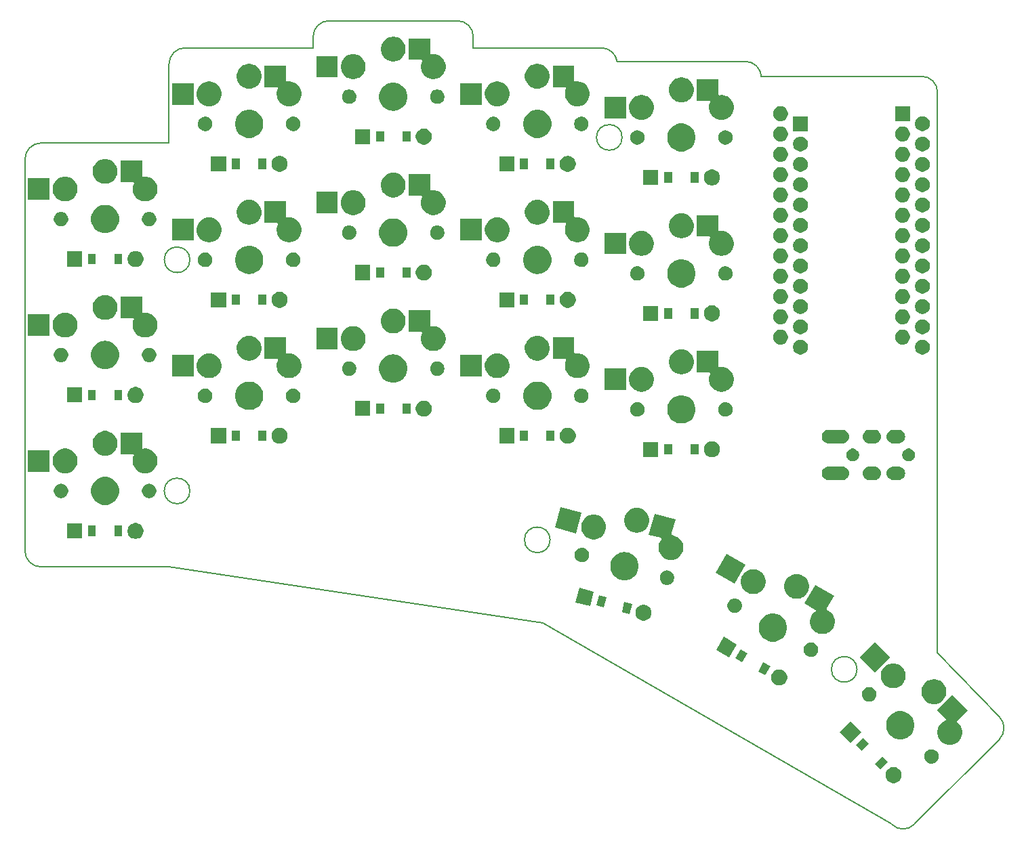
<source format=gbr>
G04 #@! TF.GenerationSoftware,KiCad,Pcbnew,5.1.5+dfsg1-2build2*
G04 #@! TF.CreationDate,2021-09-10T19:33:11+00:00*
G04 #@! TF.ProjectId,main-routed,6d61696e-2d72-46f7-9574-65642e6b6963,VERSION_HERE*
G04 #@! TF.SameCoordinates,Original*
G04 #@! TF.FileFunction,Soldermask,Top*
G04 #@! TF.FilePolarity,Negative*
%FSLAX46Y46*%
G04 Gerber Fmt 4.6, Leading zero omitted, Abs format (unit mm)*
G04 Created by KiCad (PCBNEW 5.1.5+dfsg1-2build2) date 2021-09-10 19:33:11*
%MOMM*%
%LPD*%
G04 APERTURE LIST*
G04 #@! TA.AperFunction,Profile*
%ADD10C,0.150000*%
G04 #@! TD*
%ADD11C,0.350000*%
G04 APERTURE END LIST*
D10*
X10000000Y-9500000D02*
X26000000Y-9500000D01*
X8000000Y-7500000D02*
X8000000Y41500000D01*
X10000000Y-9500000D02*
G75*
G02X8000000Y-7500000I0J2000000D01*
G01*
X26000000Y43500000D02*
X10000000Y43500000D01*
X8000000Y41500000D02*
G75*
G02X10000000Y43500000I2000000J0D01*
G01*
X44000000Y55400000D02*
X28000000Y55400000D01*
X26000000Y53400000D02*
G75*
G02X28000000Y55400000I2000000J0D01*
G01*
X26000000Y53400000D02*
X26000000Y43500000D01*
X64000000Y55400000D02*
X64000000Y56800000D01*
X62000000Y58800000D02*
G75*
G02X64000000Y56800000I0J-2000000D01*
G01*
X62000000Y58800000D02*
X46000000Y58800000D01*
X44000000Y56800000D02*
G75*
G02X46000000Y58800000I2000000J0D01*
G01*
X44000000Y56800000D02*
X44000000Y55400000D01*
X80000000Y55400000D02*
G75*
G02X81977391Y53699872I0J-2000000D01*
G01*
X80000000Y55400000D02*
X64000000Y55400000D01*
X98000000Y53700000D02*
G75*
G02X99994367Y51850000I0J-2000000D01*
G01*
X98000000Y53700000D02*
X82000000Y53700000D01*
X81977391Y53699872D02*
G75*
G02X82000000Y53700000I22609J-1999872D01*
G01*
X119117258Y-41686664D02*
G75*
G02X116288831Y-41686665I-1414214J1414213D01*
G01*
X119117258Y-41686665D02*
X129723860Y-31080063D01*
X129723859Y-28251636D02*
G75*
G02X129723860Y-31080063I-1414213J-1414214D01*
G01*
X122000000Y-20208734D02*
X129723860Y-28251636D01*
X116288831Y-41686665D02*
X72707107Y-16524745D01*
X72707107Y-16524745D02*
X26000000Y-9500000D01*
X122000000Y-20208734D02*
X122000000Y49850000D01*
X120000000Y51850000D02*
G75*
G02X122000000Y49850000I0J-2000000D01*
G01*
X120000000Y51850000D02*
X99994367Y51850000D01*
X28600000Y28900000D02*
G75*
G03X28600000Y28900000I-1600000J0D01*
G01*
X28600000Y0D02*
G75*
G03X28600000Y0I-1600000J0D01*
G01*
X82600000Y44200000D02*
G75*
G03X82600000Y44200000I-1600000J0D01*
G01*
X73600000Y-6120000D02*
G75*
G03X73600000Y-6120000I-1600000J0D01*
G01*
X111949134Y-22311939D02*
G75*
G03X111949134Y-22311939I-1600000J0D01*
G01*
D11*
G36*
X116800496Y-34577902D02*
G01*
X116982939Y-34653473D01*
X117147134Y-34763184D01*
X117286770Y-34902820D01*
X117396481Y-35067015D01*
X117472052Y-35249458D01*
X117510577Y-35443139D01*
X117510577Y-35640615D01*
X117472052Y-35834296D01*
X117396481Y-36016739D01*
X117286770Y-36180934D01*
X117147134Y-36320570D01*
X116982939Y-36430281D01*
X116800496Y-36505852D01*
X116606815Y-36544377D01*
X116409339Y-36544377D01*
X116215658Y-36505852D01*
X116033215Y-36430281D01*
X115869020Y-36320570D01*
X115729384Y-36180934D01*
X115619673Y-36016739D01*
X115544102Y-35834296D01*
X115505577Y-35640615D01*
X115505577Y-35443139D01*
X115544102Y-35249458D01*
X115619673Y-35067015D01*
X115729384Y-34902820D01*
X115869020Y-34763184D01*
X116033215Y-34653473D01*
X116215658Y-34577902D01*
X116409339Y-34539377D01*
X116606815Y-34539377D01*
X116800496Y-34577902D01*
G37*
G36*
X115793899Y-33908460D02*
G01*
X114874660Y-34827699D01*
X114167553Y-34120592D01*
X115086792Y-33201353D01*
X115793899Y-33908460D01*
G37*
G36*
X121413844Y-32317797D02*
G01*
X121500870Y-32335108D01*
X121664824Y-32403020D01*
X121812375Y-32501610D01*
X121937864Y-32627099D01*
X122036454Y-32774650D01*
X122104366Y-32938605D01*
X122138987Y-33112655D01*
X122138987Y-33290119D01*
X122104366Y-33464169D01*
X122036454Y-33628124D01*
X121937864Y-33775675D01*
X121812375Y-33901164D01*
X121664824Y-33999754D01*
X121500870Y-34067666D01*
X121413844Y-34084976D01*
X121326819Y-34102287D01*
X121149355Y-34102287D01*
X121062330Y-34084977D01*
X120975304Y-34067666D01*
X120811350Y-33999754D01*
X120663799Y-33901164D01*
X120538310Y-33775675D01*
X120439720Y-33628124D01*
X120371808Y-33464169D01*
X120337187Y-33290119D01*
X120337187Y-33112655D01*
X120371808Y-32938605D01*
X120439720Y-32774650D01*
X120538310Y-32627099D01*
X120663799Y-32501610D01*
X120811350Y-32403020D01*
X120893328Y-32369064D01*
X120975304Y-32335108D01*
X121062330Y-32317798D01*
X121149355Y-32300487D01*
X121326819Y-32300487D01*
X121413844Y-32317797D01*
G37*
G36*
X113460447Y-31575008D02*
G01*
X112541208Y-32494247D01*
X111834101Y-31787140D01*
X112753340Y-30867901D01*
X113460447Y-31575008D01*
G37*
G36*
X125781248Y-27420789D02*
G01*
X124443463Y-28758574D01*
X124427918Y-28777516D01*
X124416367Y-28799127D01*
X124409254Y-28822576D01*
X124406852Y-28846962D01*
X124409254Y-28871348D01*
X124416367Y-28894797D01*
X124427918Y-28916408D01*
X124443463Y-28935350D01*
X124462406Y-28950895D01*
X124524252Y-28992219D01*
X124740148Y-29208115D01*
X124821573Y-29329977D01*
X124909777Y-29461984D01*
X125026619Y-29744066D01*
X125086184Y-30043520D01*
X125086184Y-30348846D01*
X125026619Y-30648300D01*
X124909777Y-30930382D01*
X124909776Y-30930383D01*
X124740148Y-31184251D01*
X124524252Y-31400147D01*
X124402245Y-31481669D01*
X124270383Y-31569776D01*
X124105144Y-31638220D01*
X123988302Y-31686618D01*
X123838574Y-31716400D01*
X123688847Y-31746183D01*
X123383521Y-31746183D01*
X123233794Y-31716400D01*
X123084066Y-31686618D01*
X122967224Y-31638220D01*
X122801985Y-31569776D01*
X122670123Y-31481669D01*
X122548116Y-31400147D01*
X122332220Y-31184251D01*
X122162592Y-30930383D01*
X122162591Y-30930382D01*
X122045749Y-30648300D01*
X121986184Y-30348846D01*
X121986184Y-30043520D01*
X122045749Y-29744066D01*
X122162591Y-29461984D01*
X122250795Y-29329977D01*
X122332220Y-29208115D01*
X122548116Y-28992219D01*
X122765510Y-28846962D01*
X122801985Y-28822590D01*
X123027031Y-28729373D01*
X123048642Y-28717822D01*
X123067584Y-28702277D01*
X123083129Y-28683335D01*
X123094680Y-28661724D01*
X123101793Y-28638275D01*
X123104195Y-28613889D01*
X123101793Y-28589503D01*
X123094680Y-28566054D01*
X123083129Y-28544443D01*
X123067584Y-28525501D01*
X121962872Y-27420789D01*
X123872060Y-25511601D01*
X125781248Y-27420789D01*
G37*
G36*
X112447870Y-30153723D02*
G01*
X111119923Y-31481670D01*
X109791976Y-30153723D01*
X111119923Y-28825776D01*
X112447870Y-30153723D01*
G37*
G36*
X117565255Y-27556247D02*
G01*
X117863686Y-27615608D01*
X118184804Y-27748620D01*
X118473803Y-27941723D01*
X118719577Y-28187497D01*
X118912680Y-28476496D01*
X119045692Y-28797614D01*
X119113500Y-29138512D01*
X119113500Y-29486088D01*
X119045692Y-29826986D01*
X118912680Y-30148104D01*
X118719577Y-30437103D01*
X118473803Y-30682877D01*
X118184804Y-30875980D01*
X117863686Y-31008992D01*
X117565255Y-31068353D01*
X117522789Y-31076800D01*
X117175211Y-31076800D01*
X117132745Y-31068353D01*
X116834314Y-31008992D01*
X116513196Y-30875980D01*
X116224197Y-30682877D01*
X115978423Y-30437103D01*
X115785320Y-30148104D01*
X115652308Y-29826986D01*
X115584500Y-29486088D01*
X115584500Y-29138512D01*
X115652308Y-28797614D01*
X115785320Y-28476496D01*
X115978423Y-28187497D01*
X116224197Y-27941723D01*
X116513196Y-27748620D01*
X116834314Y-27615608D01*
X117132745Y-27556247D01*
X117175211Y-27547800D01*
X117522789Y-27547800D01*
X117565255Y-27556247D01*
G37*
G36*
X121858675Y-23584797D02*
G01*
X122008403Y-23614580D01*
X122125245Y-23662978D01*
X122290484Y-23731422D01*
X122290485Y-23731423D01*
X122544353Y-23901051D01*
X122760249Y-24116947D01*
X122829844Y-24221104D01*
X122929878Y-24370816D01*
X122982853Y-24498709D01*
X123046720Y-24652897D01*
X123106285Y-24952353D01*
X123106285Y-25257677D01*
X123055709Y-25511944D01*
X123046720Y-25557132D01*
X122929878Y-25839214D01*
X122929877Y-25839215D01*
X122760249Y-26093083D01*
X122544353Y-26308979D01*
X122374724Y-26422321D01*
X122290484Y-26478608D01*
X122125245Y-26547052D01*
X122008403Y-26595450D01*
X121858675Y-26625232D01*
X121708948Y-26655015D01*
X121403622Y-26655015D01*
X121253895Y-26625232D01*
X121104167Y-26595450D01*
X120987325Y-26547052D01*
X120822086Y-26478608D01*
X120737846Y-26422321D01*
X120568217Y-26308979D01*
X120352321Y-26093083D01*
X120182693Y-25839215D01*
X120182692Y-25839214D01*
X120065850Y-25557132D01*
X120056862Y-25511944D01*
X120006285Y-25257677D01*
X120006285Y-24952353D01*
X120065850Y-24652897D01*
X120129717Y-24498709D01*
X120182692Y-24370816D01*
X120282726Y-24221104D01*
X120352321Y-24116947D01*
X120568217Y-23901051D01*
X120822085Y-23731423D01*
X120822086Y-23731422D01*
X120987325Y-23662978D01*
X121104167Y-23614580D01*
X121253895Y-23584797D01*
X121403622Y-23555015D01*
X121708948Y-23555015D01*
X121858675Y-23584797D01*
G37*
G36*
X113635670Y-24539623D02*
G01*
X113722696Y-24556934D01*
X113886650Y-24624846D01*
X114034201Y-24723436D01*
X114159690Y-24848925D01*
X114258280Y-24996476D01*
X114326192Y-25160431D01*
X114360813Y-25334481D01*
X114360813Y-25511945D01*
X114326192Y-25685995D01*
X114258280Y-25849950D01*
X114159690Y-25997501D01*
X114034201Y-26122990D01*
X113886650Y-26221580D01*
X113722696Y-26289492D01*
X113635670Y-26306803D01*
X113548645Y-26324113D01*
X113371181Y-26324113D01*
X113284156Y-26306803D01*
X113197130Y-26289492D01*
X113033176Y-26221580D01*
X112885625Y-26122990D01*
X112760136Y-25997501D01*
X112661546Y-25849950D01*
X112593634Y-25685995D01*
X112559013Y-25511945D01*
X112559013Y-25334481D01*
X112593634Y-25160431D01*
X112661546Y-24996476D01*
X112760136Y-24848925D01*
X112885625Y-24723436D01*
X113033176Y-24624846D01*
X113197130Y-24556934D01*
X113284156Y-24539624D01*
X113371181Y-24522313D01*
X113548645Y-24522313D01*
X113635670Y-24539623D01*
G37*
G36*
X116767507Y-21604898D02*
G01*
X116917235Y-21634681D01*
X117034077Y-21683079D01*
X117199316Y-21751523D01*
X117199317Y-21751524D01*
X117453185Y-21921152D01*
X117669081Y-22137048D01*
X117782423Y-22306677D01*
X117838710Y-22390917D01*
X117860820Y-22444296D01*
X117955552Y-22672998D01*
X118015117Y-22972454D01*
X118015117Y-23277778D01*
X117955552Y-23577234D01*
X117935717Y-23625119D01*
X117838710Y-23859315D01*
X117838709Y-23859316D01*
X117669081Y-24113184D01*
X117453185Y-24329080D01*
X117390722Y-24370816D01*
X117199316Y-24498709D01*
X117058748Y-24556934D01*
X116917235Y-24615551D01*
X116870505Y-24624846D01*
X116617780Y-24675116D01*
X116312454Y-24675116D01*
X116059729Y-24624846D01*
X116012999Y-24615551D01*
X115871486Y-24556934D01*
X115730918Y-24498709D01*
X115539512Y-24370816D01*
X115477049Y-24329080D01*
X115261153Y-24113184D01*
X115091525Y-23859316D01*
X115091524Y-23859315D01*
X114994517Y-23625119D01*
X114974682Y-23577234D01*
X114915117Y-23277778D01*
X114915117Y-22972454D01*
X114974682Y-22672998D01*
X115069414Y-22444296D01*
X115091524Y-22390917D01*
X115147811Y-22306677D01*
X115261153Y-22137048D01*
X115477049Y-21921152D01*
X115730917Y-21751524D01*
X115730918Y-21751523D01*
X115896157Y-21683079D01*
X116012999Y-21634681D01*
X116162727Y-21604898D01*
X116312454Y-21575116D01*
X116617780Y-21575116D01*
X116767507Y-21604898D01*
G37*
G36*
X102522876Y-22368725D02*
G01*
X102705319Y-22444296D01*
X102869514Y-22554007D01*
X103009150Y-22693643D01*
X103118861Y-22857838D01*
X103194432Y-23040281D01*
X103232957Y-23233962D01*
X103232957Y-23431438D01*
X103194432Y-23625119D01*
X103118861Y-23807562D01*
X103009150Y-23971757D01*
X102869514Y-24111393D01*
X102705319Y-24221104D01*
X102522876Y-24296675D01*
X102329195Y-24335200D01*
X102131719Y-24335200D01*
X101938038Y-24296675D01*
X101755595Y-24221104D01*
X101591400Y-24111393D01*
X101451764Y-23971757D01*
X101342053Y-23807562D01*
X101266482Y-23625119D01*
X101227957Y-23431438D01*
X101227957Y-23233962D01*
X101266482Y-23040281D01*
X101342053Y-22857838D01*
X101451764Y-22693643D01*
X101591400Y-22554007D01*
X101755595Y-22444296D01*
X101938038Y-22368725D01*
X102131719Y-22330200D01*
X102329195Y-22330200D01*
X102522876Y-22368725D01*
G37*
G36*
X101117855Y-21939783D02*
G01*
X100467855Y-23065617D01*
X99601829Y-22565617D01*
X100251829Y-21439783D01*
X101117855Y-21939783D01*
G37*
G36*
X116058530Y-20809341D02*
G01*
X114149342Y-22718529D01*
X112240154Y-20809341D01*
X114149342Y-18900153D01*
X116058530Y-20809341D01*
G37*
G36*
X98259971Y-20289783D02*
G01*
X97609971Y-21415617D01*
X96743945Y-20915617D01*
X97393945Y-19789783D01*
X98259971Y-20289783D01*
G37*
G36*
X96914042Y-19179002D02*
G01*
X95975041Y-20805399D01*
X94348644Y-19866398D01*
X95287645Y-18240001D01*
X96914042Y-19179002D01*
G37*
G36*
X106369897Y-18963911D02*
G01*
X106456923Y-18981221D01*
X106620877Y-19049133D01*
X106768428Y-19147723D01*
X106893917Y-19273212D01*
X106992507Y-19420763D01*
X107060419Y-19584718D01*
X107095040Y-19758768D01*
X107095040Y-19936232D01*
X107060419Y-20110282D01*
X106992507Y-20274237D01*
X106893917Y-20421788D01*
X106768428Y-20547277D01*
X106620877Y-20645867D01*
X106538899Y-20679823D01*
X106456923Y-20713779D01*
X106369897Y-20731089D01*
X106282872Y-20748400D01*
X106105408Y-20748400D01*
X106018383Y-20731090D01*
X105931357Y-20713779D01*
X105767403Y-20645867D01*
X105619852Y-20547277D01*
X105494363Y-20421788D01*
X105395773Y-20274237D01*
X105327861Y-20110282D01*
X105293240Y-19936232D01*
X105293240Y-19758768D01*
X105327861Y-19584718D01*
X105395773Y-19420763D01*
X105494363Y-19273212D01*
X105619852Y-19147723D01*
X105767403Y-19049133D01*
X105931357Y-18981221D01*
X106018383Y-18963910D01*
X106105408Y-18946600D01*
X106282872Y-18946600D01*
X106369897Y-18963911D01*
G37*
G36*
X101647255Y-15341447D02*
G01*
X101945686Y-15400808D01*
X102266804Y-15533820D01*
X102555803Y-15726923D01*
X102801577Y-15972697D01*
X102994680Y-16261696D01*
X103127692Y-16582814D01*
X103195500Y-16923712D01*
X103195500Y-17271288D01*
X103127692Y-17612186D01*
X102994680Y-17933304D01*
X102801577Y-18222303D01*
X102555803Y-18468077D01*
X102266804Y-18661180D01*
X101945686Y-18794192D01*
X101647255Y-18853553D01*
X101604789Y-18862000D01*
X101257211Y-18862000D01*
X101214745Y-18853553D01*
X100916314Y-18794192D01*
X100595196Y-18661180D01*
X100306197Y-18468077D01*
X100060423Y-18222303D01*
X99867320Y-17933304D01*
X99734308Y-17612186D01*
X99666500Y-17271288D01*
X99666500Y-16923712D01*
X99734308Y-16582814D01*
X99867320Y-16261696D01*
X100060423Y-15972697D01*
X100306197Y-15726923D01*
X100595196Y-15533820D01*
X100916314Y-15400808D01*
X101214745Y-15341447D01*
X101257211Y-15333000D01*
X101604789Y-15333000D01*
X101647255Y-15341447D01*
G37*
G36*
X109086367Y-13088015D02*
G01*
X108207486Y-14610282D01*
X108139637Y-14727799D01*
X108129524Y-14750119D01*
X108123959Y-14773983D01*
X108123158Y-14798474D01*
X108127149Y-14822651D01*
X108135781Y-14845585D01*
X108148721Y-14866394D01*
X108165471Y-14884278D01*
X108185389Y-14898551D01*
X108200054Y-14905783D01*
X108370326Y-14976312D01*
X108370327Y-14976313D01*
X108624195Y-15145941D01*
X108840091Y-15361837D01*
X108950529Y-15527120D01*
X109009720Y-15615706D01*
X109055788Y-15726924D01*
X109126562Y-15897787D01*
X109149558Y-16013395D01*
X109186127Y-16197242D01*
X109186127Y-16502568D01*
X109126562Y-16802022D01*
X109009720Y-17084104D01*
X109009719Y-17084105D01*
X108840091Y-17337973D01*
X108624195Y-17553869D01*
X108454566Y-17667211D01*
X108370326Y-17723498D01*
X108205087Y-17791942D01*
X108088245Y-17840340D01*
X107938517Y-17870123D01*
X107788790Y-17899905D01*
X107483464Y-17899905D01*
X107333737Y-17870122D01*
X107184009Y-17840340D01*
X107067167Y-17791942D01*
X106901928Y-17723498D01*
X106817688Y-17667211D01*
X106648059Y-17553869D01*
X106432163Y-17337973D01*
X106262535Y-17084105D01*
X106262534Y-17084104D01*
X106145692Y-16802022D01*
X106086127Y-16502568D01*
X106086127Y-16197242D01*
X106122696Y-16013395D01*
X106145692Y-15897787D01*
X106216466Y-15726924D01*
X106262534Y-15615706D01*
X106321725Y-15527120D01*
X106432163Y-15361837D01*
X106648059Y-15145941D01*
X106760317Y-15070933D01*
X106779258Y-15055389D01*
X106794803Y-15036447D01*
X106806354Y-15014836D01*
X106813467Y-14991387D01*
X106815869Y-14967001D01*
X106813467Y-14942615D01*
X106806354Y-14919166D01*
X106794803Y-14897555D01*
X106779258Y-14878613D01*
X106753369Y-14858749D01*
X105398099Y-14076284D01*
X105398099Y-14076283D01*
X106748099Y-11738015D01*
X109086367Y-13088015D01*
G37*
G36*
X85571796Y-14270727D02*
G01*
X85754239Y-14346298D01*
X85918434Y-14456009D01*
X86058070Y-14595645D01*
X86167781Y-14759840D01*
X86243352Y-14942283D01*
X86281877Y-15135964D01*
X86281877Y-15333440D01*
X86243352Y-15527121D01*
X86167781Y-15709564D01*
X86058070Y-15873759D01*
X85918434Y-16013395D01*
X85754239Y-16123106D01*
X85571796Y-16198677D01*
X85378115Y-16237202D01*
X85180639Y-16237202D01*
X84986958Y-16198677D01*
X84804515Y-16123106D01*
X84640320Y-16013395D01*
X84500684Y-15873759D01*
X84390973Y-15709564D01*
X84315402Y-15527121D01*
X84276877Y-15333440D01*
X84276877Y-15135964D01*
X84315402Y-14942283D01*
X84390973Y-14759840D01*
X84500684Y-14595645D01*
X84640320Y-14456009D01*
X84804515Y-14346298D01*
X84986958Y-14270727D01*
X85180639Y-14232202D01*
X85378115Y-14232202D01*
X85571796Y-14270727D01*
G37*
G36*
X83844173Y-14177208D02*
G01*
X83507709Y-15432911D01*
X83507708Y-15432911D01*
X82541783Y-15174092D01*
X82575763Y-15047277D01*
X82878247Y-13918389D01*
X82878248Y-13918389D01*
X83844173Y-14177208D01*
G37*
G36*
X96843617Y-13463910D02*
G01*
X96930643Y-13481221D01*
X97012619Y-13515177D01*
X97094597Y-13549133D01*
X97242148Y-13647723D01*
X97367637Y-13773212D01*
X97466227Y-13920763D01*
X97534139Y-14084718D01*
X97568760Y-14258768D01*
X97568760Y-14436232D01*
X97534139Y-14610282D01*
X97466227Y-14774237D01*
X97367637Y-14921788D01*
X97242148Y-15047277D01*
X97094597Y-15145867D01*
X97026455Y-15174092D01*
X96930643Y-15213779D01*
X96843617Y-15231090D01*
X96756592Y-15248400D01*
X96579128Y-15248400D01*
X96492103Y-15231090D01*
X96405077Y-15213779D01*
X96309265Y-15174092D01*
X96241123Y-15145867D01*
X96093572Y-15047277D01*
X95968083Y-14921788D01*
X95869493Y-14774237D01*
X95801581Y-14610282D01*
X95766960Y-14436232D01*
X95766960Y-14258768D01*
X95801581Y-14084718D01*
X95869493Y-13920763D01*
X95968083Y-13773212D01*
X96093572Y-13647723D01*
X96241123Y-13549133D01*
X96323101Y-13515177D01*
X96405077Y-13481221D01*
X96492103Y-13463910D01*
X96579128Y-13446600D01*
X96756592Y-13446600D01*
X96843617Y-13463910D01*
G37*
G36*
X80005393Y-13148613D02*
G01*
X80656617Y-13323108D01*
X80320153Y-14578811D01*
X80320152Y-14578811D01*
X79354227Y-14319992D01*
X79367427Y-14270728D01*
X79690691Y-13064289D01*
X79690692Y-13064289D01*
X80005393Y-13148613D01*
G37*
G36*
X79069058Y-12598525D02*
G01*
X78582996Y-14412533D01*
X76768988Y-13926471D01*
X77255050Y-12112463D01*
X79069058Y-12598525D01*
G37*
G36*
X104708390Y-10424432D02*
G01*
X104858118Y-10454214D01*
X104974960Y-10502612D01*
X105140199Y-10571056D01*
X105224439Y-10627343D01*
X105394068Y-10740685D01*
X105609964Y-10956581D01*
X105709325Y-11105287D01*
X105779593Y-11210450D01*
X105803945Y-11269241D01*
X105896435Y-11492531D01*
X105906331Y-11542282D01*
X105956000Y-11791986D01*
X105956000Y-12097312D01*
X105896435Y-12396766D01*
X105779593Y-12678848D01*
X105749759Y-12723498D01*
X105609964Y-12932717D01*
X105394068Y-13148613D01*
X105224439Y-13261955D01*
X105140199Y-13318242D01*
X104974960Y-13386686D01*
X104858118Y-13435084D01*
X104708390Y-13464866D01*
X104558663Y-13494649D01*
X104253337Y-13494649D01*
X104103610Y-13464866D01*
X103953882Y-13435084D01*
X103837040Y-13386686D01*
X103671801Y-13318242D01*
X103587561Y-13261955D01*
X103417932Y-13148613D01*
X103202036Y-12932717D01*
X103062241Y-12723498D01*
X103032407Y-12678848D01*
X102915565Y-12396766D01*
X102856000Y-12097312D01*
X102856000Y-11791986D01*
X102905669Y-11542282D01*
X102915565Y-11492531D01*
X103008055Y-11269241D01*
X103032407Y-11210450D01*
X103102675Y-11105287D01*
X103202036Y-10956581D01*
X103417932Y-10740685D01*
X103587561Y-10627343D01*
X103671801Y-10571056D01*
X103837040Y-10502612D01*
X103953882Y-10454214D01*
X104103610Y-10424432D01*
X104253337Y-10394649D01*
X104558663Y-10394649D01*
X104708390Y-10424432D01*
G37*
G36*
X99278263Y-9829688D02*
G01*
X99427991Y-9859470D01*
X99544833Y-9907868D01*
X99710072Y-9976312D01*
X99710073Y-9976313D01*
X99963941Y-10145941D01*
X100179837Y-10361837D01*
X100201761Y-10394649D01*
X100349466Y-10615706D01*
X100417910Y-10780945D01*
X100466308Y-10897787D01*
X100478003Y-10956581D01*
X100525873Y-11197242D01*
X100525873Y-11502568D01*
X100466308Y-11802022D01*
X100349466Y-12084104D01*
X100330517Y-12112463D01*
X100179837Y-12337973D01*
X99963941Y-12553869D01*
X99897108Y-12598525D01*
X99710072Y-12723498D01*
X99544833Y-12791942D01*
X99427991Y-12840340D01*
X99278263Y-12870123D01*
X99128536Y-12899905D01*
X98823210Y-12899905D01*
X98673483Y-12870123D01*
X98523755Y-12840340D01*
X98406913Y-12791942D01*
X98241674Y-12723498D01*
X98054638Y-12598525D01*
X97987805Y-12553869D01*
X97771909Y-12337973D01*
X97621229Y-12112463D01*
X97602280Y-12084104D01*
X97485438Y-11802022D01*
X97425873Y-11502568D01*
X97425873Y-11197242D01*
X97473743Y-10956581D01*
X97485438Y-10897787D01*
X97533836Y-10780945D01*
X97602280Y-10615706D01*
X97749985Y-10394649D01*
X97771909Y-10361837D01*
X97987805Y-10145941D01*
X98241673Y-9976313D01*
X98241674Y-9976312D01*
X98406913Y-9907868D01*
X98523755Y-9859470D01*
X98673483Y-9829688D01*
X98823210Y-9799905D01*
X99128536Y-9799905D01*
X99278263Y-9829688D01*
G37*
G36*
X88381649Y-9958916D02*
G01*
X88468675Y-9976226D01*
X88550651Y-10010182D01*
X88632629Y-10044138D01*
X88780180Y-10142728D01*
X88905669Y-10268217D01*
X89004259Y-10415768D01*
X89004259Y-10415769D01*
X89068582Y-10571057D01*
X89072171Y-10579723D01*
X89106792Y-10753773D01*
X89106792Y-10931237D01*
X89072171Y-11105287D01*
X89004259Y-11269242D01*
X88905669Y-11416793D01*
X88780180Y-11542282D01*
X88632629Y-11640872D01*
X88550651Y-11674828D01*
X88468675Y-11708784D01*
X88381649Y-11726094D01*
X88294624Y-11743405D01*
X88117160Y-11743405D01*
X88030135Y-11726094D01*
X87943109Y-11708784D01*
X87861133Y-11674828D01*
X87779155Y-11640872D01*
X87631604Y-11542282D01*
X87506115Y-11416793D01*
X87407525Y-11269242D01*
X87339613Y-11105287D01*
X87304992Y-10931237D01*
X87304992Y-10753773D01*
X87339613Y-10579723D01*
X87343203Y-10571057D01*
X87407525Y-10415769D01*
X87407525Y-10415768D01*
X87506115Y-10268217D01*
X87631604Y-10142728D01*
X87779155Y-10044138D01*
X87861133Y-10010182D01*
X87943109Y-9976226D01*
X88030135Y-9958915D01*
X88117160Y-9941605D01*
X88294624Y-9941605D01*
X88381649Y-9958916D01*
G37*
G36*
X97983774Y-9218271D02*
G01*
X96633774Y-11556539D01*
X94295506Y-10206539D01*
X95645506Y-7868271D01*
X97983774Y-9218271D01*
G37*
G36*
X83109555Y-7662947D02*
G01*
X83407986Y-7722308D01*
X83729104Y-7855320D01*
X84018103Y-8048423D01*
X84263877Y-8294197D01*
X84456980Y-8583196D01*
X84589992Y-8904314D01*
X84657800Y-9245212D01*
X84657800Y-9592788D01*
X84589992Y-9933686D01*
X84456980Y-10254804D01*
X84263877Y-10543803D01*
X84018103Y-10789577D01*
X83729104Y-10982680D01*
X83407986Y-11115692D01*
X83109555Y-11175053D01*
X83067089Y-11183500D01*
X82719511Y-11183500D01*
X82677045Y-11175053D01*
X82378614Y-11115692D01*
X82057496Y-10982680D01*
X81768497Y-10789577D01*
X81522723Y-10543803D01*
X81329620Y-10254804D01*
X81196608Y-9933686D01*
X81128800Y-9592788D01*
X81128800Y-9245212D01*
X81196608Y-8904314D01*
X81329620Y-8583196D01*
X81522723Y-8294197D01*
X81768497Y-8048423D01*
X82057496Y-7855320D01*
X82378614Y-7722308D01*
X82677045Y-7662947D01*
X82719511Y-7654500D01*
X83067089Y-7654500D01*
X83109555Y-7662947D01*
G37*
G36*
X77756465Y-7111906D02*
G01*
X77843491Y-7129216D01*
X77925467Y-7163172D01*
X78007445Y-7197128D01*
X78154996Y-7295718D01*
X78280485Y-7421207D01*
X78379075Y-7568758D01*
X78446987Y-7732713D01*
X78465359Y-7825072D01*
X78481608Y-7906764D01*
X78481608Y-8084226D01*
X78446987Y-8258278D01*
X78379075Y-8422232D01*
X78280485Y-8569783D01*
X78154996Y-8695272D01*
X78007445Y-8793862D01*
X77925467Y-8827818D01*
X77843491Y-8861774D01*
X77756465Y-8879085D01*
X77669440Y-8896395D01*
X77491976Y-8896395D01*
X77404951Y-8879085D01*
X77317925Y-8861774D01*
X77235949Y-8827818D01*
X77153971Y-8793862D01*
X77006420Y-8695272D01*
X76880931Y-8569783D01*
X76782341Y-8422232D01*
X76714429Y-8258278D01*
X76679808Y-8084226D01*
X76679808Y-7906764D01*
X76696058Y-7825072D01*
X76714429Y-7732713D01*
X76782341Y-7568758D01*
X76880931Y-7421207D01*
X77006420Y-7295718D01*
X77153971Y-7197128D01*
X77235949Y-7163172D01*
X77317925Y-7129216D01*
X77404951Y-7111905D01*
X77491976Y-7094595D01*
X77669440Y-7094595D01*
X77756465Y-7111906D01*
G37*
G36*
X89250086Y-3564780D02*
G01*
X88806104Y-5221741D01*
X88761489Y-5388247D01*
X88757498Y-5412424D01*
X88758299Y-5436915D01*
X88763864Y-5460779D01*
X88773977Y-5483099D01*
X88788250Y-5503017D01*
X88806134Y-5519767D01*
X88826943Y-5532707D01*
X88857843Y-5543196D01*
X89025309Y-5576507D01*
X89145619Y-5600438D01*
X89238853Y-5639057D01*
X89427700Y-5717280D01*
X89427701Y-5717281D01*
X89681569Y-5886909D01*
X89897465Y-6102805D01*
X89944220Y-6172780D01*
X90067094Y-6356674D01*
X90183936Y-6638756D01*
X90243501Y-6938210D01*
X90243501Y-7243536D01*
X90183936Y-7542990D01*
X90067094Y-7825072D01*
X90067093Y-7825073D01*
X89897465Y-8078941D01*
X89681569Y-8294837D01*
X89511940Y-8408179D01*
X89427700Y-8464466D01*
X89262461Y-8532910D01*
X89145619Y-8581308D01*
X88995891Y-8611090D01*
X88846164Y-8640873D01*
X88540838Y-8640873D01*
X88391111Y-8611090D01*
X88241383Y-8581308D01*
X88124541Y-8532910D01*
X87959302Y-8464466D01*
X87875062Y-8408179D01*
X87705433Y-8294837D01*
X87489537Y-8078941D01*
X87319909Y-7825073D01*
X87319908Y-7825072D01*
X87203066Y-7542990D01*
X87143501Y-7243536D01*
X87143501Y-6938210D01*
X87203066Y-6638756D01*
X87319908Y-6356674D01*
X87442782Y-6172780D01*
X87489537Y-6102805D01*
X87505635Y-6086707D01*
X87521175Y-6067771D01*
X87532726Y-6046160D01*
X87539839Y-6022711D01*
X87542241Y-5998325D01*
X87539839Y-5973939D01*
X87532726Y-5950490D01*
X87521175Y-5928879D01*
X87505630Y-5909937D01*
X87486688Y-5894392D01*
X87465077Y-5882841D01*
X87449601Y-5877587D01*
X85943274Y-5473968D01*
X86642086Y-2865968D01*
X89250086Y-3564780D01*
G37*
G36*
X79336632Y-2982465D02*
G01*
X79486360Y-3012248D01*
X79603202Y-3060646D01*
X79768441Y-3129090D01*
X79768442Y-3129091D01*
X80022310Y-3298719D01*
X80238206Y-3514615D01*
X80351548Y-3684244D01*
X80407835Y-3768484D01*
X80476279Y-3933723D01*
X80524677Y-4050565D01*
X80536817Y-4111596D01*
X80584242Y-4350020D01*
X80584242Y-4655346D01*
X80524677Y-4954800D01*
X80407835Y-5236882D01*
X80407834Y-5236883D01*
X80238206Y-5490751D01*
X80022310Y-5706647D01*
X79852681Y-5819989D01*
X79768441Y-5876276D01*
X79641446Y-5928879D01*
X79486360Y-5993118D01*
X79337585Y-6022711D01*
X79186905Y-6052683D01*
X78881579Y-6052683D01*
X78730899Y-6022711D01*
X78582124Y-5993118D01*
X78427038Y-5928879D01*
X78300043Y-5876276D01*
X78215803Y-5819989D01*
X78046174Y-5706647D01*
X77830278Y-5490751D01*
X77660650Y-5236883D01*
X77660649Y-5236882D01*
X77543807Y-4954800D01*
X77484242Y-4655346D01*
X77484242Y-4350020D01*
X77531667Y-4111596D01*
X77543807Y-4050565D01*
X77592205Y-3933723D01*
X77660649Y-3768484D01*
X77716936Y-3684244D01*
X77830278Y-3514615D01*
X78046174Y-3298719D01*
X78300042Y-3129091D01*
X78300043Y-3129090D01*
X78465282Y-3060646D01*
X78582124Y-3012248D01*
X78731852Y-2982465D01*
X78881579Y-2952683D01*
X79186905Y-2952683D01*
X79336632Y-2982465D01*
G37*
G36*
X22102419Y-4036025D02*
G01*
X22284862Y-4111596D01*
X22449057Y-4221307D01*
X22588693Y-4360943D01*
X22698404Y-4525138D01*
X22773975Y-4707581D01*
X22812500Y-4901262D01*
X22812500Y-5098738D01*
X22773975Y-5292419D01*
X22698404Y-5474862D01*
X22588693Y-5639057D01*
X22449057Y-5778693D01*
X22284862Y-5888404D01*
X22102419Y-5963975D01*
X21908738Y-6002500D01*
X21711262Y-6002500D01*
X21517581Y-5963975D01*
X21335138Y-5888404D01*
X21170943Y-5778693D01*
X21031307Y-5639057D01*
X20921596Y-5474862D01*
X20846025Y-5292419D01*
X20807500Y-5098738D01*
X20807500Y-4901262D01*
X20846025Y-4707581D01*
X20921596Y-4525138D01*
X21031307Y-4360943D01*
X21170943Y-4221307D01*
X21335138Y-4111596D01*
X21517581Y-4036025D01*
X21711262Y-3997500D01*
X21908738Y-3997500D01*
X22102419Y-4036025D01*
G37*
G36*
X15129000Y-5939000D02*
G01*
X13251000Y-5939000D01*
X13251000Y-4061000D01*
X15129000Y-4061000D01*
X15129000Y-5939000D01*
G37*
G36*
X20150000Y-5650000D02*
G01*
X19150000Y-5650000D01*
X19150000Y-4350000D01*
X20150000Y-4350000D01*
X20150000Y-5650000D01*
G37*
G36*
X16850000Y-5650000D02*
G01*
X15850000Y-5650000D01*
X15850000Y-4350000D01*
X16850000Y-4350000D01*
X16850000Y-5650000D01*
G37*
G36*
X77524241Y-2700457D02*
G01*
X76825429Y-5308457D01*
X74217429Y-4609645D01*
X74916241Y-2001645D01*
X77524241Y-2700457D01*
G37*
G36*
X84735663Y-2151523D02*
G01*
X84885391Y-2181306D01*
X85002233Y-2229704D01*
X85167472Y-2298148D01*
X85167473Y-2298149D01*
X85421341Y-2467777D01*
X85637237Y-2683673D01*
X85750579Y-2853302D01*
X85806866Y-2937542D01*
X85923708Y-3219624D01*
X85983273Y-3519078D01*
X85983273Y-3824404D01*
X85923708Y-4123858D01*
X85806866Y-4405940D01*
X85806865Y-4405941D01*
X85637237Y-4659809D01*
X85421341Y-4875705D01*
X85251712Y-4989047D01*
X85167472Y-5045334D01*
X85038543Y-5098738D01*
X84885391Y-5162176D01*
X84735663Y-5191959D01*
X84585936Y-5221741D01*
X84280610Y-5221741D01*
X84130883Y-5191959D01*
X83981155Y-5162176D01*
X83828003Y-5098738D01*
X83699074Y-5045334D01*
X83614834Y-4989047D01*
X83445205Y-4875705D01*
X83229309Y-4659809D01*
X83059681Y-4405941D01*
X83059680Y-4405940D01*
X82942838Y-4123858D01*
X82883273Y-3824404D01*
X82883273Y-3519078D01*
X82942838Y-3219624D01*
X83059680Y-2937542D01*
X83115967Y-2853302D01*
X83229309Y-2683673D01*
X83445205Y-2467777D01*
X83699073Y-2298149D01*
X83699074Y-2298148D01*
X83864313Y-2229704D01*
X83981155Y-2181306D01*
X84130883Y-2151523D01*
X84280610Y-2121741D01*
X84585936Y-2121741D01*
X84735663Y-2151523D01*
G37*
G36*
X18216255Y1756053D02*
G01*
X18514686Y1696692D01*
X18835804Y1563680D01*
X19124803Y1370577D01*
X19370577Y1124803D01*
X19563680Y835804D01*
X19696692Y514686D01*
X19764500Y173788D01*
X19764500Y-173788D01*
X19696692Y-514686D01*
X19563680Y-835804D01*
X19370577Y-1124803D01*
X19124803Y-1370577D01*
X18835804Y-1563680D01*
X18514686Y-1696692D01*
X18216255Y-1756053D01*
X18173789Y-1764500D01*
X17826211Y-1764500D01*
X17783745Y-1756053D01*
X17485314Y-1696692D01*
X17164196Y-1563680D01*
X16875197Y-1370577D01*
X16629423Y-1124803D01*
X16436320Y-835804D01*
X16303308Y-514686D01*
X16235500Y-173788D01*
X16235500Y173788D01*
X16303308Y514686D01*
X16436320Y835804D01*
X16629423Y1124803D01*
X16875197Y1370577D01*
X17164196Y1563680D01*
X17485314Y1696692D01*
X17783745Y1756053D01*
X17826211Y1764500D01*
X18173789Y1764500D01*
X18216255Y1756053D01*
G37*
G36*
X23675757Y883590D02*
G01*
X23762783Y866279D01*
X23844759Y832323D01*
X23926737Y798367D01*
X24074288Y699777D01*
X24199777Y574288D01*
X24298367Y426737D01*
X24366279Y262782D01*
X24400900Y88732D01*
X24400900Y-88732D01*
X24366279Y-262782D01*
X24298367Y-426737D01*
X24199777Y-574288D01*
X24074288Y-699777D01*
X23926737Y-798367D01*
X23844759Y-832323D01*
X23762783Y-866279D01*
X23675757Y-883590D01*
X23588732Y-900900D01*
X23411268Y-900900D01*
X23324243Y-883590D01*
X23237217Y-866279D01*
X23155241Y-832323D01*
X23073263Y-798367D01*
X22925712Y-699777D01*
X22800223Y-574288D01*
X22701633Y-426737D01*
X22633721Y-262782D01*
X22599100Y-88732D01*
X22599100Y88732D01*
X22633721Y262782D01*
X22701633Y426737D01*
X22800223Y574288D01*
X22925712Y699777D01*
X23073263Y798367D01*
X23155241Y832323D01*
X23237217Y866279D01*
X23324243Y883590D01*
X23411268Y900900D01*
X23588732Y900900D01*
X23675757Y883590D01*
G37*
G36*
X12675757Y883590D02*
G01*
X12762783Y866279D01*
X12844759Y832323D01*
X12926737Y798367D01*
X13074288Y699777D01*
X13199777Y574288D01*
X13298367Y426737D01*
X13366279Y262782D01*
X13400900Y88732D01*
X13400900Y-88732D01*
X13366279Y-262782D01*
X13298367Y-426737D01*
X13199777Y-574288D01*
X13074288Y-699777D01*
X12926737Y-798367D01*
X12844759Y-832323D01*
X12762783Y-866279D01*
X12675757Y-883590D01*
X12588732Y-900900D01*
X12411268Y-900900D01*
X12324243Y-883589D01*
X12237217Y-866279D01*
X12155241Y-832323D01*
X12073263Y-798367D01*
X11925712Y-699777D01*
X11800223Y-574288D01*
X11701633Y-426737D01*
X11633721Y-262782D01*
X11599100Y-88732D01*
X11599100Y88732D01*
X11633721Y262782D01*
X11701633Y426737D01*
X11800223Y574288D01*
X11925712Y699777D01*
X12073263Y798367D01*
X12155241Y832323D01*
X12237217Y866279D01*
X12324243Y883589D01*
X12411268Y900900D01*
X12588732Y900900D01*
X12675757Y883590D01*
G37*
G36*
X109166627Y3037701D02*
G01*
X109213715Y3023417D01*
X109237748Y3018637D01*
X109262252Y3018637D01*
X109286285Y3023417D01*
X109333373Y3037701D01*
X109458248Y3050000D01*
X110141752Y3050000D01*
X110266627Y3037701D01*
X110313715Y3023417D01*
X110426855Y2989097D01*
X110426857Y2989096D01*
X110574518Y2910169D01*
X110703949Y2803949D01*
X110810169Y2674518D01*
X110889096Y2526857D01*
X110937701Y2366627D01*
X110954112Y2200000D01*
X110937701Y2033373D01*
X110889096Y1873143D01*
X110810169Y1725482D01*
X110703949Y1596051D01*
X110574518Y1489831D01*
X110426857Y1410904D01*
X110426855Y1410903D01*
X110346742Y1386602D01*
X110266627Y1362299D01*
X110141752Y1350000D01*
X109458248Y1350000D01*
X109333373Y1362299D01*
X109286285Y1376583D01*
X109262252Y1381363D01*
X109237748Y1381363D01*
X109213715Y1376583D01*
X109166627Y1362299D01*
X109041752Y1350000D01*
X108358248Y1350000D01*
X108233373Y1362299D01*
X108153258Y1386602D01*
X108073145Y1410903D01*
X108073143Y1410904D01*
X107925482Y1489831D01*
X107796051Y1596051D01*
X107689831Y1725482D01*
X107610904Y1873143D01*
X107562299Y2033373D01*
X107545888Y2200000D01*
X107562299Y2366627D01*
X107610904Y2526857D01*
X107689831Y2674518D01*
X107796051Y2803949D01*
X107925482Y2910169D01*
X108073143Y2989096D01*
X108073145Y2989097D01*
X108186285Y3023417D01*
X108233373Y3037701D01*
X108358248Y3050000D01*
X109041752Y3050000D01*
X109166627Y3037701D01*
G37*
G36*
X114266627Y3037701D02*
G01*
X114313715Y3023417D01*
X114426855Y2989097D01*
X114426857Y2989096D01*
X114574518Y2910169D01*
X114703949Y2803949D01*
X114810169Y2674518D01*
X114889096Y2526857D01*
X114937701Y2366627D01*
X114954112Y2200000D01*
X114937701Y2033373D01*
X114889096Y1873143D01*
X114810169Y1725482D01*
X114703949Y1596051D01*
X114574518Y1489831D01*
X114426857Y1410904D01*
X114426855Y1410903D01*
X114346742Y1386602D01*
X114266627Y1362299D01*
X114141752Y1350000D01*
X113458248Y1350000D01*
X113333373Y1362299D01*
X113253258Y1386602D01*
X113173145Y1410903D01*
X113173143Y1410904D01*
X113025482Y1489831D01*
X112896051Y1596051D01*
X112789831Y1725482D01*
X112710904Y1873143D01*
X112662299Y2033373D01*
X112645888Y2200000D01*
X112662299Y2366627D01*
X112710904Y2526857D01*
X112789831Y2674518D01*
X112896051Y2803949D01*
X113025482Y2910169D01*
X113173143Y2989096D01*
X113173145Y2989097D01*
X113286285Y3023417D01*
X113333373Y3037701D01*
X113458248Y3050000D01*
X114141752Y3050000D01*
X114266627Y3037701D01*
G37*
G36*
X117266627Y3037701D02*
G01*
X117313715Y3023417D01*
X117426855Y2989097D01*
X117426857Y2989096D01*
X117574518Y2910169D01*
X117703949Y2803949D01*
X117810169Y2674518D01*
X117889096Y2526857D01*
X117937701Y2366627D01*
X117954112Y2200000D01*
X117937701Y2033373D01*
X117889096Y1873143D01*
X117810169Y1725482D01*
X117703949Y1596051D01*
X117574518Y1489831D01*
X117426857Y1410904D01*
X117426855Y1410903D01*
X117346742Y1386602D01*
X117266627Y1362299D01*
X117141752Y1350000D01*
X116458248Y1350000D01*
X116333373Y1362299D01*
X116253258Y1386602D01*
X116173145Y1410903D01*
X116173143Y1410904D01*
X116025482Y1489831D01*
X115896051Y1596051D01*
X115789831Y1725482D01*
X115710904Y1873143D01*
X115662299Y2033373D01*
X115645888Y2200000D01*
X115662299Y2366627D01*
X115710904Y2526857D01*
X115789831Y2674518D01*
X115896051Y2803949D01*
X116025482Y2910169D01*
X116173143Y2989096D01*
X116173145Y2989097D01*
X116286285Y3023417D01*
X116333373Y3037701D01*
X116458248Y3050000D01*
X117141752Y3050000D01*
X117266627Y3037701D01*
G37*
G36*
X13302390Y5270218D02*
G01*
X13452118Y5240435D01*
X13568960Y5192037D01*
X13734199Y5123593D01*
X13769508Y5100000D01*
X13988068Y4953964D01*
X14203964Y4738068D01*
X14212602Y4725140D01*
X14373593Y4484199D01*
X14408469Y4400000D01*
X14490435Y4202118D01*
X14506559Y4121058D01*
X14550000Y3902663D01*
X14550000Y3597337D01*
X14490435Y3297883D01*
X14373593Y3015801D01*
X14373592Y3015800D01*
X14203964Y2761932D01*
X13988068Y2546036D01*
X13959364Y2526857D01*
X13734199Y2376407D01*
X13568960Y2307963D01*
X13452118Y2259565D01*
X13302390Y2229782D01*
X13152663Y2200000D01*
X12847337Y2200000D01*
X12697610Y2229783D01*
X12547882Y2259565D01*
X12431040Y2307963D01*
X12265801Y2376407D01*
X12040636Y2526857D01*
X12011932Y2546036D01*
X11796036Y2761932D01*
X11626408Y3015800D01*
X11626407Y3015801D01*
X11509565Y3297883D01*
X11450000Y3597337D01*
X11450000Y3902663D01*
X11493441Y4121058D01*
X11509565Y4202118D01*
X11591531Y4400000D01*
X11626407Y4484199D01*
X11787398Y4725140D01*
X11796036Y4738068D01*
X12011932Y4953964D01*
X12230492Y5100000D01*
X12265801Y5123593D01*
X12431040Y5192037D01*
X12547882Y5240435D01*
X12697610Y5270218D01*
X12847337Y5300000D01*
X13152663Y5300000D01*
X13302390Y5270218D01*
G37*
G36*
X22625000Y5408086D02*
G01*
X22627402Y5383700D01*
X22634515Y5360251D01*
X22646066Y5338640D01*
X22661611Y5319698D01*
X22680553Y5304153D01*
X22702164Y5292602D01*
X22725613Y5285489D01*
X22749999Y5283087D01*
X22774385Y5285489D01*
X22847337Y5300000D01*
X23152663Y5300000D01*
X23302390Y5270218D01*
X23452118Y5240435D01*
X23568960Y5192037D01*
X23734199Y5123593D01*
X23769508Y5100000D01*
X23988068Y4953964D01*
X24203964Y4738068D01*
X24212602Y4725140D01*
X24373593Y4484199D01*
X24408469Y4400000D01*
X24490435Y4202118D01*
X24506559Y4121058D01*
X24550000Y3902663D01*
X24550000Y3597337D01*
X24490435Y3297883D01*
X24373593Y3015801D01*
X24373592Y3015800D01*
X24203964Y2761932D01*
X23988068Y2546036D01*
X23959364Y2526857D01*
X23734199Y2376407D01*
X23568960Y2307963D01*
X23452118Y2259565D01*
X23302390Y2229782D01*
X23152663Y2200000D01*
X22847337Y2200000D01*
X22697610Y2229783D01*
X22547882Y2259565D01*
X22431040Y2307963D01*
X22265801Y2376407D01*
X22040636Y2526857D01*
X22011932Y2546036D01*
X21796036Y2761932D01*
X21626408Y3015800D01*
X21626407Y3015801D01*
X21509565Y3297883D01*
X21450000Y3597337D01*
X21450000Y3902663D01*
X21493441Y4121058D01*
X21509565Y4202118D01*
X21591531Y4400000D01*
X21602783Y4427166D01*
X21609896Y4450615D01*
X21612298Y4475001D01*
X21609896Y4499387D01*
X21602783Y4522836D01*
X21591232Y4544447D01*
X21575687Y4563389D01*
X21556745Y4578934D01*
X21535134Y4590485D01*
X21511685Y4597598D01*
X21487299Y4600000D01*
X19925000Y4600000D01*
X19925000Y7300000D01*
X22625000Y7300000D01*
X22625000Y5408086D01*
G37*
G36*
X11075000Y2400000D02*
G01*
X8375000Y2400000D01*
X8375000Y5100000D01*
X11075000Y5100000D01*
X11075000Y2400000D01*
G37*
G36*
X118633351Y5269257D02*
G01*
X118778941Y5208952D01*
X118909970Y5121401D01*
X119021401Y5009970D01*
X119108952Y4878941D01*
X119169257Y4733351D01*
X119200000Y4578794D01*
X119200000Y4421206D01*
X119169257Y4266649D01*
X119108952Y4121059D01*
X119021401Y3990030D01*
X118909970Y3878599D01*
X118778941Y3791048D01*
X118633351Y3730743D01*
X118478794Y3700000D01*
X118321206Y3700000D01*
X118166649Y3730743D01*
X118021059Y3791048D01*
X117890030Y3878599D01*
X117778599Y3990030D01*
X117691048Y4121059D01*
X117630743Y4266649D01*
X117600000Y4421206D01*
X117600000Y4578794D01*
X117630743Y4733351D01*
X117691048Y4878941D01*
X117778599Y5009970D01*
X117890030Y5121401D01*
X118021059Y5208952D01*
X118166649Y5269257D01*
X118321206Y5300000D01*
X118478794Y5300000D01*
X118633351Y5269257D01*
G37*
G36*
X111633351Y5269257D02*
G01*
X111778941Y5208952D01*
X111909970Y5121401D01*
X112021401Y5009970D01*
X112108952Y4878941D01*
X112169257Y4733351D01*
X112200000Y4578794D01*
X112200000Y4421206D01*
X112169257Y4266649D01*
X112108952Y4121059D01*
X112021401Y3990030D01*
X111909970Y3878599D01*
X111778941Y3791048D01*
X111633351Y3730743D01*
X111478794Y3700000D01*
X111321206Y3700000D01*
X111166649Y3730743D01*
X111021059Y3791048D01*
X110890030Y3878599D01*
X110778599Y3990030D01*
X110691048Y4121059D01*
X110630743Y4266649D01*
X110600000Y4421206D01*
X110600000Y4578794D01*
X110630743Y4733351D01*
X110691048Y4878941D01*
X110778599Y5009970D01*
X110890030Y5121401D01*
X111021059Y5208952D01*
X111166649Y5269257D01*
X111321206Y5300000D01*
X111478794Y5300000D01*
X111633351Y5269257D01*
G37*
G36*
X94102419Y6163975D02*
G01*
X94284862Y6088404D01*
X94449057Y5978693D01*
X94588693Y5839057D01*
X94698404Y5674862D01*
X94773975Y5492419D01*
X94812500Y5298738D01*
X94812500Y5101262D01*
X94773975Y4907581D01*
X94698404Y4725138D01*
X94588693Y4560943D01*
X94449057Y4421307D01*
X94284862Y4311596D01*
X94102419Y4236025D01*
X93908738Y4197500D01*
X93711262Y4197500D01*
X93517581Y4236025D01*
X93335138Y4311596D01*
X93170943Y4421307D01*
X93031307Y4560943D01*
X92921596Y4725138D01*
X92846025Y4907581D01*
X92807500Y5101262D01*
X92807500Y5298738D01*
X92846025Y5492419D01*
X92921596Y5674862D01*
X93031307Y5839057D01*
X93170943Y5978693D01*
X93335138Y6088404D01*
X93517581Y6163975D01*
X93711262Y6202500D01*
X93908738Y6202500D01*
X94102419Y6163975D01*
G37*
G36*
X87129000Y4261000D02*
G01*
X85251000Y4261000D01*
X85251000Y6139000D01*
X87129000Y6139000D01*
X87129000Y4261000D01*
G37*
G36*
X18302390Y7470217D02*
G01*
X18452118Y7440435D01*
X18540202Y7403949D01*
X18734199Y7323593D01*
X18807645Y7274518D01*
X18988068Y7153964D01*
X19203964Y6938068D01*
X19295374Y6801262D01*
X19373593Y6684199D01*
X19405329Y6607581D01*
X19480900Y6425138D01*
X19490435Y6402117D01*
X19537805Y6163974D01*
X19550000Y6102662D01*
X19550000Y5797338D01*
X19490435Y5497882D01*
X19453240Y5408086D01*
X19373593Y5215801D01*
X19369016Y5208951D01*
X19203964Y4961932D01*
X18988068Y4746036D01*
X18818439Y4632694D01*
X18734199Y4576407D01*
X18604867Y4522836D01*
X18452118Y4459565D01*
X18302390Y4429782D01*
X18152663Y4400000D01*
X17847337Y4400000D01*
X17697610Y4429783D01*
X17547882Y4459565D01*
X17395133Y4522836D01*
X17265801Y4576407D01*
X17181561Y4632694D01*
X17011932Y4746036D01*
X16796036Y4961932D01*
X16630984Y5208951D01*
X16626407Y5215801D01*
X16546760Y5408086D01*
X16509565Y5497882D01*
X16450000Y5797338D01*
X16450000Y6102662D01*
X16462196Y6163974D01*
X16509565Y6402117D01*
X16519101Y6425138D01*
X16594671Y6607581D01*
X16626407Y6684199D01*
X16704626Y6801262D01*
X16796036Y6938068D01*
X17011932Y7153964D01*
X17192355Y7274518D01*
X17265801Y7323593D01*
X17459798Y7403949D01*
X17547882Y7440435D01*
X17697610Y7470217D01*
X17847337Y7500000D01*
X18152663Y7500000D01*
X18302390Y7470217D01*
G37*
G36*
X92150000Y4550000D02*
G01*
X91150000Y4550000D01*
X91150000Y5850000D01*
X92150000Y5850000D01*
X92150000Y4550000D01*
G37*
G36*
X88850000Y4550000D02*
G01*
X87850000Y4550000D01*
X87850000Y5850000D01*
X88850000Y5850000D01*
X88850000Y4550000D01*
G37*
G36*
X76102419Y7863975D02*
G01*
X76284862Y7788404D01*
X76449057Y7678693D01*
X76588693Y7539057D01*
X76698404Y7374862D01*
X76773975Y7192419D01*
X76812500Y6998738D01*
X76812500Y6801262D01*
X76773975Y6607581D01*
X76698404Y6425138D01*
X76588693Y6260943D01*
X76449057Y6121307D01*
X76284862Y6011596D01*
X76102419Y5936025D01*
X75908738Y5897500D01*
X75711262Y5897500D01*
X75517581Y5936025D01*
X75335138Y6011596D01*
X75170943Y6121307D01*
X75031307Y6260943D01*
X74921596Y6425138D01*
X74846025Y6607581D01*
X74807500Y6801262D01*
X74807500Y6998738D01*
X74846025Y7192419D01*
X74921596Y7374862D01*
X75031307Y7539057D01*
X75170943Y7678693D01*
X75335138Y7788404D01*
X75517581Y7863975D01*
X75711262Y7902500D01*
X75908738Y7902500D01*
X76102419Y7863975D01*
G37*
G36*
X40102419Y7863975D02*
G01*
X40284862Y7788404D01*
X40449057Y7678693D01*
X40588693Y7539057D01*
X40698404Y7374862D01*
X40773975Y7192419D01*
X40812500Y6998738D01*
X40812500Y6801262D01*
X40773975Y6607581D01*
X40698404Y6425138D01*
X40588693Y6260943D01*
X40449057Y6121307D01*
X40284862Y6011596D01*
X40102419Y5936025D01*
X39908738Y5897500D01*
X39711262Y5897500D01*
X39517581Y5936025D01*
X39335138Y6011596D01*
X39170943Y6121307D01*
X39031307Y6260943D01*
X38921596Y6425138D01*
X38846025Y6607581D01*
X38807500Y6801262D01*
X38807500Y6998738D01*
X38846025Y7192419D01*
X38921596Y7374862D01*
X39031307Y7539057D01*
X39170943Y7678693D01*
X39335138Y7788404D01*
X39517581Y7863975D01*
X39711262Y7902500D01*
X39908738Y7902500D01*
X40102419Y7863975D01*
G37*
G36*
X109166627Y7637701D02*
G01*
X109213715Y7623417D01*
X109237748Y7618637D01*
X109262252Y7618637D01*
X109286285Y7623417D01*
X109333373Y7637701D01*
X109458248Y7650000D01*
X110141752Y7650000D01*
X110266627Y7637701D01*
X110313715Y7623417D01*
X110426855Y7589097D01*
X110426857Y7589096D01*
X110574518Y7510169D01*
X110703949Y7403949D01*
X110810169Y7274518D01*
X110889096Y7126857D01*
X110937701Y6966627D01*
X110954112Y6800000D01*
X110937701Y6633373D01*
X110889096Y6473143D01*
X110810169Y6325482D01*
X110703949Y6196051D01*
X110574518Y6089831D01*
X110426857Y6010904D01*
X110426855Y6010903D01*
X110346742Y5986601D01*
X110266627Y5962299D01*
X110141752Y5950000D01*
X109458248Y5950000D01*
X109333373Y5962299D01*
X109286285Y5976583D01*
X109262252Y5981363D01*
X109237748Y5981363D01*
X109213715Y5976583D01*
X109166627Y5962299D01*
X109041752Y5950000D01*
X108358248Y5950000D01*
X108233373Y5962299D01*
X108153258Y5986601D01*
X108073145Y6010903D01*
X108073143Y6010904D01*
X107925482Y6089831D01*
X107796051Y6196051D01*
X107689831Y6325482D01*
X107610904Y6473143D01*
X107562299Y6633373D01*
X107545888Y6800000D01*
X107562299Y6966627D01*
X107610904Y7126857D01*
X107689831Y7274518D01*
X107796051Y7403949D01*
X107925482Y7510169D01*
X108073143Y7589096D01*
X108073145Y7589097D01*
X108186285Y7623417D01*
X108233373Y7637701D01*
X108358248Y7650000D01*
X109041752Y7650000D01*
X109166627Y7637701D01*
G37*
G36*
X117266627Y7637701D02*
G01*
X117313715Y7623417D01*
X117426855Y7589097D01*
X117426857Y7589096D01*
X117574518Y7510169D01*
X117703949Y7403949D01*
X117810169Y7274518D01*
X117889096Y7126857D01*
X117937701Y6966627D01*
X117954112Y6800000D01*
X117937701Y6633373D01*
X117889096Y6473143D01*
X117810169Y6325482D01*
X117703949Y6196051D01*
X117574518Y6089831D01*
X117426857Y6010904D01*
X117426855Y6010903D01*
X117346742Y5986601D01*
X117266627Y5962299D01*
X117141752Y5950000D01*
X116458248Y5950000D01*
X116333373Y5962299D01*
X116253258Y5986601D01*
X116173145Y6010903D01*
X116173143Y6010904D01*
X116025482Y6089831D01*
X115896051Y6196051D01*
X115789831Y6325482D01*
X115710904Y6473143D01*
X115662299Y6633373D01*
X115645888Y6800000D01*
X115662299Y6966627D01*
X115710904Y7126857D01*
X115789831Y7274518D01*
X115896051Y7403949D01*
X116025482Y7510169D01*
X116173143Y7589096D01*
X116173145Y7589097D01*
X116286285Y7623417D01*
X116333373Y7637701D01*
X116458248Y7650000D01*
X117141752Y7650000D01*
X117266627Y7637701D01*
G37*
G36*
X114266627Y7637701D02*
G01*
X114313715Y7623417D01*
X114426855Y7589097D01*
X114426857Y7589096D01*
X114574518Y7510169D01*
X114703949Y7403949D01*
X114810169Y7274518D01*
X114889096Y7126857D01*
X114937701Y6966627D01*
X114954112Y6800000D01*
X114937701Y6633373D01*
X114889096Y6473143D01*
X114810169Y6325482D01*
X114703949Y6196051D01*
X114574518Y6089831D01*
X114426857Y6010904D01*
X114426855Y6010903D01*
X114346742Y5986601D01*
X114266627Y5962299D01*
X114141752Y5950000D01*
X113458248Y5950000D01*
X113333373Y5962299D01*
X113253258Y5986601D01*
X113173145Y6010903D01*
X113173143Y6010904D01*
X113025482Y6089831D01*
X112896051Y6196051D01*
X112789831Y6325482D01*
X112710904Y6473143D01*
X112662299Y6633373D01*
X112645888Y6800000D01*
X112662299Y6966627D01*
X112710904Y7126857D01*
X112789831Y7274518D01*
X112896051Y7403949D01*
X113025482Y7510169D01*
X113173143Y7589096D01*
X113173145Y7589097D01*
X113286285Y7623417D01*
X113333373Y7637701D01*
X113458248Y7650000D01*
X114141752Y7650000D01*
X114266627Y7637701D01*
G37*
G36*
X33129000Y5961000D02*
G01*
X31251000Y5961000D01*
X31251000Y7839000D01*
X33129000Y7839000D01*
X33129000Y5961000D01*
G37*
G36*
X69129000Y5961000D02*
G01*
X67251000Y5961000D01*
X67251000Y7839000D01*
X69129000Y7839000D01*
X69129000Y5961000D01*
G37*
G36*
X38150000Y6250000D02*
G01*
X37150000Y6250000D01*
X37150000Y7550000D01*
X38150000Y7550000D01*
X38150000Y6250000D01*
G37*
G36*
X34850000Y6250000D02*
G01*
X33850000Y6250000D01*
X33850000Y7550000D01*
X34850000Y7550000D01*
X34850000Y6250000D01*
G37*
G36*
X70850000Y6250000D02*
G01*
X69850000Y6250000D01*
X69850000Y7550000D01*
X70850000Y7550000D01*
X70850000Y6250000D01*
G37*
G36*
X74150000Y6250000D02*
G01*
X73150000Y6250000D01*
X73150000Y7550000D01*
X74150000Y7550000D01*
X74150000Y6250000D01*
G37*
G36*
X90216255Y11956053D02*
G01*
X90514686Y11896692D01*
X90835804Y11763680D01*
X91124803Y11570577D01*
X91370577Y11324803D01*
X91563680Y11035804D01*
X91696692Y10714686D01*
X91764500Y10373788D01*
X91764500Y10026212D01*
X91696692Y9685314D01*
X91563680Y9364196D01*
X91370577Y9075197D01*
X91124803Y8829423D01*
X90835804Y8636320D01*
X90514686Y8503308D01*
X90216255Y8443947D01*
X90173789Y8435500D01*
X89826211Y8435500D01*
X89783745Y8443947D01*
X89485314Y8503308D01*
X89164196Y8636320D01*
X88875197Y8829423D01*
X88629423Y9075197D01*
X88436320Y9364196D01*
X88303308Y9685314D01*
X88235500Y10026212D01*
X88235500Y10373788D01*
X88303308Y10714686D01*
X88436320Y11035804D01*
X88629423Y11324803D01*
X88875197Y11570577D01*
X89164196Y11763680D01*
X89485314Y11896692D01*
X89783745Y11956053D01*
X89826211Y11964500D01*
X90173789Y11964500D01*
X90216255Y11956053D01*
G37*
G36*
X58102419Y11263975D02*
G01*
X58284862Y11188404D01*
X58449057Y11078693D01*
X58588693Y10939057D01*
X58698404Y10774862D01*
X58773975Y10592419D01*
X58812500Y10398738D01*
X58812500Y10201262D01*
X58773975Y10007581D01*
X58698404Y9825138D01*
X58588693Y9660943D01*
X58449057Y9521307D01*
X58284862Y9411596D01*
X58102419Y9336025D01*
X57908738Y9297500D01*
X57711262Y9297500D01*
X57517581Y9336025D01*
X57335138Y9411596D01*
X57170943Y9521307D01*
X57031307Y9660943D01*
X56921596Y9825138D01*
X56846025Y10007581D01*
X56807500Y10201262D01*
X56807500Y10398738D01*
X56846025Y10592419D01*
X56921596Y10774862D01*
X57031307Y10939057D01*
X57170943Y11078693D01*
X57335138Y11188404D01*
X57517581Y11263975D01*
X57711262Y11302500D01*
X57908738Y11302500D01*
X58102419Y11263975D01*
G37*
G36*
X95675757Y11083589D02*
G01*
X95762783Y11066279D01*
X95841384Y11033721D01*
X95926737Y10998367D01*
X96074288Y10899777D01*
X96199777Y10774288D01*
X96298367Y10626737D01*
X96298367Y10626736D01*
X96366279Y10462783D01*
X96383590Y10375757D01*
X96400900Y10288732D01*
X96400900Y10111268D01*
X96366279Y9937218D01*
X96298367Y9773263D01*
X96199777Y9625712D01*
X96074288Y9500223D01*
X95926737Y9401633D01*
X95762783Y9333721D01*
X95675757Y9316411D01*
X95588732Y9299100D01*
X95411268Y9299100D01*
X95324243Y9316410D01*
X95237217Y9333721D01*
X95073263Y9401633D01*
X94925712Y9500223D01*
X94800223Y9625712D01*
X94701633Y9773263D01*
X94633721Y9937218D01*
X94599100Y10111268D01*
X94599100Y10288732D01*
X94616410Y10375757D01*
X94633721Y10462783D01*
X94701633Y10626736D01*
X94701633Y10626737D01*
X94800223Y10774288D01*
X94925712Y10899777D01*
X95073263Y10998367D01*
X95158616Y11033721D01*
X95237217Y11066279D01*
X95324243Y11083589D01*
X95411268Y11100900D01*
X95588732Y11100900D01*
X95675757Y11083589D01*
G37*
G36*
X84675757Y11083589D02*
G01*
X84762783Y11066279D01*
X84841384Y11033721D01*
X84926737Y10998367D01*
X85074288Y10899777D01*
X85199777Y10774288D01*
X85298367Y10626737D01*
X85298367Y10626736D01*
X85366279Y10462783D01*
X85383590Y10375757D01*
X85400900Y10288732D01*
X85400900Y10111268D01*
X85366279Y9937218D01*
X85298367Y9773263D01*
X85199777Y9625712D01*
X85074288Y9500223D01*
X84926737Y9401633D01*
X84844759Y9367677D01*
X84762783Y9333721D01*
X84675757Y9316411D01*
X84588732Y9299100D01*
X84411268Y9299100D01*
X84324243Y9316410D01*
X84237217Y9333721D01*
X84073263Y9401633D01*
X83925712Y9500223D01*
X83800223Y9625712D01*
X83701633Y9773263D01*
X83633721Y9937218D01*
X83599100Y10111268D01*
X83599100Y10288732D01*
X83616410Y10375757D01*
X83633721Y10462783D01*
X83701633Y10626736D01*
X83701633Y10626737D01*
X83800223Y10774288D01*
X83925712Y10899777D01*
X84073263Y10998367D01*
X84158616Y11033721D01*
X84237217Y11066279D01*
X84324243Y11083589D01*
X84411268Y11100900D01*
X84588732Y11100900D01*
X84675757Y11083589D01*
G37*
G36*
X51129000Y9361000D02*
G01*
X49251000Y9361000D01*
X49251000Y11239000D01*
X51129000Y11239000D01*
X51129000Y9361000D01*
G37*
G36*
X56150000Y9650000D02*
G01*
X55150000Y9650000D01*
X55150000Y10950000D01*
X56150000Y10950000D01*
X56150000Y9650000D01*
G37*
G36*
X52850000Y9650000D02*
G01*
X51850000Y9650000D01*
X51850000Y10950000D01*
X52850000Y10950000D01*
X52850000Y9650000D01*
G37*
G36*
X72216255Y13656053D02*
G01*
X72514686Y13596692D01*
X72835804Y13463680D01*
X73124803Y13270577D01*
X73370577Y13024803D01*
X73563680Y12735804D01*
X73696692Y12414686D01*
X73764500Y12073788D01*
X73764500Y11726212D01*
X73696692Y11385314D01*
X73563680Y11064196D01*
X73370577Y10775197D01*
X73124803Y10529423D01*
X72835804Y10336320D01*
X72514686Y10203308D01*
X72216255Y10143947D01*
X72173789Y10135500D01*
X71826211Y10135500D01*
X71783745Y10143947D01*
X71485314Y10203308D01*
X71164196Y10336320D01*
X70875197Y10529423D01*
X70629423Y10775197D01*
X70436320Y11064196D01*
X70303308Y11385314D01*
X70235500Y11726212D01*
X70235500Y12073788D01*
X70303308Y12414686D01*
X70436320Y12735804D01*
X70629423Y13024803D01*
X70875197Y13270577D01*
X71164196Y13463680D01*
X71485314Y13596692D01*
X71783745Y13656053D01*
X71826211Y13664500D01*
X72173789Y13664500D01*
X72216255Y13656053D01*
G37*
G36*
X36216255Y13656053D02*
G01*
X36514686Y13596692D01*
X36835804Y13463680D01*
X37124803Y13270577D01*
X37370577Y13024803D01*
X37563680Y12735804D01*
X37696692Y12414686D01*
X37764500Y12073788D01*
X37764500Y11726212D01*
X37696692Y11385314D01*
X37563680Y11064196D01*
X37370577Y10775197D01*
X37124803Y10529423D01*
X36835804Y10336320D01*
X36514686Y10203308D01*
X36216255Y10143947D01*
X36173789Y10135500D01*
X35826211Y10135500D01*
X35783745Y10143947D01*
X35485314Y10203308D01*
X35164196Y10336320D01*
X34875197Y10529423D01*
X34629423Y10775197D01*
X34436320Y11064196D01*
X34303308Y11385314D01*
X34235500Y11726212D01*
X34235500Y12073788D01*
X34303308Y12414686D01*
X34436320Y12735804D01*
X34629423Y13024803D01*
X34875197Y13270577D01*
X35164196Y13463680D01*
X35485314Y13596692D01*
X35783745Y13656053D01*
X35826211Y13664500D01*
X36173789Y13664500D01*
X36216255Y13656053D01*
G37*
G36*
X22102419Y12963975D02*
G01*
X22284862Y12888404D01*
X22449057Y12778693D01*
X22588693Y12639057D01*
X22698404Y12474862D01*
X22773975Y12292419D01*
X22812500Y12098738D01*
X22812500Y11901262D01*
X22773975Y11707581D01*
X22698404Y11525138D01*
X22588693Y11360943D01*
X22449057Y11221307D01*
X22284862Y11111596D01*
X22102419Y11036025D01*
X21908738Y10997500D01*
X21711262Y10997500D01*
X21517581Y11036025D01*
X21335138Y11111596D01*
X21170943Y11221307D01*
X21031307Y11360943D01*
X20921596Y11525138D01*
X20846025Y11707581D01*
X20807500Y11901262D01*
X20807500Y12098738D01*
X20846025Y12292419D01*
X20921596Y12474862D01*
X21031307Y12639057D01*
X21170943Y12778693D01*
X21335138Y12888404D01*
X21517581Y12963975D01*
X21711262Y13002500D01*
X21908738Y13002500D01*
X22102419Y12963975D01*
G37*
G36*
X77675757Y12783590D02*
G01*
X77762783Y12766279D01*
X77844759Y12732323D01*
X77926737Y12698367D01*
X78074288Y12599777D01*
X78199777Y12474288D01*
X78298367Y12326737D01*
X78298367Y12326736D01*
X78366279Y12162783D01*
X78383590Y12075757D01*
X78400900Y11988732D01*
X78400900Y11811268D01*
X78366279Y11637218D01*
X78298367Y11473263D01*
X78199777Y11325712D01*
X78074288Y11200223D01*
X77926737Y11101633D01*
X77844759Y11067677D01*
X77762783Y11033721D01*
X77675757Y11016410D01*
X77588732Y10999100D01*
X77411268Y10999100D01*
X77324243Y11016411D01*
X77237217Y11033721D01*
X77155241Y11067677D01*
X77073263Y11101633D01*
X76925712Y11200223D01*
X76800223Y11325712D01*
X76701633Y11473263D01*
X76633721Y11637218D01*
X76599100Y11811268D01*
X76599100Y11988732D01*
X76616410Y12075757D01*
X76633721Y12162783D01*
X76701633Y12326736D01*
X76701633Y12326737D01*
X76800223Y12474288D01*
X76925712Y12599777D01*
X77073263Y12698367D01*
X77237217Y12766279D01*
X77324243Y12783589D01*
X77411268Y12800900D01*
X77588732Y12800900D01*
X77675757Y12783590D01*
G37*
G36*
X66675757Y12783590D02*
G01*
X66762783Y12766279D01*
X66844759Y12732323D01*
X66926737Y12698367D01*
X67074288Y12599777D01*
X67199777Y12474288D01*
X67298367Y12326737D01*
X67298367Y12326736D01*
X67366279Y12162783D01*
X67383590Y12075757D01*
X67400900Y11988732D01*
X67400900Y11811268D01*
X67366279Y11637218D01*
X67298367Y11473263D01*
X67199777Y11325712D01*
X67074288Y11200223D01*
X66926737Y11101633D01*
X66844759Y11067677D01*
X66762783Y11033721D01*
X66675757Y11016410D01*
X66588732Y10999100D01*
X66411268Y10999100D01*
X66324243Y11016411D01*
X66237217Y11033721D01*
X66155241Y11067677D01*
X66073263Y11101633D01*
X65925712Y11200223D01*
X65800223Y11325712D01*
X65701633Y11473263D01*
X65633721Y11637218D01*
X65599100Y11811268D01*
X65599100Y11988732D01*
X65616410Y12075757D01*
X65633721Y12162783D01*
X65701633Y12326736D01*
X65701633Y12326737D01*
X65800223Y12474288D01*
X65925712Y12599777D01*
X66073263Y12698367D01*
X66237217Y12766279D01*
X66324243Y12783589D01*
X66411268Y12800900D01*
X66588732Y12800900D01*
X66675757Y12783590D01*
G37*
G36*
X41675757Y12783590D02*
G01*
X41762783Y12766279D01*
X41844759Y12732323D01*
X41926737Y12698367D01*
X42074288Y12599777D01*
X42199777Y12474288D01*
X42298367Y12326737D01*
X42298367Y12326736D01*
X42366279Y12162783D01*
X42383590Y12075757D01*
X42400900Y11988732D01*
X42400900Y11811268D01*
X42366279Y11637218D01*
X42298367Y11473263D01*
X42199777Y11325712D01*
X42074288Y11200223D01*
X41926737Y11101633D01*
X41844759Y11067677D01*
X41762783Y11033721D01*
X41675757Y11016410D01*
X41588732Y10999100D01*
X41411268Y10999100D01*
X41324243Y11016411D01*
X41237217Y11033721D01*
X41155241Y11067677D01*
X41073263Y11101633D01*
X40925712Y11200223D01*
X40800223Y11325712D01*
X40701633Y11473263D01*
X40633721Y11637218D01*
X40599100Y11811268D01*
X40599100Y11988732D01*
X40616410Y12075757D01*
X40633721Y12162783D01*
X40701633Y12326736D01*
X40701633Y12326737D01*
X40800223Y12474288D01*
X40925712Y12599777D01*
X41073263Y12698367D01*
X41237217Y12766279D01*
X41324243Y12783589D01*
X41411268Y12800900D01*
X41588732Y12800900D01*
X41675757Y12783590D01*
G37*
G36*
X30675757Y12783590D02*
G01*
X30762783Y12766279D01*
X30926737Y12698367D01*
X31074288Y12599777D01*
X31199777Y12474288D01*
X31298367Y12326737D01*
X31298367Y12326736D01*
X31366279Y12162783D01*
X31383590Y12075757D01*
X31400900Y11988732D01*
X31400900Y11811268D01*
X31366279Y11637218D01*
X31298367Y11473263D01*
X31199777Y11325712D01*
X31074288Y11200223D01*
X30926737Y11101633D01*
X30844759Y11067677D01*
X30762783Y11033721D01*
X30675757Y11016410D01*
X30588732Y10999100D01*
X30411268Y10999100D01*
X30324243Y11016411D01*
X30237217Y11033721D01*
X30155241Y11067677D01*
X30073263Y11101633D01*
X29925712Y11200223D01*
X29800223Y11325712D01*
X29701633Y11473263D01*
X29633721Y11637218D01*
X29599100Y11811268D01*
X29599100Y11988732D01*
X29616411Y12075757D01*
X29633721Y12162783D01*
X29701633Y12326736D01*
X29701633Y12326737D01*
X29800223Y12474288D01*
X29925712Y12599777D01*
X30073263Y12698367D01*
X30237217Y12766279D01*
X30324243Y12783589D01*
X30411268Y12800900D01*
X30588732Y12800900D01*
X30675757Y12783590D01*
G37*
G36*
X15129000Y11061000D02*
G01*
X13251000Y11061000D01*
X13251000Y12939000D01*
X15129000Y12939000D01*
X15129000Y11061000D01*
G37*
G36*
X16850000Y11350000D02*
G01*
X15850000Y11350000D01*
X15850000Y12650000D01*
X16850000Y12650000D01*
X16850000Y11350000D01*
G37*
G36*
X20150000Y11350000D02*
G01*
X19150000Y11350000D01*
X19150000Y12650000D01*
X20150000Y12650000D01*
X20150000Y11350000D01*
G37*
G36*
X94625000Y15608086D02*
G01*
X94627402Y15583700D01*
X94634515Y15560251D01*
X94646066Y15538640D01*
X94661611Y15519698D01*
X94680553Y15504153D01*
X94702164Y15492602D01*
X94725613Y15485489D01*
X94749999Y15483087D01*
X94774385Y15485489D01*
X94847337Y15500000D01*
X95152663Y15500000D01*
X95284435Y15473789D01*
X95452118Y15440435D01*
X95568960Y15392037D01*
X95734199Y15323593D01*
X95769508Y15300000D01*
X95988068Y15153964D01*
X96203964Y14938068D01*
X96247264Y14873264D01*
X96373593Y14684199D01*
X96408376Y14600225D01*
X96477345Y14433721D01*
X96490435Y14402117D01*
X96538682Y14159565D01*
X96550000Y14102662D01*
X96550000Y13797338D01*
X96497918Y13535500D01*
X96490435Y13497883D01*
X96373593Y13215801D01*
X96373592Y13215800D01*
X96203964Y12961932D01*
X95988068Y12746036D01*
X95827957Y12639054D01*
X95734199Y12576407D01*
X95568960Y12507963D01*
X95452118Y12459565D01*
X95302390Y12429782D01*
X95152663Y12400000D01*
X94847337Y12400000D01*
X94697610Y12429782D01*
X94547882Y12459565D01*
X94431040Y12507963D01*
X94265801Y12576407D01*
X94172043Y12639054D01*
X94011932Y12746036D01*
X93796036Y12961932D01*
X93626408Y13215800D01*
X93626407Y13215801D01*
X93509565Y13497883D01*
X93502083Y13535500D01*
X93450000Y13797338D01*
X93450000Y14102662D01*
X93461319Y14159565D01*
X93509565Y14402117D01*
X93522656Y14433721D01*
X93591624Y14600225D01*
X93602783Y14627166D01*
X93609896Y14650615D01*
X93612298Y14675001D01*
X93609896Y14699387D01*
X93602783Y14722836D01*
X93591232Y14744447D01*
X93575687Y14763389D01*
X93556745Y14778934D01*
X93535134Y14790485D01*
X93511685Y14797598D01*
X93487299Y14800000D01*
X91925000Y14800000D01*
X91925000Y17500000D01*
X94625000Y17500000D01*
X94625000Y15608086D01*
G37*
G36*
X85284435Y15473789D02*
G01*
X85452118Y15440435D01*
X85568960Y15392037D01*
X85734199Y15323593D01*
X85769508Y15300000D01*
X85988068Y15153964D01*
X86203964Y14938068D01*
X86247264Y14873264D01*
X86373593Y14684199D01*
X86408376Y14600225D01*
X86477345Y14433721D01*
X86490435Y14402117D01*
X86538682Y14159565D01*
X86550000Y14102662D01*
X86550000Y13797338D01*
X86497918Y13535500D01*
X86490435Y13497883D01*
X86373593Y13215801D01*
X86373592Y13215800D01*
X86203964Y12961932D01*
X85988068Y12746036D01*
X85827957Y12639054D01*
X85734199Y12576407D01*
X85568960Y12507963D01*
X85452118Y12459565D01*
X85302390Y12429782D01*
X85152663Y12400000D01*
X84847337Y12400000D01*
X84697610Y12429782D01*
X84547882Y12459565D01*
X84431040Y12507963D01*
X84265801Y12576407D01*
X84172043Y12639054D01*
X84011932Y12746036D01*
X83796036Y12961932D01*
X83626408Y13215800D01*
X83626407Y13215801D01*
X83509565Y13497883D01*
X83502083Y13535500D01*
X83450000Y13797338D01*
X83450000Y14102662D01*
X83461319Y14159565D01*
X83509565Y14402117D01*
X83522656Y14433721D01*
X83591624Y14600225D01*
X83626407Y14684199D01*
X83752736Y14873264D01*
X83796036Y14938068D01*
X84011932Y15153964D01*
X84230492Y15300000D01*
X84265801Y15323593D01*
X84431040Y15392037D01*
X84547882Y15440435D01*
X84715565Y15473789D01*
X84847337Y15500000D01*
X85152663Y15500000D01*
X85284435Y15473789D01*
G37*
G36*
X83075000Y12600000D02*
G01*
X80375000Y12600000D01*
X80375000Y15300000D01*
X83075000Y15300000D01*
X83075000Y12600000D01*
G37*
G36*
X54216255Y17056053D02*
G01*
X54514686Y16996692D01*
X54835804Y16863680D01*
X55124803Y16670577D01*
X55370577Y16424803D01*
X55563680Y16135804D01*
X55696692Y15814686D01*
X55764500Y15473788D01*
X55764500Y15126212D01*
X55696692Y14785314D01*
X55563680Y14464196D01*
X55370577Y14175197D01*
X55124803Y13929423D01*
X54835804Y13736320D01*
X54514686Y13603308D01*
X54216255Y13543947D01*
X54173789Y13535500D01*
X53826211Y13535500D01*
X53783745Y13543947D01*
X53485314Y13603308D01*
X53164196Y13736320D01*
X52875197Y13929423D01*
X52629423Y14175197D01*
X52436320Y14464196D01*
X52303308Y14785314D01*
X52235500Y15126212D01*
X52235500Y15473788D01*
X52303308Y15814686D01*
X52436320Y16135804D01*
X52629423Y16424803D01*
X52875197Y16670577D01*
X53164196Y16863680D01*
X53485314Y16996692D01*
X53783745Y17056053D01*
X53826211Y17064500D01*
X54173789Y17064500D01*
X54216255Y17056053D01*
G37*
G36*
X31284435Y17173789D02*
G01*
X31452118Y17140435D01*
X31568960Y17092037D01*
X31734199Y17023593D01*
X31818439Y16967306D01*
X31988068Y16853964D01*
X32203964Y16638068D01*
X32247264Y16573264D01*
X32373593Y16384199D01*
X32408376Y16300225D01*
X32477345Y16133721D01*
X32490435Y16102117D01*
X32550000Y15802663D01*
X32550000Y15497337D01*
X32533781Y15415800D01*
X32493098Y15211268D01*
X32490435Y15197883D01*
X32373593Y14915801D01*
X32373592Y14915800D01*
X32203964Y14661932D01*
X31988068Y14446036D01*
X31818439Y14332694D01*
X31734199Y14276407D01*
X31568960Y14207963D01*
X31452118Y14159565D01*
X31302390Y14129782D01*
X31152663Y14100000D01*
X30847337Y14100000D01*
X30697610Y14129782D01*
X30547882Y14159565D01*
X30431040Y14207963D01*
X30265801Y14276407D01*
X30181561Y14332694D01*
X30011932Y14446036D01*
X29796036Y14661932D01*
X29626408Y14915800D01*
X29626407Y14915801D01*
X29509565Y15197883D01*
X29506903Y15211268D01*
X29466219Y15415800D01*
X29450000Y15497337D01*
X29450000Y15802663D01*
X29509565Y16102117D01*
X29522656Y16133721D01*
X29591624Y16300225D01*
X29626407Y16384199D01*
X29752736Y16573264D01*
X29796036Y16638068D01*
X30011932Y16853964D01*
X30181561Y16967306D01*
X30265801Y17023593D01*
X30431040Y17092037D01*
X30547882Y17140435D01*
X30715565Y17173789D01*
X30847337Y17200000D01*
X31152663Y17200000D01*
X31284435Y17173789D01*
G37*
G36*
X76625000Y17308086D02*
G01*
X76627402Y17283700D01*
X76634515Y17260251D01*
X76646066Y17238640D01*
X76661611Y17219698D01*
X76680553Y17204153D01*
X76702164Y17192602D01*
X76725613Y17185489D01*
X76749999Y17183087D01*
X76774385Y17185489D01*
X76847337Y17200000D01*
X77152663Y17200000D01*
X77284435Y17173789D01*
X77452118Y17140435D01*
X77568960Y17092037D01*
X77734199Y17023593D01*
X77818439Y16967306D01*
X77988068Y16853964D01*
X78203964Y16638068D01*
X78247264Y16573264D01*
X78373593Y16384199D01*
X78408376Y16300225D01*
X78477345Y16133721D01*
X78490435Y16102117D01*
X78550000Y15802663D01*
X78550000Y15497337D01*
X78533781Y15415800D01*
X78493098Y15211268D01*
X78490435Y15197883D01*
X78373593Y14915801D01*
X78373592Y14915800D01*
X78203964Y14661932D01*
X77988068Y14446036D01*
X77818439Y14332694D01*
X77734199Y14276407D01*
X77568960Y14207963D01*
X77452118Y14159565D01*
X77302390Y14129782D01*
X77152663Y14100000D01*
X76847337Y14100000D01*
X76697610Y14129782D01*
X76547882Y14159565D01*
X76431040Y14207963D01*
X76265801Y14276407D01*
X76181561Y14332694D01*
X76011932Y14446036D01*
X75796036Y14661932D01*
X75626408Y14915800D01*
X75626407Y14915801D01*
X75509565Y15197883D01*
X75506903Y15211268D01*
X75466219Y15415800D01*
X75450000Y15497337D01*
X75450000Y15802663D01*
X75509565Y16102117D01*
X75522656Y16133721D01*
X75591624Y16300225D01*
X75602783Y16327166D01*
X75609896Y16350615D01*
X75612298Y16375001D01*
X75609896Y16399387D01*
X75602783Y16422836D01*
X75591232Y16444447D01*
X75575687Y16463389D01*
X75556745Y16478934D01*
X75535134Y16490485D01*
X75511685Y16497598D01*
X75487299Y16500000D01*
X73925000Y16500000D01*
X73925000Y19200000D01*
X76625000Y19200000D01*
X76625000Y17308086D01*
G37*
G36*
X67284435Y17173789D02*
G01*
X67452118Y17140435D01*
X67568960Y17092037D01*
X67734199Y17023593D01*
X67818439Y16967306D01*
X67988068Y16853964D01*
X68203964Y16638068D01*
X68247264Y16573264D01*
X68373593Y16384199D01*
X68408376Y16300225D01*
X68477345Y16133721D01*
X68490435Y16102117D01*
X68550000Y15802663D01*
X68550000Y15497337D01*
X68533781Y15415800D01*
X68493098Y15211268D01*
X68490435Y15197883D01*
X68373593Y14915801D01*
X68373592Y14915800D01*
X68203964Y14661932D01*
X67988068Y14446036D01*
X67818439Y14332694D01*
X67734199Y14276407D01*
X67568960Y14207963D01*
X67452118Y14159565D01*
X67302390Y14129782D01*
X67152663Y14100000D01*
X66847337Y14100000D01*
X66697610Y14129782D01*
X66547882Y14159565D01*
X66431040Y14207963D01*
X66265801Y14276407D01*
X66181561Y14332694D01*
X66011932Y14446036D01*
X65796036Y14661932D01*
X65626408Y14915800D01*
X65626407Y14915801D01*
X65509565Y15197883D01*
X65506903Y15211268D01*
X65466219Y15415800D01*
X65450000Y15497337D01*
X65450000Y15802663D01*
X65509565Y16102117D01*
X65522656Y16133721D01*
X65591624Y16300225D01*
X65626407Y16384199D01*
X65752736Y16573264D01*
X65796036Y16638068D01*
X66011932Y16853964D01*
X66181561Y16967306D01*
X66265801Y17023593D01*
X66431040Y17092037D01*
X66547882Y17140435D01*
X66715565Y17173789D01*
X66847337Y17200000D01*
X67152663Y17200000D01*
X67284435Y17173789D01*
G37*
G36*
X40625000Y17308086D02*
G01*
X40627402Y17283700D01*
X40634515Y17260251D01*
X40646066Y17238640D01*
X40661611Y17219698D01*
X40680553Y17204153D01*
X40702164Y17192602D01*
X40725613Y17185489D01*
X40749999Y17183087D01*
X40774385Y17185489D01*
X40847337Y17200000D01*
X41152663Y17200000D01*
X41284435Y17173789D01*
X41452118Y17140435D01*
X41568960Y17092037D01*
X41734199Y17023593D01*
X41818439Y16967306D01*
X41988068Y16853964D01*
X42203964Y16638068D01*
X42247264Y16573264D01*
X42373593Y16384199D01*
X42408376Y16300225D01*
X42477345Y16133721D01*
X42490435Y16102117D01*
X42550000Y15802663D01*
X42550000Y15497337D01*
X42533781Y15415800D01*
X42493098Y15211268D01*
X42490435Y15197883D01*
X42373593Y14915801D01*
X42373592Y14915800D01*
X42203964Y14661932D01*
X41988068Y14446036D01*
X41818439Y14332694D01*
X41734199Y14276407D01*
X41568960Y14207963D01*
X41452118Y14159565D01*
X41302390Y14129782D01*
X41152663Y14100000D01*
X40847337Y14100000D01*
X40697610Y14129782D01*
X40547882Y14159565D01*
X40431040Y14207963D01*
X40265801Y14276407D01*
X40181561Y14332694D01*
X40011932Y14446036D01*
X39796036Y14661932D01*
X39626408Y14915800D01*
X39626407Y14915801D01*
X39509565Y15197883D01*
X39506903Y15211268D01*
X39466219Y15415800D01*
X39450000Y15497337D01*
X39450000Y15802663D01*
X39509565Y16102117D01*
X39522656Y16133721D01*
X39591624Y16300225D01*
X39602783Y16327166D01*
X39609896Y16350615D01*
X39612298Y16375001D01*
X39609896Y16399387D01*
X39602783Y16422836D01*
X39591232Y16444447D01*
X39575687Y16463389D01*
X39556745Y16478934D01*
X39535134Y16490485D01*
X39511685Y16497598D01*
X39487299Y16500000D01*
X37925000Y16500000D01*
X37925000Y19200000D01*
X40625000Y19200000D01*
X40625000Y17308086D01*
G37*
G36*
X29075000Y14300000D02*
G01*
X26375000Y14300000D01*
X26375000Y17000000D01*
X29075000Y17000000D01*
X29075000Y14300000D01*
G37*
G36*
X65075000Y14300000D02*
G01*
X62375000Y14300000D01*
X62375000Y17000000D01*
X65075000Y17000000D01*
X65075000Y14300000D01*
G37*
G36*
X48675757Y16183590D02*
G01*
X48762783Y16166279D01*
X48841384Y16133721D01*
X48926737Y16098367D01*
X49074288Y15999777D01*
X49199777Y15874288D01*
X49298367Y15726737D01*
X49310319Y15697882D01*
X49366279Y15562783D01*
X49371081Y15538640D01*
X49400900Y15388732D01*
X49400900Y15211268D01*
X49366279Y15037218D01*
X49298367Y14873263D01*
X49199777Y14725712D01*
X49074288Y14600223D01*
X48926737Y14501633D01*
X48762783Y14433721D01*
X48675757Y14416411D01*
X48588732Y14399100D01*
X48411268Y14399100D01*
X48324243Y14416411D01*
X48237217Y14433721D01*
X48073263Y14501633D01*
X47925712Y14600223D01*
X47800223Y14725712D01*
X47701633Y14873263D01*
X47633721Y15037218D01*
X47599100Y15211268D01*
X47599100Y15388732D01*
X47628919Y15538640D01*
X47633721Y15562783D01*
X47689681Y15697882D01*
X47701633Y15726737D01*
X47800223Y15874288D01*
X47925712Y15999777D01*
X48073263Y16098367D01*
X48158616Y16133721D01*
X48237217Y16166279D01*
X48324243Y16183590D01*
X48411268Y16200900D01*
X48588732Y16200900D01*
X48675757Y16183590D01*
G37*
G36*
X59675757Y16183590D02*
G01*
X59762783Y16166279D01*
X59841384Y16133721D01*
X59926737Y16098367D01*
X60074288Y15999777D01*
X60199777Y15874288D01*
X60298367Y15726737D01*
X60310319Y15697882D01*
X60366279Y15562783D01*
X60371081Y15538640D01*
X60400900Y15388732D01*
X60400900Y15211268D01*
X60366279Y15037218D01*
X60298367Y14873263D01*
X60199777Y14725712D01*
X60074288Y14600223D01*
X59926737Y14501633D01*
X59762783Y14433721D01*
X59675757Y14416411D01*
X59588732Y14399100D01*
X59411268Y14399100D01*
X59324243Y14416411D01*
X59237217Y14433721D01*
X59073263Y14501633D01*
X58925712Y14600223D01*
X58800223Y14725712D01*
X58701633Y14873263D01*
X58633721Y15037218D01*
X58599100Y15211268D01*
X58599100Y15388732D01*
X58628919Y15538640D01*
X58633721Y15562783D01*
X58689681Y15697882D01*
X58701633Y15726737D01*
X58800223Y15874288D01*
X58925712Y15999777D01*
X59073263Y16098367D01*
X59158616Y16133721D01*
X59237217Y16166279D01*
X59324243Y16183590D01*
X59411268Y16200900D01*
X59588732Y16200900D01*
X59675757Y16183590D01*
G37*
G36*
X90271268Y17676408D02*
G01*
X90452118Y17640435D01*
X90568960Y17592037D01*
X90734199Y17523593D01*
X90734200Y17523592D01*
X90988068Y17353964D01*
X91203964Y17138068D01*
X91280453Y17023593D01*
X91373593Y16884199D01*
X91397612Y16826212D01*
X91490435Y16602118D01*
X91510747Y16500000D01*
X91538682Y16359565D01*
X91550000Y16302662D01*
X91550000Y15997338D01*
X91490435Y15697882D01*
X91462078Y15629423D01*
X91373593Y15415801D01*
X91373592Y15415800D01*
X91203964Y15161932D01*
X90988068Y14946036D01*
X90818439Y14832694D01*
X90734199Y14776407D01*
X90611810Y14725712D01*
X90452118Y14659565D01*
X90302390Y14629783D01*
X90152663Y14600000D01*
X89847337Y14600000D01*
X89697610Y14629783D01*
X89547882Y14659565D01*
X89388190Y14725712D01*
X89265801Y14776407D01*
X89181561Y14832694D01*
X89011932Y14946036D01*
X88796036Y15161932D01*
X88626408Y15415800D01*
X88626407Y15415801D01*
X88537922Y15629423D01*
X88509565Y15697882D01*
X88450000Y15997338D01*
X88450000Y16302662D01*
X88461319Y16359565D01*
X88489253Y16500000D01*
X88509565Y16602118D01*
X88602388Y16826212D01*
X88626407Y16884199D01*
X88719547Y17023593D01*
X88796036Y17138068D01*
X89011932Y17353964D01*
X89265800Y17523592D01*
X89265801Y17523593D01*
X89431040Y17592037D01*
X89547882Y17640435D01*
X89728732Y17676408D01*
X89847337Y17700000D01*
X90152663Y17700000D01*
X90271268Y17676408D01*
G37*
G36*
X18216255Y18756053D02*
G01*
X18514686Y18696692D01*
X18835804Y18563680D01*
X19124803Y18370577D01*
X19370577Y18124803D01*
X19563680Y17835804D01*
X19696692Y17514686D01*
X19764500Y17173788D01*
X19764500Y16826212D01*
X19696692Y16485314D01*
X19563680Y16164196D01*
X19370577Y15875197D01*
X19124803Y15629423D01*
X18835804Y15436320D01*
X18514686Y15303308D01*
X18216255Y15243947D01*
X18173789Y15235500D01*
X17826211Y15235500D01*
X17783745Y15243947D01*
X17485314Y15303308D01*
X17164196Y15436320D01*
X16875197Y15629423D01*
X16629423Y15875197D01*
X16436320Y16164196D01*
X16303308Y16485314D01*
X16235500Y16826212D01*
X16235500Y17173788D01*
X16303308Y17514686D01*
X16436320Y17835804D01*
X16629423Y18124803D01*
X16875197Y18370577D01*
X17164196Y18563680D01*
X17485314Y18696692D01*
X17783745Y18756053D01*
X17826211Y18764500D01*
X18173789Y18764500D01*
X18216255Y18756053D01*
G37*
G36*
X23649728Y17888767D02*
G01*
X23762783Y17866279D01*
X23844759Y17832323D01*
X23926737Y17798367D01*
X24074288Y17699777D01*
X24199777Y17574288D01*
X24298367Y17426737D01*
X24328510Y17353964D01*
X24366279Y17262783D01*
X24371081Y17238640D01*
X24400900Y17088732D01*
X24400900Y16911268D01*
X24366279Y16737218D01*
X24298367Y16573263D01*
X24199777Y16425712D01*
X24074288Y16300223D01*
X23926737Y16201633D01*
X23762783Y16133721D01*
X23675757Y16116410D01*
X23588732Y16099100D01*
X23411268Y16099100D01*
X23324243Y16116410D01*
X23237217Y16133721D01*
X23073263Y16201633D01*
X22925712Y16300223D01*
X22800223Y16425712D01*
X22701633Y16573263D01*
X22633721Y16737218D01*
X22599100Y16911268D01*
X22599100Y17088732D01*
X22628919Y17238640D01*
X22633721Y17262783D01*
X22671490Y17353964D01*
X22701633Y17426737D01*
X22800223Y17574288D01*
X22925712Y17699777D01*
X23073263Y17798367D01*
X23155241Y17832323D01*
X23237217Y17866279D01*
X23350272Y17888767D01*
X23411268Y17900900D01*
X23588732Y17900900D01*
X23649728Y17888767D01*
G37*
G36*
X12649728Y17888767D02*
G01*
X12762783Y17866279D01*
X12844759Y17832323D01*
X12926737Y17798367D01*
X13074288Y17699777D01*
X13199777Y17574288D01*
X13298367Y17426737D01*
X13328510Y17353964D01*
X13366279Y17262783D01*
X13371081Y17238640D01*
X13400900Y17088732D01*
X13400900Y16911268D01*
X13366279Y16737218D01*
X13298367Y16573263D01*
X13199777Y16425712D01*
X13074288Y16300223D01*
X12926737Y16201633D01*
X12762783Y16133721D01*
X12675757Y16116410D01*
X12588732Y16099100D01*
X12411268Y16099100D01*
X12324243Y16116410D01*
X12237217Y16133721D01*
X12073263Y16201633D01*
X11925712Y16300223D01*
X11800223Y16425712D01*
X11701633Y16573263D01*
X11633721Y16737218D01*
X11599100Y16911268D01*
X11599100Y17088732D01*
X11628919Y17238640D01*
X11633721Y17262783D01*
X11671490Y17353964D01*
X11701633Y17426737D01*
X11800223Y17574288D01*
X11925712Y17699777D01*
X12073263Y17798367D01*
X12155241Y17832323D01*
X12237217Y17866279D01*
X12350272Y17888767D01*
X12411268Y17900900D01*
X12588732Y17900900D01*
X12649728Y17888767D01*
G37*
G36*
X36271268Y19376408D02*
G01*
X36452118Y19340435D01*
X36498475Y19321233D01*
X36734199Y19223593D01*
X36734200Y19223592D01*
X36988068Y19053964D01*
X37203964Y18838068D01*
X37253120Y18764500D01*
X37373593Y18584199D01*
X37442037Y18418960D01*
X37489780Y18303700D01*
X37490435Y18302117D01*
X37550000Y18002663D01*
X37550000Y17697337D01*
X37525524Y17574290D01*
X37496175Y17426737D01*
X37490435Y17397883D01*
X37373593Y17115801D01*
X37355506Y17088732D01*
X37203964Y16861932D01*
X36988068Y16646036D01*
X36818439Y16532694D01*
X36734199Y16476407D01*
X36609613Y16424802D01*
X36452118Y16359565D01*
X36302390Y16329782D01*
X36152663Y16300000D01*
X35847337Y16300000D01*
X35697610Y16329782D01*
X35547882Y16359565D01*
X35390387Y16424802D01*
X35265801Y16476407D01*
X35181561Y16532694D01*
X35011932Y16646036D01*
X34796036Y16861932D01*
X34644494Y17088732D01*
X34626407Y17115801D01*
X34509565Y17397883D01*
X34503826Y17426737D01*
X34474476Y17574290D01*
X34450000Y17697337D01*
X34450000Y18002663D01*
X34509565Y18302117D01*
X34510221Y18303700D01*
X34557963Y18418960D01*
X34626407Y18584199D01*
X34746880Y18764500D01*
X34796036Y18838068D01*
X35011932Y19053964D01*
X35265800Y19223592D01*
X35265801Y19223593D01*
X35501525Y19321233D01*
X35547882Y19340435D01*
X35728732Y19376408D01*
X35847337Y19400000D01*
X36152663Y19400000D01*
X36271268Y19376408D01*
G37*
G36*
X72271268Y19376408D02*
G01*
X72452118Y19340435D01*
X72498475Y19321233D01*
X72734199Y19223593D01*
X72734200Y19223592D01*
X72988068Y19053964D01*
X73203964Y18838068D01*
X73253120Y18764500D01*
X73373593Y18584199D01*
X73442037Y18418960D01*
X73489780Y18303700D01*
X73490435Y18302117D01*
X73550000Y18002663D01*
X73550000Y17697337D01*
X73525524Y17574290D01*
X73496175Y17426737D01*
X73490435Y17397883D01*
X73373593Y17115801D01*
X73355506Y17088732D01*
X73203964Y16861932D01*
X72988068Y16646036D01*
X72818439Y16532694D01*
X72734199Y16476407D01*
X72609613Y16424802D01*
X72452118Y16359565D01*
X72302390Y16329782D01*
X72152663Y16300000D01*
X71847337Y16300000D01*
X71697610Y16329783D01*
X71547882Y16359565D01*
X71390387Y16424802D01*
X71265801Y16476407D01*
X71181561Y16532694D01*
X71011932Y16646036D01*
X70796036Y16861932D01*
X70644494Y17088732D01*
X70626407Y17115801D01*
X70509565Y17397883D01*
X70503826Y17426737D01*
X70474476Y17574290D01*
X70450000Y17697337D01*
X70450000Y18002663D01*
X70509565Y18302117D01*
X70510221Y18303700D01*
X70557963Y18418960D01*
X70626407Y18584199D01*
X70746880Y18764500D01*
X70796036Y18838068D01*
X71011932Y19053964D01*
X71265800Y19223592D01*
X71265801Y19223593D01*
X71501525Y19321233D01*
X71547882Y19340435D01*
X71728732Y19376408D01*
X71847337Y19400000D01*
X72152663Y19400000D01*
X72271268Y19376408D01*
G37*
G36*
X105060712Y18888502D02*
G01*
X105150192Y18870703D01*
X105318768Y18800876D01*
X105470482Y18699504D01*
X105599504Y18570482D01*
X105700876Y18418768D01*
X105770703Y18250192D01*
X105806300Y18071233D01*
X105806300Y17888767D01*
X105770703Y17709808D01*
X105700876Y17541232D01*
X105599504Y17389518D01*
X105470482Y17260496D01*
X105318768Y17159124D01*
X105150192Y17089297D01*
X105060712Y17071498D01*
X104971234Y17053700D01*
X104788766Y17053700D01*
X104699288Y17071498D01*
X104609808Y17089297D01*
X104441232Y17159124D01*
X104289518Y17260496D01*
X104160496Y17389518D01*
X104059124Y17541232D01*
X103989297Y17709808D01*
X103953700Y17888767D01*
X103953700Y18071233D01*
X103989297Y18250192D01*
X104059124Y18418768D01*
X104160496Y18570482D01*
X104289518Y18699504D01*
X104441232Y18800876D01*
X104609808Y18870703D01*
X104699288Y18888502D01*
X104788766Y18906300D01*
X104971234Y18906300D01*
X105060712Y18888502D01*
G37*
G36*
X120300712Y18888502D02*
G01*
X120390192Y18870703D01*
X120558768Y18800876D01*
X120710482Y18699504D01*
X120839504Y18570482D01*
X120940876Y18418768D01*
X121010703Y18250192D01*
X121046300Y18071233D01*
X121046300Y17888767D01*
X121010703Y17709808D01*
X120940876Y17541232D01*
X120839504Y17389518D01*
X120710482Y17260496D01*
X120558768Y17159124D01*
X120390192Y17089297D01*
X120300712Y17071498D01*
X120211234Y17053700D01*
X120028766Y17053700D01*
X119939288Y17071498D01*
X119849808Y17089297D01*
X119681232Y17159124D01*
X119529518Y17260496D01*
X119400496Y17389518D01*
X119299124Y17541232D01*
X119229297Y17709808D01*
X119193700Y17888767D01*
X119193700Y18071233D01*
X119229297Y18250192D01*
X119299124Y18418768D01*
X119400496Y18570482D01*
X119529518Y18699504D01*
X119681232Y18800876D01*
X119849808Y18870703D01*
X119939288Y18888502D01*
X120028766Y18906300D01*
X120211234Y18906300D01*
X120300712Y18888502D01*
G37*
G36*
X58625000Y20708086D02*
G01*
X58627402Y20683700D01*
X58634515Y20660251D01*
X58646066Y20638640D01*
X58661611Y20619698D01*
X58680553Y20604153D01*
X58702164Y20592602D01*
X58725613Y20585489D01*
X58749999Y20583087D01*
X58774385Y20585489D01*
X58847337Y20600000D01*
X59152663Y20600000D01*
X59302390Y20570218D01*
X59452118Y20540435D01*
X59568960Y20492037D01*
X59734199Y20423593D01*
X59734200Y20423592D01*
X59988068Y20253964D01*
X60203964Y20038068D01*
X60276494Y19929518D01*
X60373593Y19784199D01*
X60490435Y19502117D01*
X60538682Y19259565D01*
X60550000Y19202662D01*
X60550000Y18897338D01*
X60490435Y18597882D01*
X60484767Y18584199D01*
X60373593Y18315801D01*
X60329754Y18250191D01*
X60203964Y18061932D01*
X59988068Y17846036D01*
X59818439Y17732694D01*
X59734199Y17676407D01*
X59568960Y17607963D01*
X59452118Y17559565D01*
X59359961Y17541234D01*
X59152663Y17500000D01*
X58847337Y17500000D01*
X58640039Y17541234D01*
X58547882Y17559565D01*
X58431040Y17607963D01*
X58265801Y17676407D01*
X58181561Y17732694D01*
X58011932Y17846036D01*
X57796036Y18061932D01*
X57670246Y18250191D01*
X57626407Y18315801D01*
X57515233Y18584199D01*
X57509565Y18597882D01*
X57450000Y18897338D01*
X57450000Y19202662D01*
X57461319Y19259565D01*
X57509565Y19502117D01*
X57602783Y19727166D01*
X57609896Y19750615D01*
X57612298Y19775001D01*
X57609896Y19799387D01*
X57602783Y19822836D01*
X57591232Y19844447D01*
X57575687Y19863389D01*
X57556745Y19878934D01*
X57535134Y19890485D01*
X57511685Y19897598D01*
X57487299Y19900000D01*
X55925000Y19900000D01*
X55925000Y22600000D01*
X58625000Y22600000D01*
X58625000Y20708086D01*
G37*
G36*
X49302390Y20570218D02*
G01*
X49452118Y20540435D01*
X49568960Y20492037D01*
X49734199Y20423593D01*
X49734200Y20423592D01*
X49988068Y20253964D01*
X50203964Y20038068D01*
X50276494Y19929518D01*
X50373593Y19784199D01*
X50490435Y19502117D01*
X50538682Y19259565D01*
X50550000Y19202662D01*
X50550000Y18897338D01*
X50490435Y18597882D01*
X50484767Y18584199D01*
X50373593Y18315801D01*
X50329754Y18250191D01*
X50203964Y18061932D01*
X49988068Y17846036D01*
X49818439Y17732694D01*
X49734199Y17676407D01*
X49568960Y17607963D01*
X49452118Y17559565D01*
X49359961Y17541234D01*
X49152663Y17500000D01*
X48847337Y17500000D01*
X48640039Y17541234D01*
X48547882Y17559565D01*
X48431040Y17607963D01*
X48265801Y17676407D01*
X48181561Y17732694D01*
X48011932Y17846036D01*
X47796036Y18061932D01*
X47670246Y18250191D01*
X47626407Y18315801D01*
X47515233Y18584199D01*
X47509565Y18597882D01*
X47450000Y18897338D01*
X47450000Y19202662D01*
X47461319Y19259565D01*
X47509565Y19502117D01*
X47626407Y19784199D01*
X47723506Y19929518D01*
X47796036Y20038068D01*
X48011932Y20253964D01*
X48265800Y20423592D01*
X48265801Y20423593D01*
X48431040Y20492037D01*
X48547882Y20540435D01*
X48697610Y20570218D01*
X48847337Y20600000D01*
X49152663Y20600000D01*
X49302390Y20570218D01*
G37*
G36*
X47075000Y17700000D02*
G01*
X44375000Y17700000D01*
X44375000Y20400000D01*
X47075000Y20400000D01*
X47075000Y17700000D01*
G37*
G36*
X102560713Y20138501D02*
G01*
X102650192Y20120703D01*
X102818768Y20050876D01*
X102970482Y19949504D01*
X103099504Y19820482D01*
X103200876Y19668768D01*
X103270703Y19500192D01*
X103306300Y19321233D01*
X103306300Y19138767D01*
X103270703Y18959808D01*
X103200876Y18791232D01*
X103099504Y18639518D01*
X102970482Y18510496D01*
X102818768Y18409124D01*
X102650192Y18339297D01*
X102560712Y18321498D01*
X102471234Y18303700D01*
X102288766Y18303700D01*
X102199288Y18321498D01*
X102109808Y18339297D01*
X101941232Y18409124D01*
X101789518Y18510496D01*
X101660496Y18639518D01*
X101559124Y18791232D01*
X101489297Y18959808D01*
X101453700Y19138767D01*
X101453700Y19321233D01*
X101489297Y19500192D01*
X101559124Y19668768D01*
X101660496Y19820482D01*
X101789518Y19949504D01*
X101941232Y20050876D01*
X102109808Y20120703D01*
X102199287Y20138501D01*
X102288766Y20156300D01*
X102471234Y20156300D01*
X102560713Y20138501D01*
G37*
G36*
X117800713Y20138501D02*
G01*
X117890192Y20120703D01*
X118058768Y20050876D01*
X118210482Y19949504D01*
X118339504Y19820482D01*
X118440876Y19668768D01*
X118510703Y19500192D01*
X118546300Y19321233D01*
X118546300Y19138767D01*
X118510703Y18959808D01*
X118440876Y18791232D01*
X118339504Y18639518D01*
X118210482Y18510496D01*
X118058768Y18409124D01*
X117890192Y18339297D01*
X117800712Y18321498D01*
X117711234Y18303700D01*
X117528766Y18303700D01*
X117439288Y18321498D01*
X117349808Y18339297D01*
X117181232Y18409124D01*
X117029518Y18510496D01*
X116900496Y18639518D01*
X116799124Y18791232D01*
X116729297Y18959808D01*
X116693700Y19138767D01*
X116693700Y19321233D01*
X116729297Y19500192D01*
X116799124Y19668768D01*
X116900496Y19820482D01*
X117029518Y19949504D01*
X117181232Y20050876D01*
X117349808Y20120703D01*
X117439287Y20138501D01*
X117528766Y20156300D01*
X117711234Y20156300D01*
X117800713Y20138501D01*
G37*
G36*
X22625000Y22408086D02*
G01*
X22627402Y22383700D01*
X22634515Y22360251D01*
X22646066Y22338640D01*
X22661611Y22319698D01*
X22680553Y22304153D01*
X22702164Y22292602D01*
X22725613Y22285489D01*
X22749999Y22283087D01*
X22774385Y22285489D01*
X22847337Y22300000D01*
X23152663Y22300000D01*
X23302390Y22270217D01*
X23452118Y22240435D01*
X23528568Y22208768D01*
X23734199Y22123593D01*
X23769508Y22100000D01*
X23988068Y21953964D01*
X24203964Y21738068D01*
X24243587Y21678767D01*
X24373593Y21484199D01*
X24408469Y21400000D01*
X24490435Y21202118D01*
X24494930Y21179519D01*
X24550000Y20902663D01*
X24550000Y20597337D01*
X24490435Y20297883D01*
X24373593Y20015801D01*
X24373592Y20015800D01*
X24203964Y19761932D01*
X23988068Y19546036D01*
X23818439Y19432694D01*
X23734199Y19376407D01*
X23600999Y19321234D01*
X23452118Y19259565D01*
X23302390Y19229783D01*
X23152663Y19200000D01*
X22847337Y19200000D01*
X22697610Y19229783D01*
X22547882Y19259565D01*
X22399001Y19321234D01*
X22265801Y19376407D01*
X22181561Y19432694D01*
X22011932Y19546036D01*
X21796036Y19761932D01*
X21626408Y20015800D01*
X21626407Y20015801D01*
X21509565Y20297883D01*
X21450000Y20597337D01*
X21450000Y20902663D01*
X21505070Y21179519D01*
X21509565Y21202118D01*
X21591531Y21400000D01*
X21602783Y21427166D01*
X21609896Y21450615D01*
X21612298Y21475001D01*
X21609896Y21499387D01*
X21602783Y21522836D01*
X21591232Y21544447D01*
X21575687Y21563389D01*
X21556745Y21578934D01*
X21535134Y21590485D01*
X21511685Y21597598D01*
X21487299Y21600000D01*
X19925000Y21600000D01*
X19925000Y24300000D01*
X22625000Y24300000D01*
X22625000Y22408086D01*
G37*
G36*
X13302390Y22270217D02*
G01*
X13452118Y22240435D01*
X13528568Y22208768D01*
X13734199Y22123593D01*
X13769508Y22100000D01*
X13988068Y21953964D01*
X14203964Y21738068D01*
X14243587Y21678767D01*
X14373593Y21484199D01*
X14408469Y21400000D01*
X14490435Y21202118D01*
X14494930Y21179519D01*
X14550000Y20902663D01*
X14550000Y20597337D01*
X14490435Y20297883D01*
X14373593Y20015801D01*
X14373592Y20015800D01*
X14203964Y19761932D01*
X13988068Y19546036D01*
X13818439Y19432694D01*
X13734199Y19376407D01*
X13600999Y19321234D01*
X13452118Y19259565D01*
X13302390Y19229783D01*
X13152663Y19200000D01*
X12847337Y19200000D01*
X12697610Y19229783D01*
X12547882Y19259565D01*
X12399001Y19321234D01*
X12265801Y19376407D01*
X12181561Y19432694D01*
X12011932Y19546036D01*
X11796036Y19761932D01*
X11626408Y20015800D01*
X11626407Y20015801D01*
X11509565Y20297883D01*
X11450000Y20597337D01*
X11450000Y20902663D01*
X11505070Y21179519D01*
X11509565Y21202118D01*
X11591531Y21400000D01*
X11626407Y21484199D01*
X11756413Y21678767D01*
X11796036Y21738068D01*
X12011932Y21953964D01*
X12230492Y22100000D01*
X12265801Y22123593D01*
X12471432Y22208768D01*
X12547882Y22240435D01*
X12697610Y22270217D01*
X12847337Y22300000D01*
X13152663Y22300000D01*
X13302390Y22270217D01*
G37*
G36*
X11075000Y19400000D02*
G01*
X8375000Y19400000D01*
X8375000Y22100000D01*
X11075000Y22100000D01*
X11075000Y19400000D01*
G37*
G36*
X105060712Y21428502D02*
G01*
X105150192Y21410703D01*
X105318768Y21340876D01*
X105470482Y21239504D01*
X105599504Y21110482D01*
X105700876Y20958768D01*
X105767518Y20797882D01*
X105770703Y20790191D01*
X105800849Y20638640D01*
X105806300Y20611233D01*
X105806300Y20428767D01*
X105770703Y20249808D01*
X105700876Y20081232D01*
X105599504Y19929518D01*
X105470482Y19800496D01*
X105318768Y19699124D01*
X105150192Y19629297D01*
X105060712Y19611498D01*
X104971234Y19593700D01*
X104788766Y19593700D01*
X104699288Y19611498D01*
X104609808Y19629297D01*
X104441232Y19699124D01*
X104289518Y19800496D01*
X104160496Y19929518D01*
X104059124Y20081232D01*
X103989297Y20249808D01*
X103953700Y20428767D01*
X103953700Y20611233D01*
X103959152Y20638640D01*
X103989297Y20790191D01*
X103992483Y20797882D01*
X104059124Y20958768D01*
X104160496Y21110482D01*
X104289518Y21239504D01*
X104441232Y21340876D01*
X104609808Y21410703D01*
X104699288Y21428502D01*
X104788766Y21446300D01*
X104971234Y21446300D01*
X105060712Y21428502D01*
G37*
G36*
X120300712Y21428502D02*
G01*
X120390192Y21410703D01*
X120558768Y21340876D01*
X120710482Y21239504D01*
X120839504Y21110482D01*
X120940876Y20958768D01*
X121007518Y20797882D01*
X121010703Y20790191D01*
X121040849Y20638640D01*
X121046300Y20611233D01*
X121046300Y20428767D01*
X121010703Y20249808D01*
X120940876Y20081232D01*
X120839504Y19929518D01*
X120710482Y19800496D01*
X120558768Y19699124D01*
X120390192Y19629297D01*
X120300712Y19611498D01*
X120211234Y19593700D01*
X120028766Y19593700D01*
X119939288Y19611498D01*
X119849808Y19629297D01*
X119681232Y19699124D01*
X119529518Y19800496D01*
X119400496Y19929518D01*
X119299124Y20081232D01*
X119229297Y20249808D01*
X119193700Y20428767D01*
X119193700Y20611233D01*
X119199152Y20638640D01*
X119229297Y20790191D01*
X119232483Y20797882D01*
X119299124Y20958768D01*
X119400496Y21110482D01*
X119529518Y21239504D01*
X119681232Y21340876D01*
X119849808Y21410703D01*
X119939288Y21428502D01*
X120028766Y21446300D01*
X120211234Y21446300D01*
X120300712Y21428502D01*
G37*
G36*
X54302390Y22770218D02*
G01*
X54452118Y22740435D01*
X54568960Y22692037D01*
X54734199Y22623593D01*
X54818439Y22567306D01*
X54988068Y22453964D01*
X55203964Y22238068D01*
X55295374Y22101262D01*
X55373593Y21984199D01*
X55405329Y21907581D01*
X55480900Y21725138D01*
X55490435Y21702117D01*
X55538682Y21459565D01*
X55550000Y21402662D01*
X55550000Y21097338D01*
X55490435Y20797882D01*
X55487249Y20790191D01*
X55373593Y20515801D01*
X55373592Y20515800D01*
X55203964Y20261932D01*
X54988068Y20046036D01*
X54942816Y20015800D01*
X54734199Y19876407D01*
X54604867Y19822836D01*
X54452118Y19759565D01*
X54302390Y19729783D01*
X54152663Y19700000D01*
X53847337Y19700000D01*
X53697610Y19729783D01*
X53547882Y19759565D01*
X53395133Y19822836D01*
X53265801Y19876407D01*
X53057184Y20015800D01*
X53011932Y20046036D01*
X52796036Y20261932D01*
X52626408Y20515800D01*
X52626407Y20515801D01*
X52512751Y20790191D01*
X52509565Y20797882D01*
X52450000Y21097338D01*
X52450000Y21402662D01*
X52461319Y21459565D01*
X52509565Y21702117D01*
X52519101Y21725138D01*
X52594671Y21907581D01*
X52626407Y21984199D01*
X52704626Y22101262D01*
X52796036Y22238068D01*
X53011932Y22453964D01*
X53181561Y22567306D01*
X53265801Y22623593D01*
X53431040Y22692037D01*
X53547882Y22740435D01*
X53697610Y22770218D01*
X53847337Y22800000D01*
X54152663Y22800000D01*
X54302390Y22770218D01*
G37*
G36*
X102560712Y22678502D02*
G01*
X102650192Y22660703D01*
X102818768Y22590876D01*
X102970482Y22489504D01*
X103099504Y22360482D01*
X103200876Y22208768D01*
X103270703Y22040192D01*
X103306300Y21861233D01*
X103306300Y21678767D01*
X103270703Y21499808D01*
X103200876Y21331232D01*
X103099504Y21179518D01*
X102970482Y21050496D01*
X102818768Y20949124D01*
X102650192Y20879297D01*
X102560712Y20861498D01*
X102471234Y20843700D01*
X102288766Y20843700D01*
X102199288Y20861498D01*
X102109808Y20879297D01*
X101941232Y20949124D01*
X101789518Y21050496D01*
X101660496Y21179518D01*
X101559124Y21331232D01*
X101489297Y21499808D01*
X101453700Y21678767D01*
X101453700Y21861233D01*
X101489297Y22040192D01*
X101559124Y22208768D01*
X101660496Y22360482D01*
X101789518Y22489504D01*
X101941232Y22590876D01*
X102109808Y22660703D01*
X102199288Y22678502D01*
X102288766Y22696300D01*
X102471234Y22696300D01*
X102560712Y22678502D01*
G37*
G36*
X117800712Y22678502D02*
G01*
X117890192Y22660703D01*
X118058768Y22590876D01*
X118210482Y22489504D01*
X118339504Y22360482D01*
X118440876Y22208768D01*
X118510703Y22040192D01*
X118546300Y21861233D01*
X118546300Y21678767D01*
X118510703Y21499808D01*
X118440876Y21331232D01*
X118339504Y21179518D01*
X118210482Y21050496D01*
X118058768Y20949124D01*
X117890192Y20879297D01*
X117800712Y20861498D01*
X117711234Y20843700D01*
X117528766Y20843700D01*
X117439288Y20861498D01*
X117349808Y20879297D01*
X117181232Y20949124D01*
X117029518Y21050496D01*
X116900496Y21179518D01*
X116799124Y21331232D01*
X116729297Y21499808D01*
X116693700Y21678767D01*
X116693700Y21861233D01*
X116729297Y22040192D01*
X116799124Y22208768D01*
X116900496Y22360482D01*
X117029518Y22489504D01*
X117181232Y22590876D01*
X117349808Y22660703D01*
X117439288Y22678502D01*
X117528766Y22696300D01*
X117711234Y22696300D01*
X117800712Y22678502D01*
G37*
G36*
X94102419Y23163975D02*
G01*
X94284862Y23088404D01*
X94449057Y22978693D01*
X94588693Y22839057D01*
X94698404Y22674862D01*
X94773975Y22492419D01*
X94812500Y22298738D01*
X94812500Y22101262D01*
X94773975Y21907581D01*
X94698404Y21725138D01*
X94588693Y21560943D01*
X94449057Y21421307D01*
X94284862Y21311596D01*
X94102419Y21236025D01*
X93908738Y21197500D01*
X93711262Y21197500D01*
X93517581Y21236025D01*
X93335138Y21311596D01*
X93170943Y21421307D01*
X93031307Y21560943D01*
X92921596Y21725138D01*
X92846025Y21907581D01*
X92807500Y22101262D01*
X92807500Y22298738D01*
X92846025Y22492419D01*
X92921596Y22674862D01*
X93031307Y22839057D01*
X93170943Y22978693D01*
X93335138Y23088404D01*
X93517581Y23163975D01*
X93711262Y23202500D01*
X93908738Y23202500D01*
X94102419Y23163975D01*
G37*
G36*
X87129000Y21261000D02*
G01*
X85251000Y21261000D01*
X85251000Y23139000D01*
X87129000Y23139000D01*
X87129000Y21261000D01*
G37*
G36*
X18302390Y24470217D02*
G01*
X18452118Y24440435D01*
X18546757Y24401234D01*
X18734199Y24323593D01*
X18734200Y24323592D01*
X18988068Y24153964D01*
X19203964Y23938068D01*
X19295374Y23801262D01*
X19373593Y23684199D01*
X19405329Y23607581D01*
X19490435Y23402118D01*
X19504742Y23330192D01*
X19550000Y23102663D01*
X19550000Y22797337D01*
X19525638Y22674862D01*
X19490435Y22497882D01*
X19478686Y22469518D01*
X19373593Y22215801D01*
X19368892Y22208766D01*
X19203964Y21961932D01*
X18988068Y21746036D01*
X18818439Y21632694D01*
X18734199Y21576407D01*
X18604867Y21522836D01*
X18452118Y21459565D01*
X18302390Y21429782D01*
X18152663Y21400000D01*
X17847337Y21400000D01*
X17697610Y21429782D01*
X17547882Y21459565D01*
X17395133Y21522836D01*
X17265801Y21576407D01*
X17181561Y21632694D01*
X17011932Y21746036D01*
X16796036Y21961932D01*
X16631108Y22208766D01*
X16626407Y22215801D01*
X16521314Y22469518D01*
X16509565Y22497882D01*
X16474362Y22674862D01*
X16450000Y22797337D01*
X16450000Y23102663D01*
X16495258Y23330192D01*
X16509565Y23402118D01*
X16594671Y23607581D01*
X16626407Y23684199D01*
X16704626Y23801262D01*
X16796036Y23938068D01*
X17011932Y24153964D01*
X17265800Y24323592D01*
X17265801Y24323593D01*
X17453243Y24401234D01*
X17547882Y24440435D01*
X17697610Y24470217D01*
X17847337Y24500000D01*
X18152663Y24500000D01*
X18302390Y24470217D01*
G37*
G36*
X92150000Y21550000D02*
G01*
X91150000Y21550000D01*
X91150000Y22850000D01*
X92150000Y22850000D01*
X92150000Y21550000D01*
G37*
G36*
X88850000Y21550000D02*
G01*
X87850000Y21550000D01*
X87850000Y22850000D01*
X88850000Y22850000D01*
X88850000Y21550000D01*
G37*
G36*
X120300713Y23968501D02*
G01*
X120390192Y23950703D01*
X120558768Y23880876D01*
X120710482Y23779504D01*
X120839504Y23650482D01*
X120879585Y23590496D01*
X120940877Y23498766D01*
X121010703Y23330191D01*
X121046300Y23151234D01*
X121046300Y22968766D01*
X121039787Y22936025D01*
X121010703Y22789808D01*
X120940876Y22621232D01*
X120839504Y22469518D01*
X120710482Y22340496D01*
X120558768Y22239124D01*
X120558767Y22239123D01*
X120558766Y22239123D01*
X120509393Y22218672D01*
X120390192Y22169297D01*
X120300712Y22151498D01*
X120211234Y22133700D01*
X120028766Y22133700D01*
X119939288Y22151498D01*
X119849808Y22169297D01*
X119730607Y22218672D01*
X119681234Y22239123D01*
X119681233Y22239123D01*
X119681232Y22239124D01*
X119529518Y22340496D01*
X119400496Y22469518D01*
X119299124Y22621232D01*
X119229297Y22789808D01*
X119200213Y22936025D01*
X119193700Y22968766D01*
X119193700Y23151234D01*
X119229297Y23330191D01*
X119299123Y23498766D01*
X119360415Y23590496D01*
X119400496Y23650482D01*
X119529518Y23779504D01*
X119681232Y23880876D01*
X119849808Y23950703D01*
X119939287Y23968501D01*
X120028766Y23986300D01*
X120211234Y23986300D01*
X120300713Y23968501D01*
G37*
G36*
X105060713Y23968501D02*
G01*
X105150192Y23950703D01*
X105318768Y23880876D01*
X105470482Y23779504D01*
X105599504Y23650482D01*
X105639585Y23590496D01*
X105700877Y23498766D01*
X105770703Y23330191D01*
X105806300Y23151234D01*
X105806300Y22968766D01*
X105799787Y22936025D01*
X105770703Y22789808D01*
X105700876Y22621232D01*
X105599504Y22469518D01*
X105470482Y22340496D01*
X105318768Y22239124D01*
X105318767Y22239123D01*
X105318766Y22239123D01*
X105269393Y22218672D01*
X105150192Y22169297D01*
X105060712Y22151498D01*
X104971234Y22133700D01*
X104788766Y22133700D01*
X104699288Y22151498D01*
X104609808Y22169297D01*
X104490607Y22218672D01*
X104441234Y22239123D01*
X104441233Y22239123D01*
X104441232Y22239124D01*
X104289518Y22340496D01*
X104160496Y22469518D01*
X104059124Y22621232D01*
X103989297Y22789808D01*
X103960213Y22936025D01*
X103953700Y22968766D01*
X103953700Y23151234D01*
X103989297Y23330191D01*
X104059123Y23498766D01*
X104120415Y23590496D01*
X104160496Y23650482D01*
X104289518Y23779504D01*
X104441232Y23880876D01*
X104609808Y23950703D01*
X104699287Y23968501D01*
X104788766Y23986300D01*
X104971234Y23986300D01*
X105060713Y23968501D01*
G37*
G36*
X40102419Y24863975D02*
G01*
X40284862Y24788404D01*
X40449057Y24678693D01*
X40588693Y24539057D01*
X40698404Y24374862D01*
X40773975Y24192419D01*
X40812500Y23998738D01*
X40812500Y23801262D01*
X40773975Y23607581D01*
X40698404Y23425138D01*
X40588693Y23260943D01*
X40449057Y23121307D01*
X40284862Y23011596D01*
X40102419Y22936025D01*
X39908738Y22897500D01*
X39711262Y22897500D01*
X39517581Y22936025D01*
X39335138Y23011596D01*
X39170943Y23121307D01*
X39031307Y23260943D01*
X38921596Y23425138D01*
X38846025Y23607581D01*
X38807500Y23801262D01*
X38807500Y23998738D01*
X38846025Y24192419D01*
X38921596Y24374862D01*
X39031307Y24539057D01*
X39170943Y24678693D01*
X39335138Y24788404D01*
X39517581Y24863975D01*
X39711262Y24902500D01*
X39908738Y24902500D01*
X40102419Y24863975D01*
G37*
G36*
X76102419Y24863975D02*
G01*
X76284862Y24788404D01*
X76449057Y24678693D01*
X76588693Y24539057D01*
X76698404Y24374862D01*
X76773975Y24192419D01*
X76812500Y23998738D01*
X76812500Y23801262D01*
X76773975Y23607581D01*
X76698404Y23425138D01*
X76588693Y23260943D01*
X76449057Y23121307D01*
X76284862Y23011596D01*
X76102419Y22936025D01*
X75908738Y22897500D01*
X75711262Y22897500D01*
X75517581Y22936025D01*
X75335138Y23011596D01*
X75170943Y23121307D01*
X75031307Y23260943D01*
X74921596Y23425138D01*
X74846025Y23607581D01*
X74807500Y23801262D01*
X74807500Y23998738D01*
X74846025Y24192419D01*
X74921596Y24374862D01*
X75031307Y24539057D01*
X75170943Y24678693D01*
X75335138Y24788404D01*
X75517581Y24863975D01*
X75711262Y24902500D01*
X75908738Y24902500D01*
X76102419Y24863975D01*
G37*
G36*
X33129000Y22961000D02*
G01*
X31251000Y22961000D01*
X31251000Y24839000D01*
X33129000Y24839000D01*
X33129000Y22961000D01*
G37*
G36*
X69129000Y22961000D02*
G01*
X67251000Y22961000D01*
X67251000Y24839000D01*
X69129000Y24839000D01*
X69129000Y22961000D01*
G37*
G36*
X38150000Y23250000D02*
G01*
X37150000Y23250000D01*
X37150000Y24550000D01*
X38150000Y24550000D01*
X38150000Y23250000D01*
G37*
G36*
X74150000Y23250000D02*
G01*
X73150000Y23250000D01*
X73150000Y24550000D01*
X74150000Y24550000D01*
X74150000Y23250000D01*
G37*
G36*
X34850000Y23250000D02*
G01*
X33850000Y23250000D01*
X33850000Y24550000D01*
X34850000Y24550000D01*
X34850000Y23250000D01*
G37*
G36*
X70850000Y23250000D02*
G01*
X69850000Y23250000D01*
X69850000Y24550000D01*
X70850000Y24550000D01*
X70850000Y23250000D01*
G37*
G36*
X117800712Y25218502D02*
G01*
X117890192Y25200703D01*
X118058768Y25130876D01*
X118210482Y25029504D01*
X118339504Y24900482D01*
X118440876Y24748768D01*
X118510703Y24580192D01*
X118546300Y24401233D01*
X118546300Y24218767D01*
X118510703Y24039808D01*
X118440876Y23871232D01*
X118339504Y23719518D01*
X118210482Y23590496D01*
X118058768Y23489124D01*
X117890192Y23419297D01*
X117803827Y23402118D01*
X117711234Y23383700D01*
X117528766Y23383700D01*
X117436173Y23402118D01*
X117349808Y23419297D01*
X117181232Y23489124D01*
X117029518Y23590496D01*
X116900496Y23719518D01*
X116799124Y23871232D01*
X116729297Y24039808D01*
X116693700Y24218767D01*
X116693700Y24401233D01*
X116729297Y24580192D01*
X116799124Y24748768D01*
X116900496Y24900482D01*
X117029518Y25029504D01*
X117181232Y25130876D01*
X117349808Y25200703D01*
X117439288Y25218502D01*
X117528766Y25236300D01*
X117711234Y25236300D01*
X117800712Y25218502D01*
G37*
G36*
X102560712Y25218502D02*
G01*
X102650192Y25200703D01*
X102818768Y25130876D01*
X102970482Y25029504D01*
X103099504Y24900482D01*
X103200876Y24748768D01*
X103270703Y24580192D01*
X103306300Y24401233D01*
X103306300Y24218767D01*
X103270703Y24039808D01*
X103200876Y23871232D01*
X103099504Y23719518D01*
X102970482Y23590496D01*
X102818768Y23489124D01*
X102650192Y23419297D01*
X102563827Y23402118D01*
X102471234Y23383700D01*
X102288766Y23383700D01*
X102196173Y23402118D01*
X102109808Y23419297D01*
X101941232Y23489124D01*
X101789518Y23590496D01*
X101660496Y23719518D01*
X101559124Y23871232D01*
X101489297Y24039808D01*
X101453700Y24218767D01*
X101453700Y24401233D01*
X101489297Y24580192D01*
X101559124Y24748768D01*
X101660496Y24900482D01*
X101789518Y25029504D01*
X101941232Y25130876D01*
X102109808Y25200703D01*
X102199288Y25218502D01*
X102288766Y25236300D01*
X102471234Y25236300D01*
X102560712Y25218502D01*
G37*
G36*
X120236335Y26521307D02*
G01*
X120390192Y26490703D01*
X120558768Y26420876D01*
X120710482Y26319504D01*
X120839504Y26190482D01*
X120879585Y26130496D01*
X120940877Y26038766D01*
X121010703Y25870191D01*
X121046300Y25691234D01*
X121046300Y25508766D01*
X121045214Y25503308D01*
X121010703Y25329808D01*
X120940876Y25161232D01*
X120839504Y25009518D01*
X120710482Y24880496D01*
X120558768Y24779124D01*
X120390192Y24709297D01*
X120300712Y24691498D01*
X120211234Y24673700D01*
X120028766Y24673700D01*
X119939288Y24691498D01*
X119849808Y24709297D01*
X119681232Y24779124D01*
X119529518Y24880496D01*
X119400496Y25009518D01*
X119299124Y25161232D01*
X119229297Y25329808D01*
X119194786Y25503308D01*
X119193700Y25508766D01*
X119193700Y25691234D01*
X119229297Y25870191D01*
X119299123Y26038766D01*
X119360415Y26130496D01*
X119400496Y26190482D01*
X119529518Y26319504D01*
X119681232Y26420876D01*
X119849808Y26490703D01*
X120003665Y26521307D01*
X120028766Y26526300D01*
X120211234Y26526300D01*
X120236335Y26521307D01*
G37*
G36*
X104996335Y26521307D02*
G01*
X105150192Y26490703D01*
X105318768Y26420876D01*
X105470482Y26319504D01*
X105599504Y26190482D01*
X105639585Y26130496D01*
X105700877Y26038766D01*
X105770703Y25870191D01*
X105806300Y25691234D01*
X105806300Y25508766D01*
X105805214Y25503308D01*
X105770703Y25329808D01*
X105700876Y25161232D01*
X105599504Y25009518D01*
X105470482Y24880496D01*
X105318768Y24779124D01*
X105150192Y24709297D01*
X105060712Y24691498D01*
X104971234Y24673700D01*
X104788766Y24673700D01*
X104699288Y24691498D01*
X104609808Y24709297D01*
X104441232Y24779124D01*
X104289518Y24880496D01*
X104160496Y25009518D01*
X104059124Y25161232D01*
X103989297Y25329808D01*
X103954786Y25503308D01*
X103953700Y25508766D01*
X103953700Y25691234D01*
X103989297Y25870191D01*
X104059123Y26038766D01*
X104120415Y26130496D01*
X104160496Y26190482D01*
X104289518Y26319504D01*
X104441232Y26420876D01*
X104609808Y26490703D01*
X104763665Y26521307D01*
X104788766Y26526300D01*
X104971234Y26526300D01*
X104996335Y26521307D01*
G37*
G36*
X90216255Y28956053D02*
G01*
X90514686Y28896692D01*
X90835804Y28763680D01*
X91124803Y28570577D01*
X91370577Y28324803D01*
X91563680Y28035804D01*
X91696692Y27714686D01*
X91764500Y27373788D01*
X91764500Y27026212D01*
X91696692Y26685314D01*
X91563680Y26364196D01*
X91370577Y26075197D01*
X91124803Y25829423D01*
X90835804Y25636320D01*
X90514686Y25503308D01*
X90216255Y25443947D01*
X90173789Y25435500D01*
X89826211Y25435500D01*
X89783745Y25443947D01*
X89485314Y25503308D01*
X89164196Y25636320D01*
X88875197Y25829423D01*
X88629423Y26075197D01*
X88436320Y26364196D01*
X88303308Y26685314D01*
X88235500Y27026212D01*
X88235500Y27373788D01*
X88303308Y27714686D01*
X88436320Y28035804D01*
X88629423Y28324803D01*
X88875197Y28570577D01*
X89164196Y28763680D01*
X89485314Y28896692D01*
X89783745Y28956053D01*
X89826211Y28964500D01*
X90173789Y28964500D01*
X90216255Y28956053D01*
G37*
G36*
X117800712Y27758502D02*
G01*
X117890192Y27740703D01*
X118058768Y27670876D01*
X118210482Y27569504D01*
X118339504Y27440482D01*
X118440876Y27288768D01*
X118510703Y27120192D01*
X118546300Y26941233D01*
X118546300Y26758767D01*
X118510703Y26579808D01*
X118440876Y26411232D01*
X118339504Y26259518D01*
X118210482Y26130496D01*
X118058768Y26029124D01*
X117890192Y25959297D01*
X117800712Y25941498D01*
X117711234Y25923700D01*
X117528766Y25923700D01*
X117439288Y25941498D01*
X117349808Y25959297D01*
X117181232Y26029124D01*
X117029518Y26130496D01*
X116900496Y26259518D01*
X116799124Y26411232D01*
X116729297Y26579808D01*
X116693700Y26758767D01*
X116693700Y26941233D01*
X116729297Y27120192D01*
X116799124Y27288768D01*
X116900496Y27440482D01*
X117029518Y27569504D01*
X117181232Y27670876D01*
X117349808Y27740703D01*
X117439288Y27758502D01*
X117528766Y27776300D01*
X117711234Y27776300D01*
X117800712Y27758502D01*
G37*
G36*
X102560712Y27758502D02*
G01*
X102650192Y27740703D01*
X102818768Y27670876D01*
X102970482Y27569504D01*
X103099504Y27440482D01*
X103200876Y27288768D01*
X103270703Y27120192D01*
X103306300Y26941233D01*
X103306300Y26758767D01*
X103270703Y26579808D01*
X103200876Y26411232D01*
X103099504Y26259518D01*
X102970482Y26130496D01*
X102818768Y26029124D01*
X102650192Y25959297D01*
X102560712Y25941498D01*
X102471234Y25923700D01*
X102288766Y25923700D01*
X102199288Y25941498D01*
X102109808Y25959297D01*
X101941232Y26029124D01*
X101789518Y26130496D01*
X101660496Y26259518D01*
X101559124Y26411232D01*
X101489297Y26579808D01*
X101453700Y26758767D01*
X101453700Y26941233D01*
X101489297Y27120192D01*
X101559124Y27288768D01*
X101660496Y27440482D01*
X101789518Y27569504D01*
X101941232Y27670876D01*
X102109808Y27740703D01*
X102199288Y27758502D01*
X102288766Y27776300D01*
X102471234Y27776300D01*
X102560712Y27758502D01*
G37*
G36*
X58102419Y28263975D02*
G01*
X58284862Y28188404D01*
X58449057Y28078693D01*
X58588693Y27939057D01*
X58698404Y27774862D01*
X58773975Y27592419D01*
X58812500Y27398738D01*
X58812500Y27201262D01*
X58773975Y27007581D01*
X58698404Y26825138D01*
X58588693Y26660943D01*
X58449057Y26521307D01*
X58284862Y26411596D01*
X58102419Y26336025D01*
X57908738Y26297500D01*
X57711262Y26297500D01*
X57517581Y26336025D01*
X57335138Y26411596D01*
X57170943Y26521307D01*
X57031307Y26660943D01*
X56921596Y26825138D01*
X56846025Y27007581D01*
X56807500Y27201262D01*
X56807500Y27398738D01*
X56846025Y27592419D01*
X56921596Y27774862D01*
X57031307Y27939057D01*
X57170943Y28078693D01*
X57335138Y28188404D01*
X57517581Y28263975D01*
X57711262Y28302500D01*
X57908738Y28302500D01*
X58102419Y28263975D01*
G37*
G36*
X95675757Y28083589D02*
G01*
X95762783Y28066279D01*
X95841384Y28033721D01*
X95926737Y27998367D01*
X96074288Y27899777D01*
X96199777Y27774288D01*
X96298367Y27626737D01*
X96330352Y27549519D01*
X96366279Y27462783D01*
X96383589Y27375757D01*
X96400900Y27288732D01*
X96400900Y27111268D01*
X96366279Y26937218D01*
X96298367Y26773263D01*
X96199777Y26625712D01*
X96074288Y26500223D01*
X95926737Y26401633D01*
X95844759Y26367677D01*
X95762783Y26333721D01*
X95691309Y26319504D01*
X95588732Y26299100D01*
X95411268Y26299100D01*
X95308691Y26319504D01*
X95237217Y26333721D01*
X95155241Y26367677D01*
X95073263Y26401633D01*
X94925712Y26500223D01*
X94800223Y26625712D01*
X94701633Y26773263D01*
X94633721Y26937218D01*
X94599100Y27111268D01*
X94599100Y27288732D01*
X94616411Y27375757D01*
X94633721Y27462783D01*
X94669648Y27549519D01*
X94701633Y27626737D01*
X94800223Y27774288D01*
X94925712Y27899777D01*
X95073263Y27998367D01*
X95158616Y28033721D01*
X95237217Y28066279D01*
X95324243Y28083589D01*
X95411268Y28100900D01*
X95588732Y28100900D01*
X95675757Y28083589D01*
G37*
G36*
X84675757Y28083589D02*
G01*
X84762783Y28066279D01*
X84841384Y28033721D01*
X84926737Y27998367D01*
X85074288Y27899777D01*
X85199777Y27774288D01*
X85298367Y27626737D01*
X85330352Y27549519D01*
X85366279Y27462783D01*
X85383589Y27375757D01*
X85400900Y27288732D01*
X85400900Y27111268D01*
X85366279Y26937218D01*
X85298367Y26773263D01*
X85199777Y26625712D01*
X85074288Y26500223D01*
X84926737Y26401633D01*
X84844759Y26367677D01*
X84762783Y26333721D01*
X84691309Y26319504D01*
X84588732Y26299100D01*
X84411268Y26299100D01*
X84308691Y26319504D01*
X84237217Y26333721D01*
X84155241Y26367677D01*
X84073263Y26401633D01*
X83925712Y26500223D01*
X83800223Y26625712D01*
X83701633Y26773263D01*
X83633721Y26937218D01*
X83599100Y27111268D01*
X83599100Y27288732D01*
X83616411Y27375757D01*
X83633721Y27462783D01*
X83669648Y27549519D01*
X83701633Y27626737D01*
X83800223Y27774288D01*
X83925712Y27899777D01*
X84073263Y27998367D01*
X84158616Y28033721D01*
X84237217Y28066279D01*
X84324243Y28083589D01*
X84411268Y28100900D01*
X84588732Y28100900D01*
X84675757Y28083589D01*
G37*
G36*
X51129000Y26361000D02*
G01*
X49251000Y26361000D01*
X49251000Y28239000D01*
X51129000Y28239000D01*
X51129000Y26361000D01*
G37*
G36*
X52850000Y26650000D02*
G01*
X51850000Y26650000D01*
X51850000Y27950000D01*
X52850000Y27950000D01*
X52850000Y26650000D01*
G37*
G36*
X56150000Y26650000D02*
G01*
X55150000Y26650000D01*
X55150000Y27950000D01*
X56150000Y27950000D01*
X56150000Y26650000D01*
G37*
G36*
X72216255Y30656053D02*
G01*
X72514686Y30596692D01*
X72835804Y30463680D01*
X73124803Y30270577D01*
X73370577Y30024803D01*
X73563680Y29735804D01*
X73696692Y29414686D01*
X73764500Y29073788D01*
X73764500Y28726212D01*
X73696692Y28385314D01*
X73563680Y28064196D01*
X73370577Y27775197D01*
X73124803Y27529423D01*
X72835804Y27336320D01*
X72514686Y27203308D01*
X72216255Y27143947D01*
X72173789Y27135500D01*
X71826211Y27135500D01*
X71783745Y27143947D01*
X71485314Y27203308D01*
X71164196Y27336320D01*
X70875197Y27529423D01*
X70629423Y27775197D01*
X70436320Y28064196D01*
X70303308Y28385314D01*
X70235500Y28726212D01*
X70235500Y29073788D01*
X70303308Y29414686D01*
X70436320Y29735804D01*
X70629423Y30024803D01*
X70875197Y30270577D01*
X71164196Y30463680D01*
X71485314Y30596692D01*
X71783745Y30656053D01*
X71826211Y30664500D01*
X72173789Y30664500D01*
X72216255Y30656053D01*
G37*
G36*
X36216255Y30656053D02*
G01*
X36514686Y30596692D01*
X36835804Y30463680D01*
X37124803Y30270577D01*
X37370577Y30024803D01*
X37563680Y29735804D01*
X37696692Y29414686D01*
X37764500Y29073788D01*
X37764500Y28726212D01*
X37696692Y28385314D01*
X37563680Y28064196D01*
X37370577Y27775197D01*
X37124803Y27529423D01*
X36835804Y27336320D01*
X36514686Y27203308D01*
X36216255Y27143947D01*
X36173789Y27135500D01*
X35826211Y27135500D01*
X35783745Y27143947D01*
X35485314Y27203308D01*
X35164196Y27336320D01*
X34875197Y27529423D01*
X34629423Y27775197D01*
X34436320Y28064196D01*
X34303308Y28385314D01*
X34235500Y28726212D01*
X34235500Y29073788D01*
X34303308Y29414686D01*
X34436320Y29735804D01*
X34629423Y30024803D01*
X34875197Y30270577D01*
X35164196Y30463680D01*
X35485314Y30596692D01*
X35783745Y30656053D01*
X35826211Y30664500D01*
X36173789Y30664500D01*
X36216255Y30656053D01*
G37*
G36*
X120300712Y29048502D02*
G01*
X120390192Y29030703D01*
X120558768Y28960876D01*
X120710482Y28859504D01*
X120839504Y28730482D01*
X120940876Y28578768D01*
X121010703Y28410192D01*
X121020499Y28360946D01*
X121046300Y28231234D01*
X121046300Y28048766D01*
X121043722Y28035804D01*
X121010703Y27869808D01*
X120940876Y27701232D01*
X120839504Y27549518D01*
X120710482Y27420496D01*
X120558768Y27319124D01*
X120390192Y27249297D01*
X120300712Y27231498D01*
X120211234Y27213700D01*
X120028766Y27213700D01*
X119939288Y27231498D01*
X119849808Y27249297D01*
X119681232Y27319124D01*
X119529518Y27420496D01*
X119400496Y27549518D01*
X119299124Y27701232D01*
X119229297Y27869808D01*
X119196278Y28035804D01*
X119193700Y28048766D01*
X119193700Y28231234D01*
X119219501Y28360946D01*
X119229297Y28410192D01*
X119299124Y28578768D01*
X119400496Y28730482D01*
X119529518Y28859504D01*
X119681232Y28960876D01*
X119849808Y29030703D01*
X119939288Y29048502D01*
X120028766Y29066300D01*
X120211234Y29066300D01*
X120300712Y29048502D01*
G37*
G36*
X105060712Y29048502D02*
G01*
X105150192Y29030703D01*
X105318768Y28960876D01*
X105470482Y28859504D01*
X105599504Y28730482D01*
X105700876Y28578768D01*
X105770703Y28410192D01*
X105780499Y28360946D01*
X105806300Y28231234D01*
X105806300Y28048766D01*
X105803722Y28035804D01*
X105770703Y27869808D01*
X105700876Y27701232D01*
X105599504Y27549518D01*
X105470482Y27420496D01*
X105318768Y27319124D01*
X105150192Y27249297D01*
X105060712Y27231498D01*
X104971234Y27213700D01*
X104788766Y27213700D01*
X104699288Y27231498D01*
X104609808Y27249297D01*
X104441232Y27319124D01*
X104289518Y27420496D01*
X104160496Y27549518D01*
X104059124Y27701232D01*
X103989297Y27869808D01*
X103956278Y28035804D01*
X103953700Y28048766D01*
X103953700Y28231234D01*
X103979501Y28360946D01*
X103989297Y28410192D01*
X104059124Y28578768D01*
X104160496Y28730482D01*
X104289518Y28859504D01*
X104441232Y28960876D01*
X104609808Y29030703D01*
X104699288Y29048502D01*
X104788766Y29066300D01*
X104971234Y29066300D01*
X105060712Y29048502D01*
G37*
G36*
X22102419Y29963975D02*
G01*
X22284862Y29888404D01*
X22449057Y29778693D01*
X22588693Y29639057D01*
X22698404Y29474862D01*
X22773975Y29292419D01*
X22812500Y29098738D01*
X22812500Y28901262D01*
X22773975Y28707581D01*
X22698404Y28525138D01*
X22588693Y28360943D01*
X22449057Y28221307D01*
X22284862Y28111596D01*
X22102419Y28036025D01*
X21908738Y27997500D01*
X21711262Y27997500D01*
X21517581Y28036025D01*
X21335138Y28111596D01*
X21170943Y28221307D01*
X21031307Y28360943D01*
X20921596Y28525138D01*
X20846025Y28707581D01*
X20807500Y28901262D01*
X20807500Y29098738D01*
X20846025Y29292419D01*
X20921596Y29474862D01*
X21031307Y29639057D01*
X21170943Y29778693D01*
X21335138Y29888404D01*
X21517581Y29963975D01*
X21711262Y30002500D01*
X21908738Y30002500D01*
X22102419Y29963975D01*
G37*
G36*
X77675757Y29783589D02*
G01*
X77762783Y29766279D01*
X77926737Y29698367D01*
X78074288Y29599777D01*
X78199777Y29474288D01*
X78298367Y29326737D01*
X78298367Y29326736D01*
X78366279Y29162783D01*
X78400900Y28988731D01*
X78400900Y28811269D01*
X78372899Y28670496D01*
X78366279Y28637218D01*
X78298367Y28473263D01*
X78199777Y28325712D01*
X78074288Y28200223D01*
X77926737Y28101633D01*
X77844759Y28067677D01*
X77762783Y28033721D01*
X77675757Y28016411D01*
X77588732Y27999100D01*
X77411268Y27999100D01*
X77324243Y28016411D01*
X77237217Y28033721D01*
X77073263Y28101633D01*
X76925712Y28200223D01*
X76800223Y28325712D01*
X76701633Y28473263D01*
X76633721Y28637218D01*
X76627102Y28670496D01*
X76599100Y28811269D01*
X76599100Y28988731D01*
X76633721Y29162783D01*
X76701633Y29326736D01*
X76701633Y29326737D01*
X76800223Y29474288D01*
X76925712Y29599777D01*
X77073263Y29698367D01*
X77237217Y29766279D01*
X77324243Y29783589D01*
X77411268Y29800900D01*
X77588732Y29800900D01*
X77675757Y29783589D01*
G37*
G36*
X66675757Y29783589D02*
G01*
X66762783Y29766279D01*
X66926737Y29698367D01*
X67074288Y29599777D01*
X67199777Y29474288D01*
X67298367Y29326737D01*
X67298367Y29326736D01*
X67366279Y29162783D01*
X67400900Y28988731D01*
X67400900Y28811269D01*
X67372899Y28670496D01*
X67366279Y28637218D01*
X67298367Y28473263D01*
X67199777Y28325712D01*
X67074288Y28200223D01*
X66926737Y28101633D01*
X66844759Y28067677D01*
X66762783Y28033721D01*
X66675757Y28016411D01*
X66588732Y27999100D01*
X66411268Y27999100D01*
X66324243Y28016411D01*
X66237217Y28033721D01*
X66155241Y28067677D01*
X66073263Y28101633D01*
X65925712Y28200223D01*
X65800223Y28325712D01*
X65701633Y28473263D01*
X65633721Y28637218D01*
X65627102Y28670496D01*
X65599100Y28811269D01*
X65599100Y28988731D01*
X65633721Y29162783D01*
X65701633Y29326736D01*
X65701633Y29326737D01*
X65800223Y29474288D01*
X65925712Y29599777D01*
X66073263Y29698367D01*
X66237217Y29766279D01*
X66324243Y29783589D01*
X66411268Y29800900D01*
X66588732Y29800900D01*
X66675757Y29783589D01*
G37*
G36*
X30675757Y29783589D02*
G01*
X30762783Y29766279D01*
X30926737Y29698367D01*
X31074288Y29599777D01*
X31199777Y29474288D01*
X31298367Y29326737D01*
X31298367Y29326736D01*
X31366279Y29162783D01*
X31400900Y28988731D01*
X31400900Y28811269D01*
X31372899Y28670496D01*
X31366279Y28637218D01*
X31298367Y28473263D01*
X31199777Y28325712D01*
X31074288Y28200223D01*
X30926737Y28101633D01*
X30844759Y28067677D01*
X30762783Y28033721D01*
X30675757Y28016411D01*
X30588732Y27999100D01*
X30411268Y27999100D01*
X30324243Y28016411D01*
X30237217Y28033721D01*
X30155241Y28067677D01*
X30073263Y28101633D01*
X29925712Y28200223D01*
X29800223Y28325712D01*
X29701633Y28473263D01*
X29633721Y28637218D01*
X29627102Y28670496D01*
X29599100Y28811269D01*
X29599100Y28988731D01*
X29633721Y29162783D01*
X29701633Y29326736D01*
X29701633Y29326737D01*
X29800223Y29474288D01*
X29925712Y29599777D01*
X30073263Y29698367D01*
X30237217Y29766279D01*
X30324243Y29783589D01*
X30411268Y29800900D01*
X30588732Y29800900D01*
X30675757Y29783589D01*
G37*
G36*
X41675757Y29783589D02*
G01*
X41762783Y29766279D01*
X41926737Y29698367D01*
X42074288Y29599777D01*
X42199777Y29474288D01*
X42298367Y29326737D01*
X42298367Y29326736D01*
X42366279Y29162783D01*
X42400900Y28988731D01*
X42400900Y28811269D01*
X42372899Y28670496D01*
X42366279Y28637218D01*
X42298367Y28473263D01*
X42199777Y28325712D01*
X42074288Y28200223D01*
X41926737Y28101633D01*
X41844759Y28067677D01*
X41762783Y28033721D01*
X41675757Y28016411D01*
X41588732Y27999100D01*
X41411268Y27999100D01*
X41324243Y28016411D01*
X41237217Y28033721D01*
X41155241Y28067677D01*
X41073263Y28101633D01*
X40925712Y28200223D01*
X40800223Y28325712D01*
X40701633Y28473263D01*
X40633721Y28637218D01*
X40627102Y28670496D01*
X40599100Y28811269D01*
X40599100Y28988731D01*
X40633721Y29162783D01*
X40701633Y29326736D01*
X40701633Y29326737D01*
X40800223Y29474288D01*
X40925712Y29599777D01*
X41073263Y29698367D01*
X41237217Y29766279D01*
X41324243Y29783589D01*
X41411268Y29800900D01*
X41588732Y29800900D01*
X41675757Y29783589D01*
G37*
G36*
X15129000Y28061000D02*
G01*
X13251000Y28061000D01*
X13251000Y29939000D01*
X15129000Y29939000D01*
X15129000Y28061000D01*
G37*
G36*
X20150000Y28350000D02*
G01*
X19150000Y28350000D01*
X19150000Y29650000D01*
X20150000Y29650000D01*
X20150000Y28350000D01*
G37*
G36*
X16850000Y28350000D02*
G01*
X15850000Y28350000D01*
X15850000Y29650000D01*
X16850000Y29650000D01*
X16850000Y28350000D01*
G37*
G36*
X117800712Y30298502D02*
G01*
X117890192Y30280703D01*
X118058768Y30210876D01*
X118210482Y30109504D01*
X118339504Y29980482D01*
X118440876Y29828768D01*
X118510703Y29660192D01*
X118546300Y29481233D01*
X118546300Y29298767D01*
X118510703Y29119808D01*
X118440876Y28951232D01*
X118339504Y28799518D01*
X118210482Y28670496D01*
X118058768Y28569124D01*
X117890192Y28499297D01*
X117800712Y28481498D01*
X117711234Y28463700D01*
X117528766Y28463700D01*
X117439288Y28481498D01*
X117349808Y28499297D01*
X117181232Y28569124D01*
X117029518Y28670496D01*
X116900496Y28799518D01*
X116799124Y28951232D01*
X116729297Y29119808D01*
X116693700Y29298767D01*
X116693700Y29481233D01*
X116729297Y29660192D01*
X116799124Y29828768D01*
X116900496Y29980482D01*
X117029518Y30109504D01*
X117181232Y30210876D01*
X117349808Y30280703D01*
X117439288Y30298502D01*
X117528766Y30316300D01*
X117711234Y30316300D01*
X117800712Y30298502D01*
G37*
G36*
X102560712Y30298502D02*
G01*
X102650192Y30280703D01*
X102818768Y30210876D01*
X102970482Y30109504D01*
X103099504Y29980482D01*
X103200876Y29828768D01*
X103270703Y29660192D01*
X103306300Y29481233D01*
X103306300Y29298767D01*
X103270703Y29119808D01*
X103200876Y28951232D01*
X103099504Y28799518D01*
X102970482Y28670496D01*
X102818768Y28569124D01*
X102650192Y28499297D01*
X102560712Y28481498D01*
X102471234Y28463700D01*
X102288766Y28463700D01*
X102199288Y28481498D01*
X102109808Y28499297D01*
X101941232Y28569124D01*
X101789518Y28670496D01*
X101660496Y28799518D01*
X101559124Y28951232D01*
X101489297Y29119808D01*
X101453700Y29298767D01*
X101453700Y29481233D01*
X101489297Y29660192D01*
X101559124Y29828768D01*
X101660496Y29980482D01*
X101789518Y30109504D01*
X101941232Y30210876D01*
X102109808Y30280703D01*
X102199288Y30298502D01*
X102288766Y30316300D01*
X102471234Y30316300D01*
X102560712Y30298502D01*
G37*
G36*
X94625000Y32608086D02*
G01*
X94627402Y32583700D01*
X94634515Y32560251D01*
X94646066Y32538640D01*
X94661611Y32519698D01*
X94680553Y32504153D01*
X94702164Y32492602D01*
X94725613Y32485489D01*
X94749999Y32483087D01*
X94774385Y32485489D01*
X94847337Y32500000D01*
X95152663Y32500000D01*
X95284435Y32473789D01*
X95452118Y32440435D01*
X95551851Y32399124D01*
X95734199Y32323593D01*
X95769508Y32300000D01*
X95988068Y32153964D01*
X96203964Y31938068D01*
X96247264Y31873264D01*
X96373593Y31684199D01*
X96442037Y31518960D01*
X96490435Y31402118D01*
X96502887Y31339518D01*
X96550000Y31102663D01*
X96550000Y30797337D01*
X96537863Y30736320D01*
X96497918Y30535500D01*
X96490435Y30497883D01*
X96373593Y30215801D01*
X96373592Y30215800D01*
X96203964Y29961932D01*
X95988068Y29746036D01*
X95827957Y29639054D01*
X95734199Y29576407D01*
X95568960Y29507963D01*
X95452118Y29459565D01*
X95302390Y29429783D01*
X95152663Y29400000D01*
X94847337Y29400000D01*
X94697610Y29429783D01*
X94547882Y29459565D01*
X94431040Y29507963D01*
X94265801Y29576407D01*
X94172043Y29639054D01*
X94011932Y29746036D01*
X93796036Y29961932D01*
X93626408Y30215800D01*
X93626407Y30215801D01*
X93509565Y30497883D01*
X93502083Y30535500D01*
X93462137Y30736320D01*
X93450000Y30797337D01*
X93450000Y31102663D01*
X93497113Y31339518D01*
X93509565Y31402118D01*
X93550786Y31501633D01*
X93602783Y31627166D01*
X93609896Y31650615D01*
X93612298Y31675001D01*
X93609896Y31699387D01*
X93602783Y31722836D01*
X93591232Y31744447D01*
X93575687Y31763389D01*
X93556745Y31778934D01*
X93535134Y31790485D01*
X93511685Y31797598D01*
X93487299Y31800000D01*
X91925000Y31800000D01*
X91925000Y34500000D01*
X94625000Y34500000D01*
X94625000Y32608086D01*
G37*
G36*
X85284435Y32473789D02*
G01*
X85452118Y32440435D01*
X85551851Y32399124D01*
X85734199Y32323593D01*
X85769508Y32300000D01*
X85988068Y32153964D01*
X86203964Y31938068D01*
X86247264Y31873264D01*
X86373593Y31684199D01*
X86442037Y31518960D01*
X86490435Y31402118D01*
X86502887Y31339518D01*
X86550000Y31102663D01*
X86550000Y30797337D01*
X86537863Y30736320D01*
X86497918Y30535500D01*
X86490435Y30497883D01*
X86373593Y30215801D01*
X86373592Y30215800D01*
X86203964Y29961932D01*
X85988068Y29746036D01*
X85827957Y29639054D01*
X85734199Y29576407D01*
X85568960Y29507963D01*
X85452118Y29459565D01*
X85302390Y29429783D01*
X85152663Y29400000D01*
X84847337Y29400000D01*
X84697610Y29429783D01*
X84547882Y29459565D01*
X84431040Y29507963D01*
X84265801Y29576407D01*
X84172043Y29639054D01*
X84011932Y29746036D01*
X83796036Y29961932D01*
X83626408Y30215800D01*
X83626407Y30215801D01*
X83509565Y30497883D01*
X83502083Y30535500D01*
X83462137Y30736320D01*
X83450000Y30797337D01*
X83450000Y31102663D01*
X83497113Y31339518D01*
X83509565Y31402118D01*
X83557963Y31518960D01*
X83626407Y31684199D01*
X83752736Y31873264D01*
X83796036Y31938068D01*
X84011932Y32153964D01*
X84230492Y32300000D01*
X84265801Y32323593D01*
X84448149Y32399124D01*
X84547882Y32440435D01*
X84715565Y32473789D01*
X84847337Y32500000D01*
X85152663Y32500000D01*
X85284435Y32473789D01*
G37*
G36*
X83075000Y29600000D02*
G01*
X80375000Y29600000D01*
X80375000Y32300000D01*
X83075000Y32300000D01*
X83075000Y29600000D01*
G37*
G36*
X105060712Y31588502D02*
G01*
X105150192Y31570703D01*
X105269393Y31521328D01*
X105316941Y31501633D01*
X105318768Y31500876D01*
X105470482Y31399504D01*
X105599504Y31270482D01*
X105663171Y31175197D01*
X105700877Y31118766D01*
X105770703Y30950191D01*
X105801108Y30797338D01*
X105806300Y30771233D01*
X105806300Y30588767D01*
X105770703Y30409808D01*
X105700876Y30241232D01*
X105599504Y30089518D01*
X105470482Y29960496D01*
X105318768Y29859124D01*
X105150192Y29789297D01*
X105060713Y29771499D01*
X104971234Y29753700D01*
X104788766Y29753700D01*
X104699287Y29771499D01*
X104609808Y29789297D01*
X104441232Y29859124D01*
X104289518Y29960496D01*
X104160496Y30089518D01*
X104059124Y30241232D01*
X103989297Y30409808D01*
X103953700Y30588767D01*
X103953700Y30771233D01*
X103958893Y30797338D01*
X103989297Y30950191D01*
X104059123Y31118766D01*
X104096829Y31175197D01*
X104160496Y31270482D01*
X104289518Y31399504D01*
X104441232Y31500876D01*
X104443060Y31501633D01*
X104490607Y31521328D01*
X104609808Y31570703D01*
X104699288Y31588502D01*
X104788766Y31606300D01*
X104971234Y31606300D01*
X105060712Y31588502D01*
G37*
G36*
X120300712Y31588502D02*
G01*
X120390192Y31570703D01*
X120509393Y31521328D01*
X120556941Y31501633D01*
X120558768Y31500876D01*
X120710482Y31399504D01*
X120839504Y31270482D01*
X120903171Y31175197D01*
X120940877Y31118766D01*
X121010703Y30950191D01*
X121041108Y30797338D01*
X121046300Y30771233D01*
X121046300Y30588767D01*
X121010703Y30409808D01*
X120940876Y30241232D01*
X120839504Y30089518D01*
X120710482Y29960496D01*
X120558768Y29859124D01*
X120390192Y29789297D01*
X120300713Y29771499D01*
X120211234Y29753700D01*
X120028766Y29753700D01*
X119939287Y29771499D01*
X119849808Y29789297D01*
X119681232Y29859124D01*
X119529518Y29960496D01*
X119400496Y30089518D01*
X119299124Y30241232D01*
X119229297Y30409808D01*
X119193700Y30588767D01*
X119193700Y30771233D01*
X119198893Y30797338D01*
X119229297Y30950191D01*
X119299123Y31118766D01*
X119336829Y31175197D01*
X119400496Y31270482D01*
X119529518Y31399504D01*
X119681232Y31500876D01*
X119683060Y31501633D01*
X119730607Y31521328D01*
X119849808Y31570703D01*
X119939288Y31588502D01*
X120028766Y31606300D01*
X120211234Y31606300D01*
X120300712Y31588502D01*
G37*
G36*
X54216255Y34056053D02*
G01*
X54514686Y33996692D01*
X54835804Y33863680D01*
X55124803Y33670577D01*
X55370577Y33424803D01*
X55563680Y33135804D01*
X55696692Y32814686D01*
X55764500Y32473788D01*
X55764500Y32126212D01*
X55696692Y31785314D01*
X55563680Y31464196D01*
X55370577Y31175197D01*
X55124803Y30929423D01*
X54835804Y30736320D01*
X54514686Y30603308D01*
X54216255Y30543947D01*
X54173789Y30535500D01*
X53826211Y30535500D01*
X53783745Y30543947D01*
X53485314Y30603308D01*
X53164196Y30736320D01*
X52875197Y30929423D01*
X52629423Y31175197D01*
X52436320Y31464196D01*
X52303308Y31785314D01*
X52235500Y32126212D01*
X52235500Y32473788D01*
X52303308Y32814686D01*
X52436320Y33135804D01*
X52629423Y33424803D01*
X52875197Y33670577D01*
X53164196Y33863680D01*
X53485314Y33996692D01*
X53783745Y34056053D01*
X53826211Y34064500D01*
X54173789Y34064500D01*
X54216255Y34056053D01*
G37*
G36*
X102560713Y32838501D02*
G01*
X102650192Y32820703D01*
X102818768Y32750876D01*
X102970482Y32649504D01*
X103099504Y32520482D01*
X103200876Y32368768D01*
X103266115Y32211269D01*
X103270703Y32200191D01*
X103303121Y32037218D01*
X103306300Y32021233D01*
X103306300Y31838767D01*
X103270703Y31659808D01*
X103200876Y31491232D01*
X103099504Y31339518D01*
X102970482Y31210496D01*
X102818768Y31109124D01*
X102818767Y31109123D01*
X102818766Y31109123D01*
X102796741Y31100000D01*
X102650192Y31039297D01*
X102560712Y31021498D01*
X102471234Y31003700D01*
X102288766Y31003700D01*
X102199288Y31021498D01*
X102109808Y31039297D01*
X101963259Y31100000D01*
X101941234Y31109123D01*
X101941233Y31109123D01*
X101941232Y31109124D01*
X101789518Y31210496D01*
X101660496Y31339518D01*
X101559124Y31491232D01*
X101489297Y31659808D01*
X101453700Y31838767D01*
X101453700Y32021233D01*
X101456880Y32037218D01*
X101489297Y32200191D01*
X101493886Y32211269D01*
X101559124Y32368768D01*
X101660496Y32520482D01*
X101789518Y32649504D01*
X101941232Y32750876D01*
X102109808Y32820703D01*
X102199287Y32838501D01*
X102288766Y32856300D01*
X102471234Y32856300D01*
X102560713Y32838501D01*
G37*
G36*
X117800712Y32838502D02*
G01*
X117890192Y32820703D01*
X118058768Y32750876D01*
X118210482Y32649504D01*
X118339504Y32520482D01*
X118440876Y32368768D01*
X118506115Y32211269D01*
X118510703Y32200191D01*
X118543121Y32037218D01*
X118546300Y32021233D01*
X118546300Y31838767D01*
X118510703Y31659808D01*
X118440876Y31491232D01*
X118339504Y31339518D01*
X118210482Y31210496D01*
X118058768Y31109124D01*
X118058767Y31109123D01*
X118058766Y31109123D01*
X118036741Y31100000D01*
X117890192Y31039297D01*
X117800712Y31021498D01*
X117711234Y31003700D01*
X117528766Y31003700D01*
X117439287Y31021499D01*
X117349808Y31039297D01*
X117203259Y31100000D01*
X117181234Y31109123D01*
X117181233Y31109123D01*
X117181232Y31109124D01*
X117029518Y31210496D01*
X116900496Y31339518D01*
X116799124Y31491232D01*
X116729297Y31659808D01*
X116693700Y31838767D01*
X116693700Y32021233D01*
X116696880Y32037218D01*
X116729297Y32200191D01*
X116733886Y32211269D01*
X116799124Y32368768D01*
X116900496Y32520482D01*
X117029518Y32649504D01*
X117181232Y32750876D01*
X117349808Y32820703D01*
X117439287Y32838501D01*
X117528766Y32856300D01*
X117711234Y32856300D01*
X117800712Y32838502D01*
G37*
G36*
X40625000Y34308086D02*
G01*
X40627402Y34283700D01*
X40634515Y34260251D01*
X40646066Y34238640D01*
X40661611Y34219698D01*
X40680553Y34204153D01*
X40702164Y34192602D01*
X40725613Y34185489D01*
X40749999Y34183087D01*
X40774385Y34185489D01*
X40847337Y34200000D01*
X41152663Y34200000D01*
X41284435Y34173789D01*
X41452118Y34140435D01*
X41523897Y34110703D01*
X41734199Y34023593D01*
X41818439Y33967306D01*
X41988068Y33853964D01*
X42203964Y33638068D01*
X42306029Y33485316D01*
X42373593Y33384199D01*
X42408376Y33300225D01*
X42479397Y33128767D01*
X42490435Y33102117D01*
X42550000Y32802663D01*
X42550000Y32497337D01*
X42533781Y32415800D01*
X42493098Y32211268D01*
X42490435Y32197883D01*
X42373593Y31915801D01*
X42373592Y31915800D01*
X42203964Y31661932D01*
X41988068Y31446036D01*
X41828653Y31339519D01*
X41734199Y31276407D01*
X41568960Y31207963D01*
X41452118Y31159565D01*
X41302390Y31129783D01*
X41152663Y31100000D01*
X40847337Y31100000D01*
X40697610Y31129783D01*
X40547882Y31159565D01*
X40431040Y31207963D01*
X40265801Y31276407D01*
X40171347Y31339519D01*
X40011932Y31446036D01*
X39796036Y31661932D01*
X39626408Y31915800D01*
X39626407Y31915801D01*
X39509565Y32197883D01*
X39506903Y32211268D01*
X39466219Y32415800D01*
X39450000Y32497337D01*
X39450000Y32802663D01*
X39509565Y33102117D01*
X39520604Y33128767D01*
X39591624Y33300225D01*
X39602783Y33327166D01*
X39609896Y33350615D01*
X39612298Y33375001D01*
X39609896Y33399387D01*
X39602783Y33422836D01*
X39591232Y33444447D01*
X39575687Y33463389D01*
X39556745Y33478934D01*
X39535134Y33490485D01*
X39511685Y33497598D01*
X39487299Y33500000D01*
X37925000Y33500000D01*
X37925000Y36200000D01*
X40625000Y36200000D01*
X40625000Y34308086D01*
G37*
G36*
X67284435Y34173789D02*
G01*
X67452118Y34140435D01*
X67523897Y34110703D01*
X67734199Y34023593D01*
X67818439Y33967306D01*
X67988068Y33853964D01*
X68203964Y33638068D01*
X68306029Y33485316D01*
X68373593Y33384199D01*
X68408376Y33300225D01*
X68479397Y33128767D01*
X68490435Y33102117D01*
X68550000Y32802663D01*
X68550000Y32497337D01*
X68533781Y32415800D01*
X68493098Y32211268D01*
X68490435Y32197883D01*
X68373593Y31915801D01*
X68373592Y31915800D01*
X68203964Y31661932D01*
X67988068Y31446036D01*
X67828653Y31339519D01*
X67734199Y31276407D01*
X67568960Y31207963D01*
X67452118Y31159565D01*
X67302390Y31129783D01*
X67152663Y31100000D01*
X66847337Y31100000D01*
X66697610Y31129783D01*
X66547882Y31159565D01*
X66431040Y31207963D01*
X66265801Y31276407D01*
X66171347Y31339519D01*
X66011932Y31446036D01*
X65796036Y31661932D01*
X65626408Y31915800D01*
X65626407Y31915801D01*
X65509565Y32197883D01*
X65506903Y32211268D01*
X65466219Y32415800D01*
X65450000Y32497337D01*
X65450000Y32802663D01*
X65509565Y33102117D01*
X65520604Y33128767D01*
X65591624Y33300225D01*
X65626407Y33384199D01*
X65693971Y33485316D01*
X65796036Y33638068D01*
X66011932Y33853964D01*
X66181561Y33967306D01*
X66265801Y34023593D01*
X66476103Y34110703D01*
X66547882Y34140435D01*
X66715565Y34173789D01*
X66847337Y34200000D01*
X67152663Y34200000D01*
X67284435Y34173789D01*
G37*
G36*
X76625000Y34308086D02*
G01*
X76627402Y34283700D01*
X76634515Y34260251D01*
X76646066Y34238640D01*
X76661611Y34219698D01*
X76680553Y34204153D01*
X76702164Y34192602D01*
X76725613Y34185489D01*
X76749999Y34183087D01*
X76774385Y34185489D01*
X76847337Y34200000D01*
X77152663Y34200000D01*
X77284435Y34173789D01*
X77452118Y34140435D01*
X77523897Y34110703D01*
X77734199Y34023593D01*
X77818439Y33967306D01*
X77988068Y33853964D01*
X78203964Y33638068D01*
X78306029Y33485316D01*
X78373593Y33384199D01*
X78408376Y33300225D01*
X78479397Y33128767D01*
X78490435Y33102117D01*
X78550000Y32802663D01*
X78550000Y32497337D01*
X78533781Y32415800D01*
X78493098Y32211268D01*
X78490435Y32197883D01*
X78373593Y31915801D01*
X78373592Y31915800D01*
X78203964Y31661932D01*
X77988068Y31446036D01*
X77828653Y31339519D01*
X77734199Y31276407D01*
X77568960Y31207963D01*
X77452118Y31159565D01*
X77302390Y31129783D01*
X77152663Y31100000D01*
X76847337Y31100000D01*
X76697610Y31129783D01*
X76547882Y31159565D01*
X76431040Y31207963D01*
X76265801Y31276407D01*
X76171347Y31339519D01*
X76011932Y31446036D01*
X75796036Y31661932D01*
X75626408Y31915800D01*
X75626407Y31915801D01*
X75509565Y32197883D01*
X75506903Y32211268D01*
X75466219Y32415800D01*
X75450000Y32497337D01*
X75450000Y32802663D01*
X75509565Y33102117D01*
X75520604Y33128767D01*
X75591624Y33300225D01*
X75602783Y33327166D01*
X75609896Y33350615D01*
X75612298Y33375001D01*
X75609896Y33399387D01*
X75602783Y33422836D01*
X75591232Y33444447D01*
X75575687Y33463389D01*
X75556745Y33478934D01*
X75535134Y33490485D01*
X75511685Y33497598D01*
X75487299Y33500000D01*
X73925000Y33500000D01*
X73925000Y36200000D01*
X76625000Y36200000D01*
X76625000Y34308086D01*
G37*
G36*
X31284435Y34173789D02*
G01*
X31452118Y34140435D01*
X31523897Y34110703D01*
X31734199Y34023593D01*
X31818439Y33967306D01*
X31988068Y33853964D01*
X32203964Y33638068D01*
X32306029Y33485316D01*
X32373593Y33384199D01*
X32408376Y33300225D01*
X32479397Y33128767D01*
X32490435Y33102117D01*
X32550000Y32802663D01*
X32550000Y32497337D01*
X32533781Y32415800D01*
X32493098Y32211268D01*
X32490435Y32197883D01*
X32373593Y31915801D01*
X32373592Y31915800D01*
X32203964Y31661932D01*
X31988068Y31446036D01*
X31828653Y31339519D01*
X31734199Y31276407D01*
X31568960Y31207963D01*
X31452118Y31159565D01*
X31302390Y31129783D01*
X31152663Y31100000D01*
X30847337Y31100000D01*
X30697610Y31129783D01*
X30547882Y31159565D01*
X30431040Y31207963D01*
X30265801Y31276407D01*
X30171347Y31339519D01*
X30011932Y31446036D01*
X29796036Y31661932D01*
X29626408Y31915800D01*
X29626407Y31915801D01*
X29509565Y32197883D01*
X29506903Y32211268D01*
X29466219Y32415800D01*
X29450000Y32497337D01*
X29450000Y32802663D01*
X29509565Y33102117D01*
X29520604Y33128767D01*
X29591624Y33300225D01*
X29626407Y33384199D01*
X29693971Y33485316D01*
X29796036Y33638068D01*
X30011932Y33853964D01*
X30181561Y33967306D01*
X30265801Y34023593D01*
X30476103Y34110703D01*
X30547882Y34140435D01*
X30715565Y34173789D01*
X30847337Y34200000D01*
X31152663Y34200000D01*
X31284435Y34173789D01*
G37*
G36*
X29075000Y31300000D02*
G01*
X26375000Y31300000D01*
X26375000Y34000000D01*
X29075000Y34000000D01*
X29075000Y31300000D01*
G37*
G36*
X65075000Y31300000D02*
G01*
X62375000Y31300000D01*
X62375000Y34000000D01*
X65075000Y34000000D01*
X65075000Y31300000D01*
G37*
G36*
X48675757Y33183589D02*
G01*
X48762783Y33166279D01*
X48841384Y33133721D01*
X48926737Y33098367D01*
X49074288Y32999777D01*
X49199777Y32874288D01*
X49298367Y32726737D01*
X49310319Y32697882D01*
X49366279Y32562783D01*
X49371081Y32538640D01*
X49400900Y32388732D01*
X49400900Y32211268D01*
X49391086Y32161932D01*
X49366279Y32037217D01*
X49359658Y32021233D01*
X49298367Y31873263D01*
X49199777Y31725712D01*
X49074288Y31600223D01*
X48926737Y31501633D01*
X48844759Y31467677D01*
X48762783Y31433721D01*
X48675757Y31416410D01*
X48588732Y31399100D01*
X48411268Y31399100D01*
X48324243Y31416410D01*
X48237217Y31433721D01*
X48155241Y31467677D01*
X48073263Y31501633D01*
X47925712Y31600223D01*
X47800223Y31725712D01*
X47701633Y31873263D01*
X47640342Y32021233D01*
X47633721Y32037217D01*
X47608914Y32161932D01*
X47599100Y32211268D01*
X47599100Y32388732D01*
X47628919Y32538640D01*
X47633721Y32562783D01*
X47689681Y32697882D01*
X47701633Y32726737D01*
X47800223Y32874288D01*
X47925712Y32999777D01*
X48073263Y33098367D01*
X48158616Y33133721D01*
X48237217Y33166279D01*
X48324243Y33183589D01*
X48411268Y33200900D01*
X48588732Y33200900D01*
X48675757Y33183589D01*
G37*
G36*
X59675757Y33183589D02*
G01*
X59762783Y33166279D01*
X59841384Y33133721D01*
X59926737Y33098367D01*
X60074288Y32999777D01*
X60199777Y32874288D01*
X60298367Y32726737D01*
X60310319Y32697882D01*
X60366279Y32562783D01*
X60371081Y32538640D01*
X60400900Y32388732D01*
X60400900Y32211268D01*
X60391086Y32161932D01*
X60366279Y32037217D01*
X60359658Y32021233D01*
X60298367Y31873263D01*
X60199777Y31725712D01*
X60074288Y31600223D01*
X59926737Y31501633D01*
X59844759Y31467677D01*
X59762783Y31433721D01*
X59675757Y31416410D01*
X59588732Y31399100D01*
X59411268Y31399100D01*
X59324243Y31416410D01*
X59237217Y31433721D01*
X59155241Y31467677D01*
X59073263Y31501633D01*
X58925712Y31600223D01*
X58800223Y31725712D01*
X58701633Y31873263D01*
X58640342Y32021233D01*
X58633721Y32037217D01*
X58608914Y32161932D01*
X58599100Y32211268D01*
X58599100Y32388732D01*
X58628919Y32538640D01*
X58633721Y32562783D01*
X58689681Y32697882D01*
X58701633Y32726737D01*
X58800223Y32874288D01*
X58925712Y32999777D01*
X59073263Y33098367D01*
X59158616Y33133721D01*
X59237217Y33166279D01*
X59324243Y33183589D01*
X59411268Y33200900D01*
X59588732Y33200900D01*
X59675757Y33183589D01*
G37*
G36*
X90271268Y34676408D02*
G01*
X90452118Y34640435D01*
X90568960Y34592037D01*
X90734199Y34523593D01*
X90734200Y34523592D01*
X90988068Y34353964D01*
X91203964Y34138068D01*
X91275349Y34031232D01*
X91373593Y33884199D01*
X91434474Y33737218D01*
X91490435Y33602118D01*
X91502055Y33543700D01*
X91538682Y33359565D01*
X91550000Y33302662D01*
X91550000Y32997338D01*
X91490435Y32697882D01*
X91462078Y32629423D01*
X91373593Y32415801D01*
X91342165Y32368766D01*
X91203964Y32161932D01*
X90988068Y31946036D01*
X90827527Y31838767D01*
X90734199Y31776407D01*
X90611810Y31725712D01*
X90452118Y31659565D01*
X90302390Y31629782D01*
X90152663Y31600000D01*
X89847337Y31600000D01*
X89697610Y31629782D01*
X89547882Y31659565D01*
X89388190Y31725712D01*
X89265801Y31776407D01*
X89172473Y31838767D01*
X89011932Y31946036D01*
X88796036Y32161932D01*
X88657835Y32368766D01*
X88626407Y32415801D01*
X88537922Y32629423D01*
X88509565Y32697882D01*
X88450000Y32997338D01*
X88450000Y33302662D01*
X88461319Y33359565D01*
X88497945Y33543700D01*
X88509565Y33602118D01*
X88565526Y33737218D01*
X88626407Y33884199D01*
X88724651Y34031232D01*
X88796036Y34138068D01*
X89011932Y34353964D01*
X89265800Y34523592D01*
X89265801Y34523593D01*
X89431040Y34592037D01*
X89547882Y34640435D01*
X89728732Y34676408D01*
X89847337Y34700000D01*
X90152663Y34700000D01*
X90271268Y34676408D01*
G37*
G36*
X18216255Y35756053D02*
G01*
X18514686Y35696692D01*
X18835804Y35563680D01*
X19124803Y35370577D01*
X19370577Y35124803D01*
X19563680Y34835804D01*
X19696692Y34514686D01*
X19764500Y34173788D01*
X19764500Y33826212D01*
X19696692Y33485314D01*
X19563680Y33164196D01*
X19370577Y32875197D01*
X19124803Y32629423D01*
X18835804Y32436320D01*
X18514686Y32303308D01*
X18216255Y32243947D01*
X18173789Y32235500D01*
X17826211Y32235500D01*
X17783745Y32243947D01*
X17485314Y32303308D01*
X17164196Y32436320D01*
X16875197Y32629423D01*
X16629423Y32875197D01*
X16436320Y33164196D01*
X16303308Y33485314D01*
X16235500Y33826212D01*
X16235500Y34173788D01*
X16303308Y34514686D01*
X16436320Y34835804D01*
X16629423Y35124803D01*
X16875197Y35370577D01*
X17164196Y35563680D01*
X17485314Y35696692D01*
X17783745Y35756053D01*
X17826211Y35764500D01*
X18173789Y35764500D01*
X18216255Y35756053D01*
G37*
G36*
X120300712Y34128502D02*
G01*
X120390192Y34110703D01*
X120558768Y34040876D01*
X120710482Y33939504D01*
X120839504Y33810482D01*
X120940876Y33658768D01*
X121010582Y33490485D01*
X121010703Y33490191D01*
X121038467Y33350615D01*
X121046300Y33311233D01*
X121046300Y33128767D01*
X121010703Y32949808D01*
X120940876Y32781232D01*
X120839504Y32629518D01*
X120710482Y32500496D01*
X120558768Y32399124D01*
X120390192Y32329297D01*
X120300712Y32311498D01*
X120211234Y32293700D01*
X120028766Y32293700D01*
X119939287Y32311499D01*
X119849808Y32329297D01*
X119681232Y32399124D01*
X119529518Y32500496D01*
X119400496Y32629518D01*
X119299124Y32781232D01*
X119229297Y32949808D01*
X119193700Y33128767D01*
X119193700Y33311233D01*
X119201534Y33350615D01*
X119229297Y33490191D01*
X119229419Y33490485D01*
X119299124Y33658768D01*
X119400496Y33810482D01*
X119529518Y33939504D01*
X119681232Y34040876D01*
X119849808Y34110703D01*
X119939287Y34128501D01*
X120028766Y34146300D01*
X120211234Y34146300D01*
X120300712Y34128502D01*
G37*
G36*
X105060712Y34128502D02*
G01*
X105150192Y34110703D01*
X105318768Y34040876D01*
X105470482Y33939504D01*
X105599504Y33810482D01*
X105700876Y33658768D01*
X105770582Y33490485D01*
X105770703Y33490191D01*
X105798467Y33350615D01*
X105806300Y33311233D01*
X105806300Y33128767D01*
X105770703Y32949808D01*
X105700876Y32781232D01*
X105599504Y32629518D01*
X105470482Y32500496D01*
X105318768Y32399124D01*
X105150192Y32329297D01*
X105060712Y32311498D01*
X104971234Y32293700D01*
X104788766Y32293700D01*
X104699288Y32311498D01*
X104609808Y32329297D01*
X104441232Y32399124D01*
X104289518Y32500496D01*
X104160496Y32629518D01*
X104059124Y32781232D01*
X103989297Y32949808D01*
X103953700Y33128767D01*
X103953700Y33311233D01*
X103961534Y33350615D01*
X103989297Y33490191D01*
X103989419Y33490485D01*
X104059124Y33658768D01*
X104160496Y33810482D01*
X104289518Y33939504D01*
X104441232Y34040876D01*
X104609808Y34110703D01*
X104699287Y34128501D01*
X104788766Y34146300D01*
X104971234Y34146300D01*
X105060712Y34128502D01*
G37*
G36*
X23675757Y34883590D02*
G01*
X23762783Y34866279D01*
X23841435Y34833700D01*
X23926737Y34798367D01*
X24074288Y34699777D01*
X24199777Y34574288D01*
X24298367Y34426737D01*
X24310319Y34397882D01*
X24366279Y34262783D01*
X24371081Y34238640D01*
X24400900Y34088732D01*
X24400900Y33911268D01*
X24366279Y33737218D01*
X24298367Y33573263D01*
X24199777Y33425712D01*
X24074288Y33300223D01*
X23926737Y33201633D01*
X23844759Y33167677D01*
X23762783Y33133721D01*
X23737877Y33128767D01*
X23588732Y33099100D01*
X23411268Y33099100D01*
X23262123Y33128767D01*
X23237217Y33133721D01*
X23155241Y33167677D01*
X23073263Y33201633D01*
X22925712Y33300223D01*
X22800223Y33425712D01*
X22701633Y33573263D01*
X22633721Y33737218D01*
X22599100Y33911268D01*
X22599100Y34088732D01*
X22628919Y34238640D01*
X22633721Y34262783D01*
X22689681Y34397882D01*
X22701633Y34426737D01*
X22800223Y34574288D01*
X22925712Y34699777D01*
X23073263Y34798367D01*
X23158565Y34833700D01*
X23237217Y34866279D01*
X23324243Y34883590D01*
X23411268Y34900900D01*
X23588732Y34900900D01*
X23675757Y34883590D01*
G37*
G36*
X12675757Y34883590D02*
G01*
X12762783Y34866279D01*
X12841435Y34833700D01*
X12926737Y34798367D01*
X13074288Y34699777D01*
X13199777Y34574288D01*
X13298367Y34426737D01*
X13310319Y34397882D01*
X13366279Y34262783D01*
X13371081Y34238640D01*
X13400900Y34088732D01*
X13400900Y33911268D01*
X13366279Y33737218D01*
X13298367Y33573263D01*
X13199777Y33425712D01*
X13074288Y33300223D01*
X12926737Y33201633D01*
X12844759Y33167677D01*
X12762783Y33133721D01*
X12737877Y33128767D01*
X12588732Y33099100D01*
X12411268Y33099100D01*
X12262123Y33128767D01*
X12237217Y33133721D01*
X12155241Y33167677D01*
X12073263Y33201633D01*
X11925712Y33300223D01*
X11800223Y33425712D01*
X11701633Y33573263D01*
X11633721Y33737218D01*
X11599100Y33911268D01*
X11599100Y34088732D01*
X11628919Y34238640D01*
X11633721Y34262783D01*
X11689681Y34397882D01*
X11701633Y34426737D01*
X11800223Y34574288D01*
X11925712Y34699777D01*
X12073263Y34798367D01*
X12158565Y34833700D01*
X12237217Y34866279D01*
X12324243Y34883590D01*
X12411268Y34900900D01*
X12588732Y34900900D01*
X12675757Y34883590D01*
G37*
G36*
X36271268Y36376408D02*
G01*
X36452118Y36340435D01*
X36568960Y36292037D01*
X36734199Y36223593D01*
X36785787Y36189123D01*
X36988068Y36053964D01*
X37203964Y35838068D01*
X37253120Y35764500D01*
X37373593Y35584199D01*
X37412691Y35489808D01*
X37484768Y35315800D01*
X37490435Y35302117D01*
X37550000Y35002663D01*
X37550000Y34697337D01*
X37525524Y34574290D01*
X37490435Y34397882D01*
X37472243Y34353964D01*
X37373593Y34115801D01*
X37355506Y34088732D01*
X37203964Y33861932D01*
X36988068Y33646036D01*
X36834910Y33543700D01*
X36734199Y33476407D01*
X36609613Y33424802D01*
X36452118Y33359565D01*
X36302390Y33329783D01*
X36152663Y33300000D01*
X35847337Y33300000D01*
X35697610Y33329783D01*
X35547882Y33359565D01*
X35390387Y33424802D01*
X35265801Y33476407D01*
X35165090Y33543700D01*
X35011932Y33646036D01*
X34796036Y33861932D01*
X34644494Y34088732D01*
X34626407Y34115801D01*
X34527757Y34353964D01*
X34509565Y34397882D01*
X34474476Y34574290D01*
X34450000Y34697337D01*
X34450000Y35002663D01*
X34509565Y35302117D01*
X34515233Y35315800D01*
X34587309Y35489808D01*
X34626407Y35584199D01*
X34746880Y35764500D01*
X34796036Y35838068D01*
X35011932Y36053964D01*
X35214213Y36189123D01*
X35265801Y36223593D01*
X35431040Y36292037D01*
X35547882Y36340435D01*
X35728732Y36376408D01*
X35847337Y36400000D01*
X36152663Y36400000D01*
X36271268Y36376408D01*
G37*
G36*
X72271268Y36376408D02*
G01*
X72452118Y36340435D01*
X72568960Y36292037D01*
X72734199Y36223593D01*
X72785787Y36189123D01*
X72988068Y36053964D01*
X73203964Y35838068D01*
X73253120Y35764500D01*
X73373593Y35584199D01*
X73412691Y35489808D01*
X73484768Y35315800D01*
X73490435Y35302117D01*
X73550000Y35002663D01*
X73550000Y34697337D01*
X73525524Y34574290D01*
X73490435Y34397882D01*
X73472243Y34353964D01*
X73373593Y34115801D01*
X73355506Y34088732D01*
X73203964Y33861932D01*
X72988068Y33646036D01*
X72834910Y33543700D01*
X72734199Y33476407D01*
X72609613Y33424802D01*
X72452118Y33359565D01*
X72302390Y33329783D01*
X72152663Y33300000D01*
X71847337Y33300000D01*
X71697610Y33329783D01*
X71547882Y33359565D01*
X71390387Y33424802D01*
X71265801Y33476407D01*
X71165090Y33543700D01*
X71011932Y33646036D01*
X70796036Y33861932D01*
X70644494Y34088732D01*
X70626407Y34115801D01*
X70527757Y34353964D01*
X70509565Y34397882D01*
X70474476Y34574290D01*
X70450000Y34697337D01*
X70450000Y35002663D01*
X70509565Y35302117D01*
X70515233Y35315800D01*
X70587309Y35489808D01*
X70626407Y35584199D01*
X70746880Y35764500D01*
X70796036Y35838068D01*
X71011932Y36053964D01*
X71214213Y36189123D01*
X71265801Y36223593D01*
X71431040Y36292037D01*
X71547882Y36340435D01*
X71728732Y36376408D01*
X71847337Y36400000D01*
X72152663Y36400000D01*
X72271268Y36376408D01*
G37*
G36*
X117800712Y35378502D02*
G01*
X117890192Y35360703D01*
X118058768Y35290876D01*
X118210482Y35189504D01*
X118339504Y35060482D01*
X118420593Y34939123D01*
X118440877Y34908766D01*
X118510703Y34740191D01*
X118546300Y34561234D01*
X118546300Y34378766D01*
X118532241Y34308086D01*
X118510703Y34199808D01*
X118440876Y34031232D01*
X118339504Y33879518D01*
X118210482Y33750496D01*
X118058768Y33649124D01*
X117890192Y33579297D01*
X117800713Y33561499D01*
X117711234Y33543700D01*
X117528766Y33543700D01*
X117439287Y33561499D01*
X117349808Y33579297D01*
X117181232Y33649124D01*
X117029518Y33750496D01*
X116900496Y33879518D01*
X116799124Y34031232D01*
X116729297Y34199808D01*
X116707759Y34308086D01*
X116693700Y34378766D01*
X116693700Y34561234D01*
X116729297Y34740191D01*
X116799123Y34908766D01*
X116819407Y34939123D01*
X116900496Y35060482D01*
X117029518Y35189504D01*
X117181232Y35290876D01*
X117349808Y35360703D01*
X117439287Y35378501D01*
X117528766Y35396300D01*
X117711234Y35396300D01*
X117800712Y35378502D01*
G37*
G36*
X102560712Y35378502D02*
G01*
X102650192Y35360703D01*
X102818768Y35290876D01*
X102970482Y35189504D01*
X103099504Y35060482D01*
X103180593Y34939123D01*
X103200877Y34908766D01*
X103270703Y34740191D01*
X103306300Y34561234D01*
X103306300Y34378766D01*
X103292241Y34308086D01*
X103270703Y34199808D01*
X103200876Y34031232D01*
X103099504Y33879518D01*
X102970482Y33750496D01*
X102818768Y33649124D01*
X102650192Y33579297D01*
X102560713Y33561499D01*
X102471234Y33543700D01*
X102288766Y33543700D01*
X102199287Y33561499D01*
X102109808Y33579297D01*
X101941232Y33649124D01*
X101789518Y33750496D01*
X101660496Y33879518D01*
X101559124Y34031232D01*
X101489297Y34199808D01*
X101467759Y34308086D01*
X101453700Y34378766D01*
X101453700Y34561234D01*
X101489297Y34740191D01*
X101559123Y34908766D01*
X101579407Y34939123D01*
X101660496Y35060482D01*
X101789518Y35189504D01*
X101941232Y35290876D01*
X102109808Y35360703D01*
X102199287Y35378501D01*
X102288766Y35396300D01*
X102471234Y35396300D01*
X102560712Y35378502D01*
G37*
G36*
X49250716Y37580496D02*
G01*
X49452118Y37540435D01*
X49568960Y37492037D01*
X49734199Y37423593D01*
X49734200Y37423592D01*
X49988068Y37253964D01*
X50203964Y37038068D01*
X50283678Y36918767D01*
X50373593Y36784199D01*
X50490435Y36502117D01*
X50550000Y36202663D01*
X50550000Y35897337D01*
X50540829Y35851233D01*
X50490435Y35597882D01*
X50484767Y35584199D01*
X50373593Y35315801D01*
X50317306Y35231561D01*
X50203964Y35061932D01*
X49988068Y34846036D01*
X49829660Y34740192D01*
X49734199Y34676407D01*
X49568960Y34607963D01*
X49452118Y34559565D01*
X49302390Y34529783D01*
X49152663Y34500000D01*
X48847337Y34500000D01*
X48697610Y34529783D01*
X48547882Y34559565D01*
X48431040Y34607963D01*
X48265801Y34676407D01*
X48170340Y34740192D01*
X48011932Y34846036D01*
X47796036Y35061932D01*
X47682694Y35231561D01*
X47626407Y35315801D01*
X47515233Y35584199D01*
X47509565Y35597882D01*
X47459171Y35851233D01*
X47450000Y35897337D01*
X47450000Y36202663D01*
X47509565Y36502117D01*
X47626407Y36784199D01*
X47716322Y36918767D01*
X47796036Y37038068D01*
X48011932Y37253964D01*
X48265800Y37423592D01*
X48265801Y37423593D01*
X48431040Y37492037D01*
X48547882Y37540435D01*
X48749284Y37580496D01*
X48847337Y37600000D01*
X49152663Y37600000D01*
X49250716Y37580496D01*
G37*
G36*
X58625000Y37708086D02*
G01*
X58627402Y37683700D01*
X58634515Y37660251D01*
X58646066Y37638640D01*
X58661611Y37619698D01*
X58680553Y37604153D01*
X58702164Y37592602D01*
X58725613Y37585489D01*
X58749999Y37583087D01*
X58774385Y37585489D01*
X58847337Y37600000D01*
X59152663Y37600000D01*
X59250716Y37580496D01*
X59452118Y37540435D01*
X59568960Y37492037D01*
X59734199Y37423593D01*
X59734200Y37423592D01*
X59988068Y37253964D01*
X60203964Y37038068D01*
X60283678Y36918767D01*
X60373593Y36784199D01*
X60490435Y36502117D01*
X60550000Y36202663D01*
X60550000Y35897337D01*
X60540829Y35851233D01*
X60490435Y35597882D01*
X60484767Y35584199D01*
X60373593Y35315801D01*
X60317306Y35231561D01*
X60203964Y35061932D01*
X59988068Y34846036D01*
X59829660Y34740192D01*
X59734199Y34676407D01*
X59568960Y34607963D01*
X59452118Y34559565D01*
X59302390Y34529783D01*
X59152663Y34500000D01*
X58847337Y34500000D01*
X58697610Y34529783D01*
X58547882Y34559565D01*
X58431040Y34607963D01*
X58265801Y34676407D01*
X58170340Y34740192D01*
X58011932Y34846036D01*
X57796036Y35061932D01*
X57682694Y35231561D01*
X57626407Y35315801D01*
X57515233Y35584199D01*
X57509565Y35597882D01*
X57459171Y35851233D01*
X57450000Y35897337D01*
X57450000Y36202663D01*
X57509565Y36502117D01*
X57602783Y36727166D01*
X57609896Y36750615D01*
X57612298Y36775001D01*
X57609896Y36799387D01*
X57602783Y36822836D01*
X57591232Y36844447D01*
X57575687Y36863389D01*
X57556745Y36878934D01*
X57535134Y36890485D01*
X57511685Y36897598D01*
X57487299Y36900000D01*
X55925000Y36900000D01*
X55925000Y39600000D01*
X58625000Y39600000D01*
X58625000Y37708086D01*
G37*
G36*
X47075000Y34700000D02*
G01*
X44375000Y34700000D01*
X44375000Y37400000D01*
X47075000Y37400000D01*
X47075000Y34700000D01*
G37*
G36*
X120300713Y36668501D02*
G01*
X120390192Y36650703D01*
X120558768Y36580876D01*
X120710482Y36479504D01*
X120839504Y36350482D01*
X120940876Y36198768D01*
X121010703Y36030192D01*
X121046300Y35851233D01*
X121046300Y35668767D01*
X121010703Y35489808D01*
X120940876Y35321232D01*
X120839504Y35169518D01*
X120710482Y35040496D01*
X120558768Y34939124D01*
X120390192Y34869297D01*
X120375019Y34866279D01*
X120211234Y34833700D01*
X120028766Y34833700D01*
X119864981Y34866279D01*
X119849808Y34869297D01*
X119681232Y34939124D01*
X119529518Y35040496D01*
X119400496Y35169518D01*
X119299124Y35321232D01*
X119229297Y35489808D01*
X119193700Y35668767D01*
X119193700Y35851233D01*
X119229297Y36030192D01*
X119299124Y36198768D01*
X119400496Y36350482D01*
X119529518Y36479504D01*
X119681232Y36580876D01*
X119849808Y36650703D01*
X119939287Y36668501D01*
X120028766Y36686300D01*
X120211234Y36686300D01*
X120300713Y36668501D01*
G37*
G36*
X105060713Y36668501D02*
G01*
X105150192Y36650703D01*
X105318768Y36580876D01*
X105470482Y36479504D01*
X105599504Y36350482D01*
X105700876Y36198768D01*
X105770703Y36030192D01*
X105806300Y35851233D01*
X105806300Y35668767D01*
X105770703Y35489808D01*
X105700876Y35321232D01*
X105599504Y35169518D01*
X105470482Y35040496D01*
X105318768Y34939124D01*
X105150192Y34869297D01*
X105135019Y34866279D01*
X104971234Y34833700D01*
X104788766Y34833700D01*
X104624981Y34866279D01*
X104609808Y34869297D01*
X104441232Y34939124D01*
X104289518Y35040496D01*
X104160496Y35169518D01*
X104059124Y35321232D01*
X103989297Y35489808D01*
X103953700Y35668767D01*
X103953700Y35851233D01*
X103989297Y36030192D01*
X104059124Y36198768D01*
X104160496Y36350482D01*
X104289518Y36479504D01*
X104441232Y36580876D01*
X104609808Y36650703D01*
X104699287Y36668501D01*
X104788766Y36686300D01*
X104971234Y36686300D01*
X105060713Y36668501D01*
G37*
G36*
X102560713Y37918501D02*
G01*
X102650192Y37900703D01*
X102818768Y37830876D01*
X102970482Y37729504D01*
X103099504Y37600482D01*
X103200876Y37448768D01*
X103263376Y37297882D01*
X103270703Y37280191D01*
X103306300Y37101234D01*
X103306300Y36918766D01*
X103298377Y36878934D01*
X103270703Y36739808D01*
X103200876Y36571232D01*
X103099504Y36419518D01*
X102970482Y36290496D01*
X102818768Y36189124D01*
X102650192Y36119297D01*
X102560712Y36101498D01*
X102471234Y36083700D01*
X102288766Y36083700D01*
X102199288Y36101498D01*
X102109808Y36119297D01*
X101941232Y36189124D01*
X101789518Y36290496D01*
X101660496Y36419518D01*
X101559124Y36571232D01*
X101489297Y36739808D01*
X101461623Y36878934D01*
X101453700Y36918766D01*
X101453700Y37101234D01*
X101489297Y37280191D01*
X101496625Y37297882D01*
X101559124Y37448768D01*
X101660496Y37600482D01*
X101789518Y37729504D01*
X101941232Y37830876D01*
X102109808Y37900703D01*
X102199288Y37918502D01*
X102288766Y37936300D01*
X102471234Y37936300D01*
X102560713Y37918501D01*
G37*
G36*
X117800713Y37918501D02*
G01*
X117890192Y37900703D01*
X118058768Y37830876D01*
X118210482Y37729504D01*
X118339504Y37600482D01*
X118440876Y37448768D01*
X118503376Y37297882D01*
X118510703Y37280191D01*
X118546300Y37101234D01*
X118546300Y36918766D01*
X118538377Y36878934D01*
X118510703Y36739808D01*
X118440876Y36571232D01*
X118339504Y36419518D01*
X118210482Y36290496D01*
X118058768Y36189124D01*
X117890192Y36119297D01*
X117800712Y36101498D01*
X117711234Y36083700D01*
X117528766Y36083700D01*
X117439288Y36101498D01*
X117349808Y36119297D01*
X117181232Y36189124D01*
X117029518Y36290496D01*
X116900496Y36419518D01*
X116799124Y36571232D01*
X116729297Y36739808D01*
X116701623Y36878934D01*
X116693700Y36918766D01*
X116693700Y37101234D01*
X116729297Y37280191D01*
X116736625Y37297882D01*
X116799124Y37448768D01*
X116900496Y37600482D01*
X117029518Y37729504D01*
X117181232Y37830876D01*
X117349808Y37900703D01*
X117439288Y37918502D01*
X117528766Y37936300D01*
X117711234Y37936300D01*
X117800713Y37918501D01*
G37*
G36*
X22625000Y39408086D02*
G01*
X22627402Y39383700D01*
X22634515Y39360251D01*
X22646066Y39338640D01*
X22661611Y39319698D01*
X22680553Y39304153D01*
X22702164Y39292602D01*
X22725613Y39285489D01*
X22749999Y39283087D01*
X22774385Y39285489D01*
X22847337Y39300000D01*
X23152663Y39300000D01*
X23254170Y39279809D01*
X23452118Y39240435D01*
X23568960Y39192037D01*
X23734199Y39123593D01*
X23769508Y39100000D01*
X23988068Y38953964D01*
X24203964Y38738068D01*
X24280382Y38623700D01*
X24373593Y38484199D01*
X24442037Y38318960D01*
X24490435Y38202118D01*
X24511277Y38097338D01*
X24550000Y37902663D01*
X24550000Y37597337D01*
X24533781Y37515800D01*
X24490435Y37297882D01*
X24483107Y37280191D01*
X24373593Y37015801D01*
X24373592Y37015800D01*
X24203964Y36761932D01*
X23988068Y36546036D01*
X23922338Y36502117D01*
X23734199Y36376407D01*
X23568960Y36307963D01*
X23452118Y36259565D01*
X23302390Y36229783D01*
X23152663Y36200000D01*
X22847337Y36200000D01*
X22697610Y36229783D01*
X22547882Y36259565D01*
X22431040Y36307963D01*
X22265801Y36376407D01*
X22077662Y36502117D01*
X22011932Y36546036D01*
X21796036Y36761932D01*
X21626408Y37015800D01*
X21626407Y37015801D01*
X21516893Y37280191D01*
X21509565Y37297882D01*
X21466219Y37515800D01*
X21450000Y37597337D01*
X21450000Y37902663D01*
X21488723Y38097338D01*
X21509565Y38202118D01*
X21554913Y38311596D01*
X21602783Y38427166D01*
X21609896Y38450615D01*
X21612298Y38475001D01*
X21609896Y38499387D01*
X21602783Y38522836D01*
X21591232Y38544447D01*
X21575687Y38563389D01*
X21556745Y38578934D01*
X21535134Y38590485D01*
X21511685Y38597598D01*
X21487299Y38600000D01*
X19925000Y38600000D01*
X19925000Y41300000D01*
X22625000Y41300000D01*
X22625000Y39408086D01*
G37*
G36*
X13254170Y39279809D02*
G01*
X13452118Y39240435D01*
X13568960Y39192037D01*
X13734199Y39123593D01*
X13769508Y39100000D01*
X13988068Y38953964D01*
X14203964Y38738068D01*
X14280382Y38623700D01*
X14373593Y38484199D01*
X14442037Y38318960D01*
X14490435Y38202118D01*
X14511277Y38097338D01*
X14550000Y37902663D01*
X14550000Y37597337D01*
X14533781Y37515800D01*
X14490435Y37297882D01*
X14483107Y37280191D01*
X14373593Y37015801D01*
X14373592Y37015800D01*
X14203964Y36761932D01*
X13988068Y36546036D01*
X13922338Y36502117D01*
X13734199Y36376407D01*
X13568960Y36307963D01*
X13452118Y36259565D01*
X13302390Y36229783D01*
X13152663Y36200000D01*
X12847337Y36200000D01*
X12697610Y36229783D01*
X12547882Y36259565D01*
X12431040Y36307963D01*
X12265801Y36376407D01*
X12077662Y36502117D01*
X12011932Y36546036D01*
X11796036Y36761932D01*
X11626408Y37015800D01*
X11626407Y37015801D01*
X11516893Y37280191D01*
X11509565Y37297882D01*
X11466219Y37515800D01*
X11450000Y37597337D01*
X11450000Y37902663D01*
X11488723Y38097338D01*
X11509565Y38202118D01*
X11557963Y38318960D01*
X11626407Y38484199D01*
X11719618Y38623700D01*
X11796036Y38738068D01*
X12011932Y38953964D01*
X12230492Y39100000D01*
X12265801Y39123593D01*
X12431040Y39192037D01*
X12547882Y39240435D01*
X12745830Y39279809D01*
X12847337Y39300000D01*
X13152663Y39300000D01*
X13254170Y39279809D01*
G37*
G36*
X11075000Y36400000D02*
G01*
X8375000Y36400000D01*
X8375000Y39100000D01*
X11075000Y39100000D01*
X11075000Y36400000D01*
G37*
G36*
X54302390Y39770217D02*
G01*
X54452118Y39740435D01*
X54568960Y39692037D01*
X54734199Y39623593D01*
X54734200Y39623592D01*
X54988068Y39453964D01*
X55203964Y39238068D01*
X55295374Y39101262D01*
X55373593Y38984199D01*
X55405329Y38907581D01*
X55490435Y38702118D01*
X55506033Y38623700D01*
X55538682Y38459565D01*
X55550000Y38402662D01*
X55550000Y38097338D01*
X55490435Y37797882D01*
X55453833Y37709518D01*
X55373593Y37515801D01*
X55328803Y37448768D01*
X55203964Y37261932D01*
X54988068Y37046036D01*
X54942816Y37015800D01*
X54734199Y36876407D01*
X54604867Y36822836D01*
X54452118Y36759565D01*
X54352797Y36739809D01*
X54152663Y36700000D01*
X53847337Y36700000D01*
X53647203Y36739809D01*
X53547882Y36759565D01*
X53395133Y36822836D01*
X53265801Y36876407D01*
X53057184Y37015800D01*
X53011932Y37046036D01*
X52796036Y37261932D01*
X52671197Y37448768D01*
X52626407Y37515801D01*
X52546167Y37709518D01*
X52509565Y37797882D01*
X52450000Y38097338D01*
X52450000Y38402662D01*
X52461319Y38459565D01*
X52493967Y38623700D01*
X52509565Y38702118D01*
X52594671Y38907581D01*
X52626407Y38984199D01*
X52704626Y39101262D01*
X52796036Y39238068D01*
X53011932Y39453964D01*
X53265800Y39623592D01*
X53265801Y39623593D01*
X53431040Y39692037D01*
X53547882Y39740435D01*
X53697610Y39770217D01*
X53847337Y39800000D01*
X54152663Y39800000D01*
X54302390Y39770217D01*
G37*
G36*
X105060713Y39208501D02*
G01*
X105150192Y39190703D01*
X105318768Y39120876D01*
X105470482Y39019504D01*
X105599504Y38890482D01*
X105700876Y38738768D01*
X105700877Y38738766D01*
X105721328Y38689393D01*
X105768129Y38576407D01*
X105770703Y38570191D01*
X105806300Y38391234D01*
X105806300Y38208766D01*
X105804977Y38202117D01*
X105770703Y38029808D01*
X105700876Y37861232D01*
X105599504Y37709518D01*
X105470482Y37580496D01*
X105318768Y37479124D01*
X105150192Y37409297D01*
X105060712Y37391498D01*
X104971234Y37373700D01*
X104788766Y37373700D01*
X104699288Y37391498D01*
X104609808Y37409297D01*
X104441232Y37479124D01*
X104289518Y37580496D01*
X104160496Y37709518D01*
X104059124Y37861232D01*
X103989297Y38029808D01*
X103955023Y38202117D01*
X103953700Y38208766D01*
X103953700Y38391234D01*
X103989297Y38570191D01*
X103991872Y38576407D01*
X104038672Y38689393D01*
X104059123Y38738766D01*
X104059124Y38738768D01*
X104160496Y38890482D01*
X104289518Y39019504D01*
X104441232Y39120876D01*
X104609808Y39190703D01*
X104699288Y39208502D01*
X104788766Y39226300D01*
X104971234Y39226300D01*
X105060713Y39208501D01*
G37*
G36*
X120300713Y39208501D02*
G01*
X120390192Y39190703D01*
X120558768Y39120876D01*
X120710482Y39019504D01*
X120839504Y38890482D01*
X120940876Y38738768D01*
X120940877Y38738766D01*
X120961328Y38689393D01*
X121008129Y38576407D01*
X121010703Y38570191D01*
X121046300Y38391234D01*
X121046300Y38208766D01*
X121044977Y38202117D01*
X121010703Y38029808D01*
X120940876Y37861232D01*
X120839504Y37709518D01*
X120710482Y37580496D01*
X120558768Y37479124D01*
X120390192Y37409297D01*
X120300712Y37391498D01*
X120211234Y37373700D01*
X120028766Y37373700D01*
X119939288Y37391498D01*
X119849808Y37409297D01*
X119681232Y37479124D01*
X119529518Y37580496D01*
X119400496Y37709518D01*
X119299124Y37861232D01*
X119229297Y38029808D01*
X119195023Y38202117D01*
X119193700Y38208766D01*
X119193700Y38391234D01*
X119229297Y38570191D01*
X119231872Y38576407D01*
X119278672Y38689393D01*
X119299123Y38738766D01*
X119299124Y38738768D01*
X119400496Y38890482D01*
X119529518Y39019504D01*
X119681232Y39120876D01*
X119849808Y39190703D01*
X119939288Y39208502D01*
X120028766Y39226300D01*
X120211234Y39226300D01*
X120300713Y39208501D01*
G37*
G36*
X94102419Y40163975D02*
G01*
X94284862Y40088404D01*
X94449057Y39978693D01*
X94588693Y39839057D01*
X94698404Y39674862D01*
X94773975Y39492419D01*
X94812500Y39298738D01*
X94812500Y39101262D01*
X94773975Y38907581D01*
X94698404Y38725138D01*
X94588693Y38560943D01*
X94449057Y38421307D01*
X94284862Y38311596D01*
X94102419Y38236025D01*
X93908738Y38197500D01*
X93711262Y38197500D01*
X93517581Y38236025D01*
X93335138Y38311596D01*
X93170943Y38421307D01*
X93031307Y38560943D01*
X92921596Y38725138D01*
X92846025Y38907581D01*
X92807500Y39101262D01*
X92807500Y39298738D01*
X92846025Y39492419D01*
X92921596Y39674862D01*
X93031307Y39839057D01*
X93170943Y39978693D01*
X93335138Y40088404D01*
X93517581Y40163975D01*
X93711262Y40202500D01*
X93908738Y40202500D01*
X94102419Y40163975D01*
G37*
G36*
X87129000Y38261000D02*
G01*
X85251000Y38261000D01*
X85251000Y40139000D01*
X87129000Y40139000D01*
X87129000Y38261000D01*
G37*
G36*
X18302390Y41470218D02*
G01*
X18452118Y41440435D01*
X18568960Y41392037D01*
X18734199Y41323593D01*
X18734200Y41323592D01*
X18988068Y41153964D01*
X19203964Y40938068D01*
X19295374Y40801262D01*
X19373593Y40684199D01*
X19405329Y40607581D01*
X19480900Y40425138D01*
X19490435Y40402117D01*
X19550000Y40102663D01*
X19550000Y39797337D01*
X19525638Y39674862D01*
X19490435Y39497882D01*
X19472243Y39453964D01*
X19373593Y39215801D01*
X19373592Y39215800D01*
X19203964Y38961932D01*
X18988068Y38746036D01*
X18922338Y38702117D01*
X18734199Y38576407D01*
X18604867Y38522836D01*
X18452118Y38459565D01*
X18302390Y38429783D01*
X18152663Y38400000D01*
X17847337Y38400000D01*
X17697610Y38429783D01*
X17547882Y38459565D01*
X17395133Y38522836D01*
X17265801Y38576407D01*
X17077662Y38702117D01*
X17011932Y38746036D01*
X16796036Y38961932D01*
X16626408Y39215800D01*
X16626407Y39215801D01*
X16527757Y39453964D01*
X16509565Y39497882D01*
X16474362Y39674862D01*
X16450000Y39797337D01*
X16450000Y40102663D01*
X16509565Y40402117D01*
X16519101Y40425138D01*
X16594671Y40607581D01*
X16626407Y40684199D01*
X16704626Y40801262D01*
X16796036Y40938068D01*
X17011932Y41153964D01*
X17265800Y41323592D01*
X17265801Y41323593D01*
X17431040Y41392037D01*
X17547882Y41440435D01*
X17697610Y41470218D01*
X17847337Y41500000D01*
X18152663Y41500000D01*
X18302390Y41470218D01*
G37*
G36*
X92150000Y38550000D02*
G01*
X91150000Y38550000D01*
X91150000Y39850000D01*
X92150000Y39850000D01*
X92150000Y38550000D01*
G37*
G36*
X88850000Y38550000D02*
G01*
X87850000Y38550000D01*
X87850000Y39850000D01*
X88850000Y39850000D01*
X88850000Y38550000D01*
G37*
G36*
X117800713Y40458501D02*
G01*
X117890192Y40440703D01*
X118058768Y40370876D01*
X118210482Y40269504D01*
X118339504Y40140482D01*
X118440876Y39988768D01*
X118510703Y39820192D01*
X118546300Y39641233D01*
X118546300Y39458767D01*
X118510703Y39279808D01*
X118440876Y39111232D01*
X118339504Y38959518D01*
X118210482Y38830496D01*
X118058768Y38729124D01*
X117890192Y38659297D01*
X117800712Y38641498D01*
X117711234Y38623700D01*
X117528766Y38623700D01*
X117439287Y38641499D01*
X117349808Y38659297D01*
X117181232Y38729124D01*
X117029518Y38830496D01*
X116900496Y38959518D01*
X116799124Y39111232D01*
X116729297Y39279808D01*
X116693700Y39458767D01*
X116693700Y39641233D01*
X116729297Y39820192D01*
X116799124Y39988768D01*
X116900496Y40140482D01*
X117029518Y40269504D01*
X117181232Y40370876D01*
X117349808Y40440703D01*
X117439287Y40458501D01*
X117528766Y40476300D01*
X117711234Y40476300D01*
X117800713Y40458501D01*
G37*
G36*
X102560713Y40458501D02*
G01*
X102650192Y40440703D01*
X102818768Y40370876D01*
X102970482Y40269504D01*
X103099504Y40140482D01*
X103200876Y39988768D01*
X103270703Y39820192D01*
X103306300Y39641233D01*
X103306300Y39458767D01*
X103270703Y39279808D01*
X103200876Y39111232D01*
X103099504Y38959518D01*
X102970482Y38830496D01*
X102818768Y38729124D01*
X102650192Y38659297D01*
X102560712Y38641498D01*
X102471234Y38623700D01*
X102288766Y38623700D01*
X102199287Y38641499D01*
X102109808Y38659297D01*
X101941232Y38729124D01*
X101789518Y38830496D01*
X101660496Y38959518D01*
X101559124Y39111232D01*
X101489297Y39279808D01*
X101453700Y39458767D01*
X101453700Y39641233D01*
X101489297Y39820192D01*
X101559124Y39988768D01*
X101660496Y40140482D01*
X101789518Y40269504D01*
X101941232Y40370876D01*
X102109808Y40440703D01*
X102199287Y40458501D01*
X102288766Y40476300D01*
X102471234Y40476300D01*
X102560713Y40458501D01*
G37*
G36*
X40102419Y41863975D02*
G01*
X40284862Y41788404D01*
X40449057Y41678693D01*
X40588693Y41539057D01*
X40698404Y41374862D01*
X40773975Y41192419D01*
X40812500Y40998738D01*
X40812500Y40801262D01*
X40773975Y40607581D01*
X40698404Y40425138D01*
X40588693Y40260943D01*
X40449057Y40121307D01*
X40284862Y40011596D01*
X40102419Y39936025D01*
X39908738Y39897500D01*
X39711262Y39897500D01*
X39517581Y39936025D01*
X39335138Y40011596D01*
X39170943Y40121307D01*
X39031307Y40260943D01*
X38921596Y40425138D01*
X38846025Y40607581D01*
X38807500Y40801262D01*
X38807500Y40998738D01*
X38846025Y41192419D01*
X38921596Y41374862D01*
X39031307Y41539057D01*
X39170943Y41678693D01*
X39335138Y41788404D01*
X39517581Y41863975D01*
X39711262Y41902500D01*
X39908738Y41902500D01*
X40102419Y41863975D01*
G37*
G36*
X76102419Y41863975D02*
G01*
X76284862Y41788404D01*
X76449057Y41678693D01*
X76588693Y41539057D01*
X76698404Y41374862D01*
X76773975Y41192419D01*
X76812500Y40998738D01*
X76812500Y40801262D01*
X76773975Y40607581D01*
X76698404Y40425138D01*
X76588693Y40260943D01*
X76449057Y40121307D01*
X76284862Y40011596D01*
X76102419Y39936025D01*
X75908738Y39897500D01*
X75711262Y39897500D01*
X75517581Y39936025D01*
X75335138Y40011596D01*
X75170943Y40121307D01*
X75031307Y40260943D01*
X74921596Y40425138D01*
X74846025Y40607581D01*
X74807500Y40801262D01*
X74807500Y40998738D01*
X74846025Y41192419D01*
X74921596Y41374862D01*
X75031307Y41539057D01*
X75170943Y41678693D01*
X75335138Y41788404D01*
X75517581Y41863975D01*
X75711262Y41902500D01*
X75908738Y41902500D01*
X76102419Y41863975D01*
G37*
G36*
X120300712Y41748502D02*
G01*
X120390192Y41730703D01*
X120558768Y41660876D01*
X120710482Y41559504D01*
X120839504Y41430482D01*
X120940876Y41278768D01*
X120976644Y41192418D01*
X121010703Y41110191D01*
X121044941Y40938068D01*
X121046300Y40931233D01*
X121046300Y40748767D01*
X121010703Y40569808D01*
X120940876Y40401232D01*
X120839504Y40249518D01*
X120710482Y40120496D01*
X120558768Y40019124D01*
X120390192Y39949297D01*
X120323474Y39936026D01*
X120211234Y39913700D01*
X120028766Y39913700D01*
X119916526Y39936026D01*
X119849808Y39949297D01*
X119681232Y40019124D01*
X119529518Y40120496D01*
X119400496Y40249518D01*
X119299124Y40401232D01*
X119229297Y40569808D01*
X119193700Y40748767D01*
X119193700Y40931233D01*
X119195060Y40938068D01*
X119229297Y41110191D01*
X119263357Y41192418D01*
X119299124Y41278768D01*
X119400496Y41430482D01*
X119529518Y41559504D01*
X119681232Y41660876D01*
X119849808Y41730703D01*
X119939288Y41748502D01*
X120028766Y41766300D01*
X120211234Y41766300D01*
X120300712Y41748502D01*
G37*
G36*
X105060712Y41748502D02*
G01*
X105150192Y41730703D01*
X105318768Y41660876D01*
X105470482Y41559504D01*
X105599504Y41430482D01*
X105700876Y41278768D01*
X105736644Y41192418D01*
X105770703Y41110191D01*
X105804941Y40938068D01*
X105806300Y40931233D01*
X105806300Y40748767D01*
X105770703Y40569808D01*
X105700876Y40401232D01*
X105599504Y40249518D01*
X105470482Y40120496D01*
X105318768Y40019124D01*
X105150192Y39949297D01*
X105083474Y39936026D01*
X104971234Y39913700D01*
X104788766Y39913700D01*
X104676526Y39936026D01*
X104609808Y39949297D01*
X104441232Y40019124D01*
X104289518Y40120496D01*
X104160496Y40249518D01*
X104059124Y40401232D01*
X103989297Y40569808D01*
X103953700Y40748767D01*
X103953700Y40931233D01*
X103955060Y40938068D01*
X103989297Y41110191D01*
X104023357Y41192418D01*
X104059124Y41278768D01*
X104160496Y41430482D01*
X104289518Y41559504D01*
X104441232Y41660876D01*
X104609808Y41730703D01*
X104699288Y41748502D01*
X104788766Y41766300D01*
X104971234Y41766300D01*
X105060712Y41748502D01*
G37*
G36*
X33129000Y39961000D02*
G01*
X31251000Y39961000D01*
X31251000Y41839000D01*
X33129000Y41839000D01*
X33129000Y39961000D01*
G37*
G36*
X69129000Y39961000D02*
G01*
X67251000Y39961000D01*
X67251000Y41839000D01*
X69129000Y41839000D01*
X69129000Y39961000D01*
G37*
G36*
X38150000Y40250000D02*
G01*
X37150000Y40250000D01*
X37150000Y41550000D01*
X38150000Y41550000D01*
X38150000Y40250000D01*
G37*
G36*
X70850000Y40250000D02*
G01*
X69850000Y40250000D01*
X69850000Y41550000D01*
X70850000Y41550000D01*
X70850000Y40250000D01*
G37*
G36*
X74150000Y40250000D02*
G01*
X73150000Y40250000D01*
X73150000Y41550000D01*
X74150000Y41550000D01*
X74150000Y40250000D01*
G37*
G36*
X34850000Y40250000D02*
G01*
X33850000Y40250000D01*
X33850000Y41550000D01*
X34850000Y41550000D01*
X34850000Y40250000D01*
G37*
G36*
X102560713Y42998501D02*
G01*
X102650192Y42980703D01*
X102818768Y42910876D01*
X102970482Y42809504D01*
X103099504Y42680482D01*
X103200876Y42528768D01*
X103270703Y42360192D01*
X103306300Y42181233D01*
X103306300Y41998767D01*
X103270703Y41819808D01*
X103200876Y41651232D01*
X103099504Y41499518D01*
X102970482Y41370496D01*
X102818768Y41269124D01*
X102650192Y41199297D01*
X102560712Y41181498D01*
X102471234Y41163700D01*
X102288766Y41163700D01*
X102199288Y41181498D01*
X102109808Y41199297D01*
X101941232Y41269124D01*
X101789518Y41370496D01*
X101660496Y41499518D01*
X101559124Y41651232D01*
X101489297Y41819808D01*
X101453700Y41998767D01*
X101453700Y42181233D01*
X101489297Y42360192D01*
X101559124Y42528768D01*
X101660496Y42680482D01*
X101789518Y42809504D01*
X101941232Y42910876D01*
X102109808Y42980703D01*
X102199287Y42998501D01*
X102288766Y43016300D01*
X102471234Y43016300D01*
X102560713Y42998501D01*
G37*
G36*
X117800713Y42998501D02*
G01*
X117890192Y42980703D01*
X118058768Y42910876D01*
X118210482Y42809504D01*
X118339504Y42680482D01*
X118440876Y42528768D01*
X118510703Y42360192D01*
X118546300Y42181233D01*
X118546300Y41998767D01*
X118510703Y41819808D01*
X118440876Y41651232D01*
X118339504Y41499518D01*
X118210482Y41370496D01*
X118058768Y41269124D01*
X117890192Y41199297D01*
X117800712Y41181498D01*
X117711234Y41163700D01*
X117528766Y41163700D01*
X117439288Y41181498D01*
X117349808Y41199297D01*
X117181232Y41269124D01*
X117029518Y41370496D01*
X116900496Y41499518D01*
X116799124Y41651232D01*
X116729297Y41819808D01*
X116693700Y41998767D01*
X116693700Y42181233D01*
X116729297Y42360192D01*
X116799124Y42528768D01*
X116900496Y42680482D01*
X117029518Y42809504D01*
X117181232Y42910876D01*
X117349808Y42980703D01*
X117439287Y42998501D01*
X117528766Y43016300D01*
X117711234Y43016300D01*
X117800713Y42998501D01*
G37*
G36*
X90216255Y45956053D02*
G01*
X90514686Y45896692D01*
X90835804Y45763680D01*
X91124803Y45570577D01*
X91370577Y45324803D01*
X91563680Y45035804D01*
X91696692Y44714686D01*
X91764500Y44373788D01*
X91764500Y44026212D01*
X91696692Y43685314D01*
X91563680Y43364196D01*
X91370577Y43075197D01*
X91124803Y42829423D01*
X90835804Y42636320D01*
X90514686Y42503308D01*
X90216255Y42443947D01*
X90173789Y42435500D01*
X89826211Y42435500D01*
X89783745Y42443947D01*
X89485314Y42503308D01*
X89164196Y42636320D01*
X88875197Y42829423D01*
X88629423Y43075197D01*
X88436320Y43364196D01*
X88303308Y43685314D01*
X88235500Y44026212D01*
X88235500Y44373788D01*
X88303308Y44714686D01*
X88436320Y45035804D01*
X88629423Y45324803D01*
X88875197Y45570577D01*
X89164196Y45763680D01*
X89485314Y45896692D01*
X89783745Y45956053D01*
X89826211Y45964500D01*
X90173789Y45964500D01*
X90216255Y45956053D01*
G37*
G36*
X105059554Y44288732D02*
G01*
X105150192Y44270703D01*
X105269393Y44221328D01*
X105317837Y44201262D01*
X105318768Y44200876D01*
X105470482Y44099504D01*
X105599504Y43970482D01*
X105700876Y43818768D01*
X105770703Y43650192D01*
X105806300Y43471233D01*
X105806300Y43288767D01*
X105770703Y43109808D01*
X105700876Y42941232D01*
X105599504Y42789518D01*
X105470482Y42660496D01*
X105318768Y42559124D01*
X105150192Y42489297D01*
X105060712Y42471498D01*
X104971234Y42453700D01*
X104788766Y42453700D01*
X104699288Y42471498D01*
X104609808Y42489297D01*
X104441232Y42559124D01*
X104289518Y42660496D01*
X104160496Y42789518D01*
X104059124Y42941232D01*
X103989297Y43109808D01*
X103953700Y43288767D01*
X103953700Y43471233D01*
X103989297Y43650192D01*
X104059124Y43818768D01*
X104160496Y43970482D01*
X104289518Y44099504D01*
X104441232Y44200876D01*
X104442164Y44201262D01*
X104490607Y44221328D01*
X104609808Y44270703D01*
X104700446Y44288732D01*
X104788766Y44306300D01*
X104971234Y44306300D01*
X105059554Y44288732D01*
G37*
G36*
X120299554Y44288732D02*
G01*
X120390192Y44270703D01*
X120509393Y44221328D01*
X120557837Y44201262D01*
X120558768Y44200876D01*
X120710482Y44099504D01*
X120839504Y43970482D01*
X120940876Y43818768D01*
X121010703Y43650192D01*
X121046300Y43471233D01*
X121046300Y43288767D01*
X121010703Y43109808D01*
X120940876Y42941232D01*
X120839504Y42789518D01*
X120710482Y42660496D01*
X120558768Y42559124D01*
X120390192Y42489297D01*
X120300712Y42471498D01*
X120211234Y42453700D01*
X120028766Y42453700D01*
X119939288Y42471498D01*
X119849808Y42489297D01*
X119681232Y42559124D01*
X119529518Y42660496D01*
X119400496Y42789518D01*
X119299124Y42941232D01*
X119229297Y43109808D01*
X119193700Y43288767D01*
X119193700Y43471233D01*
X119229297Y43650192D01*
X119299124Y43818768D01*
X119400496Y43970482D01*
X119529518Y44099504D01*
X119681232Y44200876D01*
X119682164Y44201262D01*
X119730607Y44221328D01*
X119849808Y44270703D01*
X119940446Y44288732D01*
X120028766Y44306300D01*
X120211234Y44306300D01*
X120299554Y44288732D01*
G37*
G36*
X58102419Y45263975D02*
G01*
X58284862Y45188404D01*
X58449057Y45078693D01*
X58588693Y44939057D01*
X58698404Y44774862D01*
X58773975Y44592419D01*
X58812500Y44398738D01*
X58812500Y44201262D01*
X58773975Y44007581D01*
X58698404Y43825138D01*
X58588693Y43660943D01*
X58449057Y43521307D01*
X58284862Y43411596D01*
X58102419Y43336025D01*
X57908738Y43297500D01*
X57711262Y43297500D01*
X57517581Y43336025D01*
X57335138Y43411596D01*
X57170943Y43521307D01*
X57031307Y43660943D01*
X56921596Y43825138D01*
X56846025Y44007581D01*
X56807500Y44201262D01*
X56807500Y44398738D01*
X56846025Y44592419D01*
X56921596Y44774862D01*
X57031307Y44939057D01*
X57170943Y45078693D01*
X57335138Y45188404D01*
X57517581Y45263975D01*
X57711262Y45302500D01*
X57908738Y45302500D01*
X58102419Y45263975D01*
G37*
G36*
X95675757Y45083590D02*
G01*
X95762783Y45066279D01*
X95841384Y45033721D01*
X95926737Y44998367D01*
X96074288Y44899777D01*
X96199777Y44774288D01*
X96298367Y44626737D01*
X96298367Y44626736D01*
X96366279Y44462783D01*
X96400900Y44288731D01*
X96400900Y44111269D01*
X96366279Y43937217D01*
X96298367Y43773263D01*
X96199777Y43625712D01*
X96074288Y43500223D01*
X95926737Y43401633D01*
X95844759Y43367677D01*
X95762783Y43333721D01*
X95675757Y43316411D01*
X95588732Y43299100D01*
X95411268Y43299100D01*
X95324243Y43316411D01*
X95237217Y43333721D01*
X95073263Y43401633D01*
X94925712Y43500223D01*
X94800223Y43625712D01*
X94701633Y43773263D01*
X94633721Y43937217D01*
X94599100Y44111269D01*
X94599100Y44288731D01*
X94633721Y44462783D01*
X94701633Y44626736D01*
X94701633Y44626737D01*
X94800223Y44774288D01*
X94925712Y44899777D01*
X95073263Y44998367D01*
X95158616Y45033721D01*
X95237217Y45066279D01*
X95324243Y45083590D01*
X95411268Y45100900D01*
X95588732Y45100900D01*
X95675757Y45083590D01*
G37*
G36*
X84675757Y45083590D02*
G01*
X84762783Y45066279D01*
X84841384Y45033721D01*
X84926737Y44998367D01*
X85074288Y44899777D01*
X85199777Y44774288D01*
X85298367Y44626737D01*
X85298367Y44626736D01*
X85366279Y44462783D01*
X85400900Y44288731D01*
X85400900Y44111269D01*
X85366279Y43937217D01*
X85298367Y43773263D01*
X85199777Y43625712D01*
X85074288Y43500223D01*
X84926737Y43401633D01*
X84844759Y43367677D01*
X84762783Y43333721D01*
X84675757Y43316411D01*
X84588732Y43299100D01*
X84411268Y43299100D01*
X84324243Y43316411D01*
X84237217Y43333721D01*
X84073263Y43401633D01*
X83925712Y43500223D01*
X83800223Y43625712D01*
X83701633Y43773263D01*
X83633721Y43937217D01*
X83599100Y44111269D01*
X83599100Y44288731D01*
X83633721Y44462783D01*
X83701633Y44626736D01*
X83701633Y44626737D01*
X83800223Y44774288D01*
X83925712Y44899777D01*
X84073263Y44998367D01*
X84158616Y45033721D01*
X84237217Y45066279D01*
X84324243Y45083590D01*
X84411268Y45100900D01*
X84588732Y45100900D01*
X84675757Y45083590D01*
G37*
G36*
X51129000Y43361000D02*
G01*
X49251000Y43361000D01*
X49251000Y45239000D01*
X51129000Y45239000D01*
X51129000Y43361000D01*
G37*
G36*
X52850000Y43650000D02*
G01*
X51850000Y43650000D01*
X51850000Y44950000D01*
X52850000Y44950000D01*
X52850000Y43650000D01*
G37*
G36*
X56150000Y43650000D02*
G01*
X55150000Y43650000D01*
X55150000Y44950000D01*
X56150000Y44950000D01*
X56150000Y43650000D01*
G37*
G36*
X102560713Y45538501D02*
G01*
X102650192Y45520703D01*
X102818768Y45450876D01*
X102970482Y45349504D01*
X103099504Y45220482D01*
X103200876Y45068768D01*
X103270703Y44900192D01*
X103270786Y44899775D01*
X103306300Y44721234D01*
X103306300Y44538766D01*
X103270703Y44359809D01*
X103205879Y44203309D01*
X103200876Y44191232D01*
X103099504Y44039518D01*
X102970482Y43910496D01*
X102818768Y43809124D01*
X102650192Y43739297D01*
X102560713Y43721499D01*
X102471234Y43703700D01*
X102288766Y43703700D01*
X102199288Y43721498D01*
X102109808Y43739297D01*
X101941232Y43809124D01*
X101789518Y43910496D01*
X101660496Y44039518D01*
X101559124Y44191232D01*
X101554122Y44203309D01*
X101489297Y44359809D01*
X101453700Y44538766D01*
X101453700Y44721234D01*
X101489214Y44899775D01*
X101489297Y44900192D01*
X101559124Y45068768D01*
X101660496Y45220482D01*
X101789518Y45349504D01*
X101941232Y45450876D01*
X102109808Y45520703D01*
X102199287Y45538501D01*
X102288766Y45556300D01*
X102471234Y45556300D01*
X102560713Y45538501D01*
G37*
G36*
X117800713Y45538501D02*
G01*
X117890192Y45520703D01*
X118058768Y45450876D01*
X118210482Y45349504D01*
X118339504Y45220482D01*
X118440876Y45068768D01*
X118510703Y44900192D01*
X118510786Y44899775D01*
X118546300Y44721234D01*
X118546300Y44538766D01*
X118510703Y44359809D01*
X118445879Y44203309D01*
X118440876Y44191232D01*
X118339504Y44039518D01*
X118210482Y43910496D01*
X118058768Y43809124D01*
X117890192Y43739297D01*
X117800713Y43721499D01*
X117711234Y43703700D01*
X117528766Y43703700D01*
X117439288Y43721498D01*
X117349808Y43739297D01*
X117181232Y43809124D01*
X117029518Y43910496D01*
X116900496Y44039518D01*
X116799124Y44191232D01*
X116794122Y44203309D01*
X116729297Y44359809D01*
X116693700Y44538766D01*
X116693700Y44721234D01*
X116729214Y44899775D01*
X116729297Y44900192D01*
X116799124Y45068768D01*
X116900496Y45220482D01*
X117029518Y45349504D01*
X117181232Y45450876D01*
X117349808Y45520703D01*
X117439287Y45538501D01*
X117528766Y45556300D01*
X117711234Y45556300D01*
X117800713Y45538501D01*
G37*
G36*
X72216255Y47656053D02*
G01*
X72514686Y47596692D01*
X72835804Y47463680D01*
X73124803Y47270577D01*
X73370577Y47024803D01*
X73563680Y46735804D01*
X73696692Y46414686D01*
X73764500Y46073788D01*
X73764500Y45726212D01*
X73696692Y45385314D01*
X73563680Y45064196D01*
X73370577Y44775197D01*
X73124803Y44529423D01*
X72835804Y44336320D01*
X72514686Y44203308D01*
X72216255Y44143947D01*
X72173789Y44135500D01*
X71826211Y44135500D01*
X71783745Y44143947D01*
X71485314Y44203308D01*
X71164196Y44336320D01*
X70875197Y44529423D01*
X70629423Y44775197D01*
X70436320Y45064196D01*
X70303308Y45385314D01*
X70235500Y45726212D01*
X70235500Y46073788D01*
X70303308Y46414686D01*
X70436320Y46735804D01*
X70629423Y47024803D01*
X70875197Y47270577D01*
X71164196Y47463680D01*
X71485314Y47596692D01*
X71783745Y47656053D01*
X71826211Y47664500D01*
X72173789Y47664500D01*
X72216255Y47656053D01*
G37*
G36*
X36216255Y47656053D02*
G01*
X36514686Y47596692D01*
X36835804Y47463680D01*
X37124803Y47270577D01*
X37370577Y47024803D01*
X37563680Y46735804D01*
X37696692Y46414686D01*
X37764500Y46073788D01*
X37764500Y45726212D01*
X37696692Y45385314D01*
X37563680Y45064196D01*
X37370577Y44775197D01*
X37124803Y44529423D01*
X36835804Y44336320D01*
X36514686Y44203308D01*
X36216255Y44143947D01*
X36173789Y44135500D01*
X35826211Y44135500D01*
X35783745Y44143947D01*
X35485314Y44203308D01*
X35164196Y44336320D01*
X34875197Y44529423D01*
X34629423Y44775197D01*
X34436320Y45064196D01*
X34303308Y45385314D01*
X34235500Y45726212D01*
X34235500Y46073788D01*
X34303308Y46414686D01*
X34436320Y46735804D01*
X34629423Y47024803D01*
X34875197Y47270577D01*
X35164196Y47463680D01*
X35485314Y47596692D01*
X35783745Y47656053D01*
X35826211Y47664500D01*
X36173789Y47664500D01*
X36216255Y47656053D01*
G37*
G36*
X120300712Y46828502D02*
G01*
X120390192Y46810703D01*
X120558768Y46740876D01*
X120710482Y46639504D01*
X120839504Y46510482D01*
X120940876Y46358768D01*
X120940877Y46358766D01*
X121010703Y46190191D01*
X121046300Y46011234D01*
X121046300Y45828766D01*
X121028502Y45739288D01*
X121010703Y45649808D01*
X120940876Y45481232D01*
X120839504Y45329518D01*
X120710482Y45200496D01*
X120558768Y45099124D01*
X120390192Y45029297D01*
X120300713Y45011499D01*
X120211234Y44993700D01*
X120028766Y44993700D01*
X119939287Y45011499D01*
X119849808Y45029297D01*
X119681232Y45099124D01*
X119529518Y45200496D01*
X119400496Y45329518D01*
X119299124Y45481232D01*
X119229297Y45649808D01*
X119211498Y45739288D01*
X119193700Y45828766D01*
X119193700Y46011234D01*
X119229297Y46190191D01*
X119299123Y46358766D01*
X119299124Y46358768D01*
X119400496Y46510482D01*
X119529518Y46639504D01*
X119681232Y46740876D01*
X119849808Y46810703D01*
X119939287Y46828501D01*
X120028766Y46846300D01*
X120211234Y46846300D01*
X120300712Y46828502D01*
G37*
G36*
X105806300Y44993700D02*
G01*
X103953700Y44993700D01*
X103953700Y46846300D01*
X105806300Y46846300D01*
X105806300Y44993700D01*
G37*
G36*
X41675757Y46783589D02*
G01*
X41762783Y46766279D01*
X41844759Y46732323D01*
X41926737Y46698367D01*
X42074288Y46599777D01*
X42199777Y46474288D01*
X42298367Y46326737D01*
X42298367Y46326736D01*
X42354926Y46190192D01*
X42366279Y46162782D01*
X42400900Y45988732D01*
X42400900Y45811268D01*
X42366279Y45637218D01*
X42298367Y45473263D01*
X42199777Y45325712D01*
X42074288Y45200223D01*
X41926737Y45101633D01*
X41847393Y45068768D01*
X41762783Y45033721D01*
X41675757Y45016410D01*
X41588732Y44999100D01*
X41411268Y44999100D01*
X41324243Y45016410D01*
X41237217Y45033721D01*
X41152607Y45068768D01*
X41073263Y45101633D01*
X40925712Y45200223D01*
X40800223Y45325712D01*
X40701633Y45473263D01*
X40633721Y45637218D01*
X40599100Y45811268D01*
X40599100Y45988732D01*
X40633721Y46162782D01*
X40645075Y46190192D01*
X40701633Y46326736D01*
X40701633Y46326737D01*
X40800223Y46474288D01*
X40925712Y46599777D01*
X41073263Y46698367D01*
X41237217Y46766279D01*
X41324243Y46783589D01*
X41411268Y46800900D01*
X41588732Y46800900D01*
X41675757Y46783589D01*
G37*
G36*
X77675757Y46783589D02*
G01*
X77762783Y46766279D01*
X77844759Y46732323D01*
X77926737Y46698367D01*
X78074288Y46599777D01*
X78199777Y46474288D01*
X78298367Y46326737D01*
X78298367Y46326736D01*
X78354926Y46190192D01*
X78366279Y46162782D01*
X78400900Y45988732D01*
X78400900Y45811268D01*
X78366279Y45637218D01*
X78298367Y45473263D01*
X78199777Y45325712D01*
X78074288Y45200223D01*
X77926737Y45101633D01*
X77847393Y45068768D01*
X77762783Y45033721D01*
X77675757Y45016410D01*
X77588732Y44999100D01*
X77411268Y44999100D01*
X77324243Y45016410D01*
X77237217Y45033721D01*
X77152607Y45068768D01*
X77073263Y45101633D01*
X76925712Y45200223D01*
X76800223Y45325712D01*
X76701633Y45473263D01*
X76633721Y45637218D01*
X76599100Y45811268D01*
X76599100Y45988732D01*
X76633721Y46162782D01*
X76645075Y46190192D01*
X76701633Y46326736D01*
X76701633Y46326737D01*
X76800223Y46474288D01*
X76925712Y46599777D01*
X77073263Y46698367D01*
X77237217Y46766279D01*
X77324243Y46783589D01*
X77411268Y46800900D01*
X77588732Y46800900D01*
X77675757Y46783589D01*
G37*
G36*
X30675757Y46783589D02*
G01*
X30762783Y46766279D01*
X30844759Y46732323D01*
X30926737Y46698367D01*
X31074288Y46599777D01*
X31199777Y46474288D01*
X31298367Y46326737D01*
X31298367Y46326736D01*
X31354926Y46190192D01*
X31366279Y46162782D01*
X31400900Y45988732D01*
X31400900Y45811268D01*
X31366279Y45637218D01*
X31298367Y45473263D01*
X31199777Y45325712D01*
X31074288Y45200223D01*
X30926737Y45101633D01*
X30847393Y45068768D01*
X30762783Y45033721D01*
X30675757Y45016410D01*
X30588732Y44999100D01*
X30411268Y44999100D01*
X30324243Y45016410D01*
X30237217Y45033721D01*
X30152607Y45068768D01*
X30073263Y45101633D01*
X29925712Y45200223D01*
X29800223Y45325712D01*
X29701633Y45473263D01*
X29633721Y45637218D01*
X29599100Y45811268D01*
X29599100Y45988732D01*
X29633721Y46162782D01*
X29645075Y46190192D01*
X29701633Y46326736D01*
X29701633Y46326737D01*
X29800223Y46474288D01*
X29925712Y46599777D01*
X30073263Y46698367D01*
X30237217Y46766279D01*
X30324243Y46783589D01*
X30411268Y46800900D01*
X30588732Y46800900D01*
X30675757Y46783589D01*
G37*
G36*
X66675757Y46783589D02*
G01*
X66762783Y46766279D01*
X66844759Y46732323D01*
X66926737Y46698367D01*
X67074288Y46599777D01*
X67199777Y46474288D01*
X67298367Y46326737D01*
X67298367Y46326736D01*
X67354926Y46190192D01*
X67366279Y46162782D01*
X67400900Y45988732D01*
X67400900Y45811268D01*
X67366279Y45637218D01*
X67298367Y45473263D01*
X67199777Y45325712D01*
X67074288Y45200223D01*
X66926737Y45101633D01*
X66847393Y45068768D01*
X66762783Y45033721D01*
X66675757Y45016410D01*
X66588732Y44999100D01*
X66411268Y44999100D01*
X66324243Y45016410D01*
X66237217Y45033721D01*
X66152607Y45068768D01*
X66073263Y45101633D01*
X65925712Y45200223D01*
X65800223Y45325712D01*
X65701633Y45473263D01*
X65633721Y45637218D01*
X65599100Y45811268D01*
X65599100Y45988732D01*
X65633721Y46162782D01*
X65645075Y46190192D01*
X65701633Y46326736D01*
X65701633Y46326737D01*
X65800223Y46474288D01*
X65925712Y46599777D01*
X66073263Y46698367D01*
X66237217Y46766279D01*
X66324243Y46783589D01*
X66411268Y46800900D01*
X66588732Y46800900D01*
X66675757Y46783589D01*
G37*
G36*
X102560712Y48078502D02*
G01*
X102650192Y48060703D01*
X102818768Y47990876D01*
X102970482Y47889504D01*
X103099504Y47760482D01*
X103163637Y47664500D01*
X103200877Y47608766D01*
X103270703Y47440191D01*
X103304442Y47270577D01*
X103306300Y47261233D01*
X103306300Y47078767D01*
X103270703Y46899808D01*
X103200876Y46731232D01*
X103099504Y46579518D01*
X102970482Y46450496D01*
X102818768Y46349124D01*
X102650192Y46279297D01*
X102560712Y46261498D01*
X102471234Y46243700D01*
X102288766Y46243700D01*
X102199288Y46261498D01*
X102109808Y46279297D01*
X101941232Y46349124D01*
X101789518Y46450496D01*
X101660496Y46579518D01*
X101559124Y46731232D01*
X101489297Y46899808D01*
X101453700Y47078767D01*
X101453700Y47261233D01*
X101455559Y47270577D01*
X101489297Y47440191D01*
X101559123Y47608766D01*
X101596363Y47664500D01*
X101660496Y47760482D01*
X101789518Y47889504D01*
X101941232Y47990876D01*
X102109808Y48060703D01*
X102199288Y48078502D01*
X102288766Y48096300D01*
X102471234Y48096300D01*
X102560712Y48078502D01*
G37*
G36*
X118546300Y46243700D02*
G01*
X116693700Y46243700D01*
X116693700Y48096300D01*
X118546300Y48096300D01*
X118546300Y46243700D01*
G37*
G36*
X85284435Y49473789D02*
G01*
X85452118Y49440435D01*
X85568960Y49392037D01*
X85734199Y49323593D01*
X85734200Y49323592D01*
X85988068Y49153964D01*
X86203964Y48938068D01*
X86247264Y48873264D01*
X86373593Y48684199D01*
X86408376Y48600225D01*
X86477345Y48433721D01*
X86490435Y48402117D01*
X86538682Y48159565D01*
X86550000Y48102662D01*
X86550000Y47797338D01*
X86497918Y47535500D01*
X86490435Y47497883D01*
X86373593Y47215801D01*
X86373592Y47215800D01*
X86203964Y46961932D01*
X85988068Y46746036D01*
X85828630Y46639504D01*
X85734199Y46576407D01*
X85575042Y46510482D01*
X85452118Y46459565D01*
X85302390Y46429782D01*
X85152663Y46400000D01*
X84847337Y46400000D01*
X84697610Y46429783D01*
X84547882Y46459565D01*
X84424958Y46510482D01*
X84265801Y46576407D01*
X84171370Y46639504D01*
X84011932Y46746036D01*
X83796036Y46961932D01*
X83626408Y47215800D01*
X83626407Y47215801D01*
X83509565Y47497883D01*
X83502083Y47535500D01*
X83450000Y47797338D01*
X83450000Y48102662D01*
X83461319Y48159565D01*
X83509565Y48402117D01*
X83522656Y48433721D01*
X83591624Y48600225D01*
X83626407Y48684199D01*
X83752736Y48873264D01*
X83796036Y48938068D01*
X84011932Y49153964D01*
X84265800Y49323592D01*
X84265801Y49323593D01*
X84431040Y49392037D01*
X84547882Y49440435D01*
X84715565Y49473789D01*
X84847337Y49500000D01*
X85152663Y49500000D01*
X85284435Y49473789D01*
G37*
G36*
X94625000Y49608086D02*
G01*
X94627402Y49583700D01*
X94634515Y49560251D01*
X94646066Y49538640D01*
X94661611Y49519698D01*
X94680553Y49504153D01*
X94702164Y49492602D01*
X94725613Y49485489D01*
X94749999Y49483087D01*
X94774385Y49485489D01*
X94847337Y49500000D01*
X95152663Y49500000D01*
X95284435Y49473789D01*
X95452118Y49440435D01*
X95568960Y49392037D01*
X95734199Y49323593D01*
X95734200Y49323592D01*
X95988068Y49153964D01*
X96203964Y48938068D01*
X96247264Y48873264D01*
X96373593Y48684199D01*
X96408376Y48600225D01*
X96477345Y48433721D01*
X96490435Y48402117D01*
X96538682Y48159565D01*
X96550000Y48102662D01*
X96550000Y47797338D01*
X96497918Y47535500D01*
X96490435Y47497883D01*
X96373593Y47215801D01*
X96373592Y47215800D01*
X96203964Y46961932D01*
X95988068Y46746036D01*
X95828630Y46639504D01*
X95734199Y46576407D01*
X95575042Y46510482D01*
X95452118Y46459565D01*
X95302390Y46429782D01*
X95152663Y46400000D01*
X94847337Y46400000D01*
X94697610Y46429783D01*
X94547882Y46459565D01*
X94424958Y46510482D01*
X94265801Y46576407D01*
X94171370Y46639504D01*
X94011932Y46746036D01*
X93796036Y46961932D01*
X93626408Y47215800D01*
X93626407Y47215801D01*
X93509565Y47497883D01*
X93502083Y47535500D01*
X93450000Y47797338D01*
X93450000Y48102662D01*
X93461319Y48159565D01*
X93509565Y48402117D01*
X93522656Y48433721D01*
X93591624Y48600225D01*
X93602783Y48627166D01*
X93609896Y48650615D01*
X93612298Y48675001D01*
X93609896Y48699387D01*
X93602783Y48722836D01*
X93591232Y48744447D01*
X93575687Y48763389D01*
X93556745Y48778934D01*
X93535134Y48790485D01*
X93511685Y48797598D01*
X93487299Y48800000D01*
X91925000Y48800000D01*
X91925000Y51500000D01*
X94625000Y51500000D01*
X94625000Y49608086D01*
G37*
G36*
X83075000Y46600000D02*
G01*
X80375000Y46600000D01*
X80375000Y49300000D01*
X83075000Y49300000D01*
X83075000Y46600000D01*
G37*
G36*
X54216255Y51056053D02*
G01*
X54514686Y50996692D01*
X54835804Y50863680D01*
X55124803Y50670577D01*
X55370577Y50424803D01*
X55563680Y50135804D01*
X55696692Y49814686D01*
X55764500Y49473788D01*
X55764500Y49126212D01*
X55696692Y48785314D01*
X55563680Y48464196D01*
X55370577Y48175197D01*
X55124803Y47929423D01*
X54835804Y47736320D01*
X54514686Y47603308D01*
X54216255Y47543947D01*
X54173789Y47535500D01*
X53826211Y47535500D01*
X53783745Y47543947D01*
X53485314Y47603308D01*
X53164196Y47736320D01*
X52875197Y47929423D01*
X52629423Y48175197D01*
X52436320Y48464196D01*
X52303308Y48785314D01*
X52235500Y49126212D01*
X52235500Y49473788D01*
X52303308Y49814686D01*
X52436320Y50135804D01*
X52629423Y50424803D01*
X52875197Y50670577D01*
X53164196Y50863680D01*
X53485314Y50996692D01*
X53783745Y51056053D01*
X53826211Y51064500D01*
X54173789Y51064500D01*
X54216255Y51056053D01*
G37*
G36*
X40625000Y51308086D02*
G01*
X40627402Y51283700D01*
X40634515Y51260251D01*
X40646066Y51238640D01*
X40661611Y51219698D01*
X40680553Y51204153D01*
X40702164Y51192602D01*
X40725613Y51185489D01*
X40749999Y51183087D01*
X40774385Y51185489D01*
X40847337Y51200000D01*
X41152663Y51200000D01*
X41302390Y51170217D01*
X41452118Y51140435D01*
X41568960Y51092037D01*
X41734199Y51023593D01*
X41818439Y50967306D01*
X41988068Y50853964D01*
X42203964Y50638068D01*
X42296217Y50500000D01*
X42373593Y50384199D01*
X42408469Y50300000D01*
X42476483Y50135802D01*
X42490435Y50102117D01*
X42550000Y49802663D01*
X42550000Y49497337D01*
X42533781Y49415800D01*
X42493098Y49211268D01*
X42490435Y49197883D01*
X42373593Y48915801D01*
X42373592Y48915800D01*
X42203964Y48661932D01*
X41988068Y48446036D01*
X41818439Y48332694D01*
X41734199Y48276407D01*
X41568960Y48207963D01*
X41452118Y48159565D01*
X41302390Y48129782D01*
X41152663Y48100000D01*
X40847337Y48100000D01*
X40697610Y48129782D01*
X40547882Y48159565D01*
X40431040Y48207963D01*
X40265801Y48276407D01*
X40181561Y48332694D01*
X40011932Y48446036D01*
X39796036Y48661932D01*
X39626408Y48915800D01*
X39626407Y48915801D01*
X39509565Y49197883D01*
X39506903Y49211268D01*
X39466219Y49415800D01*
X39450000Y49497337D01*
X39450000Y49802663D01*
X39509565Y50102117D01*
X39523518Y50135802D01*
X39591531Y50300000D01*
X39602783Y50327166D01*
X39609896Y50350615D01*
X39612298Y50375001D01*
X39609896Y50399387D01*
X39602783Y50422836D01*
X39591232Y50444447D01*
X39575687Y50463389D01*
X39556745Y50478934D01*
X39535134Y50490485D01*
X39511685Y50497598D01*
X39487299Y50500000D01*
X37925000Y50500000D01*
X37925000Y53200000D01*
X40625000Y53200000D01*
X40625000Y51308086D01*
G37*
G36*
X67302390Y51170217D02*
G01*
X67452118Y51140435D01*
X67568960Y51092037D01*
X67734199Y51023593D01*
X67818439Y50967306D01*
X67988068Y50853964D01*
X68203964Y50638068D01*
X68296217Y50500000D01*
X68373593Y50384199D01*
X68408469Y50300000D01*
X68476483Y50135802D01*
X68490435Y50102117D01*
X68550000Y49802663D01*
X68550000Y49497337D01*
X68533781Y49415800D01*
X68493098Y49211268D01*
X68490435Y49197883D01*
X68373593Y48915801D01*
X68373592Y48915800D01*
X68203964Y48661932D01*
X67988068Y48446036D01*
X67818439Y48332694D01*
X67734199Y48276407D01*
X67568960Y48207963D01*
X67452118Y48159565D01*
X67302390Y48129782D01*
X67152663Y48100000D01*
X66847337Y48100000D01*
X66697610Y48129782D01*
X66547882Y48159565D01*
X66431040Y48207963D01*
X66265801Y48276407D01*
X66181561Y48332694D01*
X66011932Y48446036D01*
X65796036Y48661932D01*
X65626408Y48915800D01*
X65626407Y48915801D01*
X65509565Y49197883D01*
X65506903Y49211268D01*
X65466219Y49415800D01*
X65450000Y49497337D01*
X65450000Y49802663D01*
X65509565Y50102117D01*
X65523518Y50135802D01*
X65591531Y50300000D01*
X65626407Y50384199D01*
X65703783Y50500000D01*
X65796036Y50638068D01*
X66011932Y50853964D01*
X66181561Y50967306D01*
X66265801Y51023593D01*
X66431040Y51092037D01*
X66547882Y51140435D01*
X66697610Y51170217D01*
X66847337Y51200000D01*
X67152663Y51200000D01*
X67302390Y51170217D01*
G37*
G36*
X76625000Y51308086D02*
G01*
X76627402Y51283700D01*
X76634515Y51260251D01*
X76646066Y51238640D01*
X76661611Y51219698D01*
X76680553Y51204153D01*
X76702164Y51192602D01*
X76725613Y51185489D01*
X76749999Y51183087D01*
X76774385Y51185489D01*
X76847337Y51200000D01*
X77152663Y51200000D01*
X77302390Y51170217D01*
X77452118Y51140435D01*
X77568960Y51092037D01*
X77734199Y51023593D01*
X77818439Y50967306D01*
X77988068Y50853964D01*
X78203964Y50638068D01*
X78296217Y50500000D01*
X78373593Y50384199D01*
X78408469Y50300000D01*
X78476483Y50135802D01*
X78490435Y50102117D01*
X78550000Y49802663D01*
X78550000Y49497337D01*
X78533781Y49415800D01*
X78493098Y49211268D01*
X78490435Y49197883D01*
X78373593Y48915801D01*
X78373592Y48915800D01*
X78203964Y48661932D01*
X77988068Y48446036D01*
X77818439Y48332694D01*
X77734199Y48276407D01*
X77568960Y48207963D01*
X77452118Y48159565D01*
X77302390Y48129782D01*
X77152663Y48100000D01*
X76847337Y48100000D01*
X76697610Y48129782D01*
X76547882Y48159565D01*
X76431040Y48207963D01*
X76265801Y48276407D01*
X76181561Y48332694D01*
X76011932Y48446036D01*
X75796036Y48661932D01*
X75626408Y48915800D01*
X75626407Y48915801D01*
X75509565Y49197883D01*
X75506903Y49211268D01*
X75466219Y49415800D01*
X75450000Y49497337D01*
X75450000Y49802663D01*
X75509565Y50102117D01*
X75523518Y50135802D01*
X75591531Y50300000D01*
X75602783Y50327166D01*
X75609896Y50350615D01*
X75612298Y50375001D01*
X75609896Y50399387D01*
X75602783Y50422836D01*
X75591232Y50444447D01*
X75575687Y50463389D01*
X75556745Y50478934D01*
X75535134Y50490485D01*
X75511685Y50497598D01*
X75487299Y50500000D01*
X73925000Y50500000D01*
X73925000Y53200000D01*
X76625000Y53200000D01*
X76625000Y51308086D01*
G37*
G36*
X31302390Y51170217D02*
G01*
X31452118Y51140435D01*
X31568960Y51092037D01*
X31734199Y51023593D01*
X31818439Y50967306D01*
X31988068Y50853964D01*
X32203964Y50638068D01*
X32296217Y50500000D01*
X32373593Y50384199D01*
X32408469Y50300000D01*
X32476483Y50135802D01*
X32490435Y50102117D01*
X32550000Y49802663D01*
X32550000Y49497337D01*
X32533781Y49415800D01*
X32493098Y49211268D01*
X32490435Y49197883D01*
X32373593Y48915801D01*
X32373592Y48915800D01*
X32203964Y48661932D01*
X31988068Y48446036D01*
X31818439Y48332694D01*
X31734199Y48276407D01*
X31568960Y48207963D01*
X31452118Y48159565D01*
X31302390Y48129782D01*
X31152663Y48100000D01*
X30847337Y48100000D01*
X30697610Y48129782D01*
X30547882Y48159565D01*
X30431040Y48207963D01*
X30265801Y48276407D01*
X30181561Y48332694D01*
X30011932Y48446036D01*
X29796036Y48661932D01*
X29626408Y48915800D01*
X29626407Y48915801D01*
X29509565Y49197883D01*
X29506903Y49211268D01*
X29466219Y49415800D01*
X29450000Y49497337D01*
X29450000Y49802663D01*
X29509565Y50102117D01*
X29523518Y50135802D01*
X29591531Y50300000D01*
X29626407Y50384199D01*
X29703783Y50500000D01*
X29796036Y50638068D01*
X30011932Y50853964D01*
X30181561Y50967306D01*
X30265801Y51023593D01*
X30431040Y51092037D01*
X30547882Y51140435D01*
X30697610Y51170217D01*
X30847337Y51200000D01*
X31152663Y51200000D01*
X31302390Y51170217D01*
G37*
G36*
X65075000Y48300000D02*
G01*
X62375000Y48300000D01*
X62375000Y51000000D01*
X65075000Y51000000D01*
X65075000Y48300000D01*
G37*
G36*
X29075000Y48300000D02*
G01*
X26375000Y48300000D01*
X26375000Y51000000D01*
X29075000Y51000000D01*
X29075000Y48300000D01*
G37*
G36*
X59675757Y50183590D02*
G01*
X59762783Y50166279D01*
X59844759Y50132323D01*
X59926737Y50098367D01*
X60074288Y49999777D01*
X60199777Y49874288D01*
X60298367Y49726737D01*
X60310319Y49697882D01*
X60366279Y49562783D01*
X60371081Y49538640D01*
X60400900Y49388732D01*
X60400900Y49211268D01*
X60366279Y49037218D01*
X60298367Y48873263D01*
X60199777Y48725712D01*
X60074288Y48600223D01*
X59926737Y48501633D01*
X59844759Y48467677D01*
X59762783Y48433721D01*
X59675757Y48416411D01*
X59588732Y48399100D01*
X59411268Y48399100D01*
X59324243Y48416411D01*
X59237217Y48433721D01*
X59073263Y48501633D01*
X58925712Y48600223D01*
X58800223Y48725712D01*
X58701633Y48873263D01*
X58633721Y49037218D01*
X58599100Y49211268D01*
X58599100Y49388732D01*
X58628919Y49538640D01*
X58633721Y49562783D01*
X58689681Y49697882D01*
X58701633Y49726737D01*
X58800223Y49874288D01*
X58925712Y49999777D01*
X59073263Y50098367D01*
X59237217Y50166279D01*
X59324243Y50183590D01*
X59411268Y50200900D01*
X59588732Y50200900D01*
X59675757Y50183590D01*
G37*
G36*
X48675757Y50183590D02*
G01*
X48762783Y50166279D01*
X48844759Y50132323D01*
X48926737Y50098367D01*
X49074288Y49999777D01*
X49199777Y49874288D01*
X49298367Y49726737D01*
X49310319Y49697882D01*
X49366279Y49562783D01*
X49371081Y49538640D01*
X49400900Y49388732D01*
X49400900Y49211268D01*
X49366279Y49037218D01*
X49298367Y48873263D01*
X49199777Y48725712D01*
X49074288Y48600223D01*
X48926737Y48501633D01*
X48844759Y48467677D01*
X48762783Y48433721D01*
X48675757Y48416411D01*
X48588732Y48399100D01*
X48411268Y48399100D01*
X48324243Y48416411D01*
X48237217Y48433721D01*
X48073263Y48501633D01*
X47925712Y48600223D01*
X47800223Y48725712D01*
X47701633Y48873263D01*
X47633721Y49037218D01*
X47599100Y49211268D01*
X47599100Y49388732D01*
X47628919Y49538640D01*
X47633721Y49562783D01*
X47689681Y49697882D01*
X47701633Y49726737D01*
X47800223Y49874288D01*
X47925712Y49999777D01*
X48073263Y50098367D01*
X48237217Y50166279D01*
X48324243Y50183590D01*
X48411268Y50200900D01*
X48588732Y50200900D01*
X48675757Y50183590D01*
G37*
G36*
X90271268Y51676408D02*
G01*
X90452118Y51640435D01*
X90568960Y51592037D
... [7809 chars truncated]
</source>
